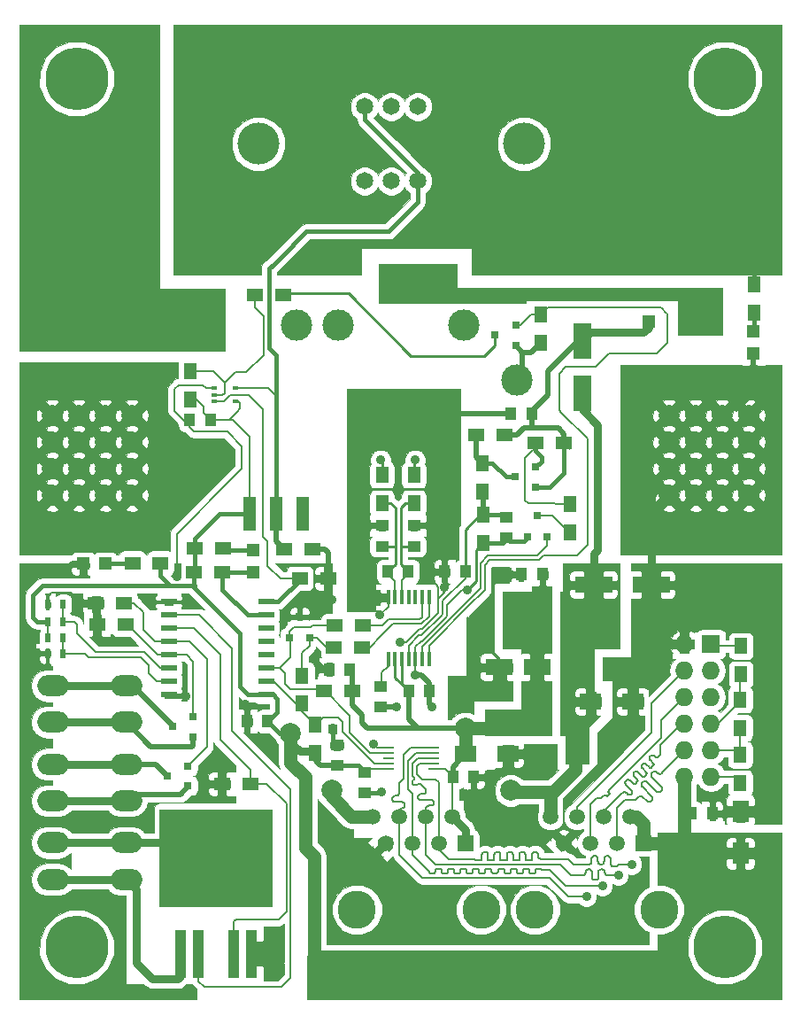
<source format=gbl>
G04 #@! TF.FileFunction,Copper,L4,Bot,Signal*
%FSLAX46Y46*%
G04 Gerber Fmt 4.6, Leading zero omitted, Abs format (unit mm)*
G04 Created by KiCad (PCBNEW 4.0.2-4+6225~38~ubuntu15.04.1-stable) date Sa 02 Apr 2016 14:44:10 CEST*
%MOMM*%
G01*
G04 APERTURE LIST*
%ADD10C,0.150000*%
%ADD11R,1.500000X1.300000*%
%ADD12C,3.000000*%
%ADD13R,0.800100X0.800100*%
%ADD14C,4.000000*%
%ADD15R,0.450000X1.450000*%
%ADD16R,1.300000X1.500000*%
%ADD17R,1.300000X1.300000*%
%ADD18C,1.300000*%
%ADD19R,1.250000X1.000000*%
%ADD20C,6.000000*%
%ADD21R,1.000000X1.250000*%
%ADD22R,2.600960X1.600200*%
%ADD23C,3.649980*%
%ADD24R,1.501140X1.501140*%
%ADD25C,1.501140*%
%ADD26R,1.100000X0.250000*%
%ADD27C,1.651000*%
%ADD28R,1.500000X0.600000*%
%ADD29R,1.727200X1.727200*%
%ADD30O,1.727200X1.727200*%
%ADD31C,2.000000*%
%ADD32O,3.014980X2.000000*%
%ADD33R,0.500000X0.900000*%
%ADD34R,2.000000X1.600000*%
%ADD35R,3.599180X1.600200*%
%ADD36R,1.198880X1.198880*%
%ADD37R,1.270000X3.270000*%
%ADD38R,1.100000X4.600000*%
%ADD39R,10.800000X9.400000*%
%ADD40R,1.600000X2.000000*%
%ADD41R,0.508000X0.304800*%
%ADD42R,1.800860X3.500120*%
%ADD43C,0.889000*%
%ADD44C,0.200000*%
%ADD45C,0.508000*%
%ADD46C,0.254000*%
%ADD47C,1.270000*%
%ADD48C,0.762000*%
%ADD49C,0.400000*%
%ADD50C,0.100000*%
G04 APERTURE END LIST*
D10*
D11*
X27860000Y-54737000D03*
X30560000Y-54737000D03*
D12*
X27500000Y-30500000D03*
X15501220Y-30497040D03*
X48641000Y-35749000D03*
X48643960Y-23750220D03*
D13*
X17667760Y-67959000D03*
X17667760Y-69859000D03*
X15668780Y-68909000D03*
D14*
X23900000Y-13210000D03*
X49300000Y-13210000D03*
D15*
X40201000Y-62447500D03*
X39551000Y-62447500D03*
X38901000Y-62447500D03*
X38251000Y-62447500D03*
X37601000Y-62447500D03*
X36951000Y-62447500D03*
X36301000Y-62447500D03*
X36301000Y-56547500D03*
X36951000Y-56547500D03*
X37601000Y-56547500D03*
X38251000Y-56547500D03*
X38901000Y-56547500D03*
X39551000Y-56547500D03*
X40201000Y-56547500D03*
D16*
X28086840Y-66716520D03*
X28086840Y-64016520D03*
D17*
X61200000Y-30200000D03*
D18*
X66200000Y-30200000D03*
D11*
X30176000Y-65524000D03*
X32876000Y-65524000D03*
D19*
X34060000Y-73253000D03*
X34060000Y-75253000D03*
D20*
X68500000Y-90000000D03*
D21*
X36235000Y-54100000D03*
X38235000Y-54100000D03*
D19*
X31393000Y-72649500D03*
X31393000Y-70649500D03*
D21*
X51068000Y-54348000D03*
X49068000Y-54348000D03*
X32653000Y-63446280D03*
X30653000Y-63446280D03*
X65324000Y-77208000D03*
X67324000Y-77208000D03*
D11*
X11032000Y-57098000D03*
X8332000Y-57098000D03*
D19*
X35590000Y-65032000D03*
X35590000Y-67032000D03*
D22*
X50550860Y-63250000D03*
X46949140Y-63250000D03*
D23*
X50345480Y-86396000D03*
X62214900Y-86396000D03*
D24*
X60729000Y-80046000D03*
D25*
X59459000Y-77506000D03*
X58189000Y-80046000D03*
X56919000Y-77506000D03*
X55649000Y-80046000D03*
X54379000Y-77506000D03*
X53109000Y-80046000D03*
X51839000Y-77506000D03*
D23*
X33327480Y-86396000D03*
X45196900Y-86396000D03*
D24*
X43711000Y-80046000D03*
D25*
X42441000Y-77506000D03*
X41171000Y-80046000D03*
X39901000Y-77506000D03*
X38631000Y-80046000D03*
X37361000Y-77506000D03*
X36091000Y-80046000D03*
X34821000Y-77506000D03*
D20*
X6500000Y-7000000D03*
X68500000Y-7000000D03*
X6500000Y-90000000D03*
D13*
X17159760Y-72658000D03*
X17159760Y-74558000D03*
X15160780Y-73608000D03*
D16*
X70040000Y-61215000D03*
X70040000Y-63915000D03*
X69990000Y-66315000D03*
X69990000Y-69015000D03*
X69990000Y-71615000D03*
X69990000Y-74315000D03*
X29351760Y-68710440D03*
X29351760Y-71410440D03*
D11*
X26336000Y-51943000D03*
X29036000Y-51943000D03*
X23097000Y-74370000D03*
X20397000Y-74370000D03*
D26*
X36354000Y-72918000D03*
X36354000Y-72418000D03*
X36354000Y-71918000D03*
X36354000Y-71418000D03*
X36354000Y-70918000D03*
X40654000Y-70918000D03*
X40654000Y-71418000D03*
X40654000Y-71918000D03*
X40654000Y-72418000D03*
X40654000Y-72918000D03*
D27*
X41680000Y-16766000D03*
X31520000Y-16766000D03*
X36600000Y-16766000D03*
X34060000Y-16766000D03*
X39140000Y-16766000D03*
X31520000Y-9654000D03*
X41680000Y-9654000D03*
X36600000Y-9654000D03*
X39140000Y-9654000D03*
X34060000Y-9654000D03*
D28*
X15319000Y-65861000D03*
X15319000Y-64591000D03*
X15319000Y-63321000D03*
X15319000Y-62051000D03*
X15319000Y-60781000D03*
X15319000Y-59511000D03*
X15319000Y-58241000D03*
X15319000Y-56971000D03*
X24619000Y-56971000D03*
X24619000Y-58241000D03*
X24619000Y-59511000D03*
X24619000Y-60781000D03*
X24619000Y-62051000D03*
X24619000Y-63321000D03*
X24619000Y-64591000D03*
X24619000Y-65861000D03*
D29*
X67190000Y-61015000D03*
D30*
X64650000Y-61015000D03*
X67190000Y-63555000D03*
X64650000Y-63555000D03*
X67190000Y-66095000D03*
X64650000Y-66095000D03*
X67190000Y-68635000D03*
X64650000Y-68635000D03*
X67190000Y-71175000D03*
X64650000Y-71175000D03*
X67190000Y-73715000D03*
X64650000Y-73715000D03*
D21*
X38250000Y-65500000D03*
X40250000Y-65500000D03*
D16*
X35711000Y-44880000D03*
X35711000Y-47580000D03*
X38759000Y-47580000D03*
X38759000Y-44880000D03*
D31*
X9270000Y-23690000D03*
X6730000Y-23690000D03*
X4190000Y-23690000D03*
X4190000Y-26230000D03*
X4190000Y-28770000D03*
X9270000Y-31310000D03*
X6730000Y-31310000D03*
X4190000Y-31310000D03*
X11810000Y-31310000D03*
X11810000Y-23690000D03*
X11810000Y-26230000D03*
X9270000Y-26230000D03*
X6730000Y-26230000D03*
X11810000Y-28770000D03*
X9270000Y-28770000D03*
X6730000Y-28770000D03*
X9270000Y-39190000D03*
X6730000Y-39190000D03*
X4190000Y-39190000D03*
X4190000Y-41730000D03*
X4190000Y-44270000D03*
X9270000Y-46810000D03*
X6730000Y-46810000D03*
X4190000Y-46810000D03*
X11810000Y-46810000D03*
X11810000Y-39190000D03*
X11810000Y-41730000D03*
X9270000Y-41730000D03*
X6730000Y-41730000D03*
X11810000Y-44270000D03*
X9270000Y-44270000D03*
X6730000Y-44270000D03*
X9270000Y-12690000D03*
X6730000Y-12690000D03*
X4190000Y-12690000D03*
X4190000Y-15230000D03*
X4190000Y-17770000D03*
X9270000Y-20310000D03*
X6730000Y-20310000D03*
X4190000Y-20310000D03*
X11810000Y-20310000D03*
X11810000Y-12690000D03*
X11810000Y-15230000D03*
X9270000Y-15230000D03*
X6730000Y-15230000D03*
X11810000Y-17770000D03*
X9270000Y-17770000D03*
X6730000Y-17770000D03*
X65730000Y-20810000D03*
X68270000Y-20810000D03*
X70810000Y-20810000D03*
X70810000Y-18270000D03*
X70810000Y-15730000D03*
X65730000Y-13190000D03*
X68270000Y-13190000D03*
X70810000Y-13190000D03*
X63190000Y-13190000D03*
X63190000Y-20810000D03*
X63190000Y-18270000D03*
X65730000Y-18270000D03*
X68270000Y-18270000D03*
X63190000Y-15730000D03*
X65730000Y-15730000D03*
X68270000Y-15730000D03*
X65730000Y-46810000D03*
X68270000Y-46810000D03*
X70810000Y-46810000D03*
X70810000Y-44270000D03*
X70810000Y-41730000D03*
X65730000Y-39190000D03*
X68270000Y-39190000D03*
X70810000Y-39190000D03*
X63190000Y-39190000D03*
X63190000Y-46810000D03*
X63190000Y-44270000D03*
X65730000Y-44270000D03*
X68270000Y-44270000D03*
X63190000Y-41730000D03*
X65730000Y-41730000D03*
X68270000Y-41730000D03*
D19*
X35711000Y-49675000D03*
X35711000Y-51675000D03*
X38759000Y-51675000D03*
X38759000Y-49675000D03*
D11*
X11159000Y-59130000D03*
X8459000Y-59130000D03*
D32*
X4250000Y-72500000D03*
X4250000Y-76000000D03*
X11250000Y-76000000D03*
X11250000Y-72500000D03*
X4250000Y-65000000D03*
X4250000Y-68500000D03*
X11250000Y-68500000D03*
X11250000Y-65000000D03*
X4250000Y-80000000D03*
X4250000Y-83500000D03*
X11250000Y-83500000D03*
X11250000Y-80000000D03*
D33*
X3725000Y-60400000D03*
X5225000Y-60400000D03*
X5225000Y-58876000D03*
X3725000Y-58876000D03*
X3725000Y-57225000D03*
X5225000Y-57225000D03*
X3725000Y-61924000D03*
X5225000Y-61924000D03*
D21*
X24779000Y-68401000D03*
X22779000Y-68401000D03*
D16*
X45339000Y-43735000D03*
X45339000Y-46435000D03*
X45381700Y-48654600D03*
X45381700Y-51354600D03*
D11*
X31156440Y-59270520D03*
X33856440Y-59270520D03*
D13*
X28777760Y-60408440D03*
X26877760Y-60408440D03*
X27827760Y-58409460D03*
X51513300Y-50751360D03*
X49613300Y-50751360D03*
X50563300Y-48752380D03*
X50421060Y-44088900D03*
X50421060Y-45988900D03*
X48422080Y-45038900D03*
D16*
X53687500Y-50364000D03*
X53687500Y-47664000D03*
D11*
X50394400Y-41762300D03*
X53094400Y-41762300D03*
D19*
X47604200Y-48877600D03*
X47604200Y-50877600D03*
D21*
X43702000Y-54094000D03*
X41702000Y-54094000D03*
D11*
X47451000Y-41021000D03*
X44751000Y-41021000D03*
D34*
X55688000Y-66496000D03*
X59688000Y-66496000D03*
D35*
X55953180Y-55364000D03*
X61454820Y-55364000D03*
D36*
X71246520Y-31129860D03*
X71246520Y-33227900D03*
X9232420Y-53342160D03*
X7134380Y-53342160D03*
X23377680Y-52049300D03*
X23377680Y-54147340D03*
D37*
X23017000Y-48531400D03*
X25557000Y-48531400D03*
X28097000Y-48531400D03*
D16*
X71292240Y-26617560D03*
X71292240Y-29317560D03*
D11*
X14532120Y-53296440D03*
X11832120Y-53296440D03*
X17745240Y-54180360D03*
X20445240Y-54180360D03*
X17790960Y-51863880D03*
X20490960Y-51863880D03*
D38*
X16442000Y-90626000D03*
X18142000Y-90626000D03*
X21542000Y-90626000D03*
D39*
X19842000Y-81476000D03*
D38*
X23242000Y-90626000D03*
D11*
X31105640Y-61338080D03*
X33805640Y-61338080D03*
D34*
X43750000Y-71500000D03*
X47750000Y-71500000D03*
D21*
X42500000Y-73750000D03*
X44500000Y-73750000D03*
D40*
X70000000Y-81000000D03*
X70000000Y-77000000D03*
D16*
X17399000Y-37672000D03*
X17399000Y-34972000D03*
D13*
X48500760Y-30550000D03*
X48500760Y-32450000D03*
X46501780Y-31500000D03*
D16*
X50927000Y-32211000D03*
X50927000Y-29511000D03*
D41*
X19621500Y-37846000D03*
X19621500Y-36576000D03*
X21653500Y-37846000D03*
X19621500Y-37211000D03*
X21653500Y-36576000D03*
D11*
X26242000Y-27686000D03*
X23542000Y-27686000D03*
D21*
X17288000Y-39560500D03*
X19288000Y-39560500D03*
D12*
X31500000Y-30500000D03*
X43498780Y-30502960D03*
D42*
X54894000Y-32036640D03*
X54894000Y-37035360D03*
D21*
X50022000Y-38989000D03*
X48022000Y-38989000D03*
D43*
X47750000Y-60500000D03*
X47750000Y-57000000D03*
D31*
X26948000Y-69554000D03*
X43712000Y-69046000D03*
D43*
X51250000Y-60750000D03*
X51250000Y-59500000D03*
X51250000Y-58250000D03*
X51250000Y-57000000D03*
X59586000Y-82078000D03*
X58316000Y-83094000D03*
X56792000Y-84110000D03*
X55268000Y-85126000D03*
X53467000Y-56896000D03*
X53467000Y-60833000D03*
D31*
X30885000Y-75015000D03*
X48030000Y-75015000D03*
D43*
X58000000Y-61000000D03*
X56250000Y-59750000D03*
X56250000Y-61000000D03*
X58000000Y-59750000D03*
X35584000Y-43436000D03*
X13589000Y-56959500D03*
X17081500Y-57023000D03*
X16065500Y-54546500D03*
X22636000Y-66750000D03*
X24000000Y-70250000D03*
X17250000Y-94250000D03*
X2000000Y-78000000D03*
X9750000Y-60750000D03*
X1750000Y-54000000D03*
X2000000Y-63250000D03*
X2500000Y-94000000D03*
X9750000Y-94000000D03*
X18500000Y-75750000D03*
X20000000Y-71750000D03*
X7750000Y-78000000D03*
X50000000Y-73530000D03*
X43750000Y-75360000D03*
X45640000Y-75310000D03*
X45750000Y-61333000D03*
X44226000Y-64508000D03*
X44250000Y-60250000D03*
X45750000Y-60250000D03*
X51500000Y-73500000D03*
X31000000Y-89000000D03*
X59500000Y-89000000D03*
X31000000Y-80500000D03*
X46000000Y-79500000D03*
X65308000Y-56126000D03*
X67848000Y-56126000D03*
X67848000Y-54602000D03*
X65308000Y-54602000D03*
X30891000Y-56761000D03*
X38886000Y-43436000D03*
X27813000Y-57213500D03*
X29321280Y-62567440D03*
X5145560Y-54287040D03*
X24932160Y-90421080D03*
X2392200Y-61968000D03*
X6512080Y-57995440D03*
X58958000Y-85209000D03*
X60482000Y-83685000D03*
X47909000Y-54348000D03*
X34885500Y-70570000D03*
X59681900Y-64438600D03*
X60621700Y-62152600D03*
X61269400Y-60082500D03*
X58450000Y-70985000D03*
X59161200Y-69975800D03*
X59770800Y-68591500D03*
X16921000Y-65988000D03*
X35647500Y-75142000D03*
X31012000Y-69046000D03*
X37846000Y-25908000D03*
X39116000Y-25908000D03*
X40386000Y-25908000D03*
X41656000Y-25908000D03*
X35500000Y-58250000D03*
X40500000Y-67000000D03*
X41656000Y-55626000D03*
X43878500Y-55816500D03*
X37465000Y-60833000D03*
X37235000Y-41404000D03*
X36195000Y-40251000D03*
X36195000Y-38981000D03*
X36195000Y-37711000D03*
X38227000Y-37711000D03*
X38227000Y-38981000D03*
X38227000Y-40251000D03*
X37235000Y-46230000D03*
X38892000Y-64000000D03*
X37114000Y-67048000D03*
D44*
X22129750Y-38004750D02*
X22129750Y-38512750D01*
X22129750Y-38512750D02*
X21844000Y-38798500D01*
X21653500Y-37846000D02*
X21971000Y-37846000D01*
X21971000Y-37846000D02*
X22129750Y-38004750D01*
X19288000Y-39560500D02*
X21399500Y-39560500D01*
X21399500Y-39560500D02*
X23017000Y-41178000D01*
X19288000Y-39560500D02*
X21082000Y-39560500D01*
X21082000Y-39560500D02*
X21844000Y-38798500D01*
X17399000Y-37672000D02*
X17987000Y-37672000D01*
X17987000Y-37672000D02*
X18605500Y-38290500D01*
X18605500Y-38878000D02*
X19288000Y-39560500D01*
X18605500Y-38290500D02*
X18605500Y-38878000D01*
X17399000Y-37672000D02*
X17399000Y-38290500D01*
X23017000Y-41178000D02*
X23017000Y-48531400D01*
X14859000Y-52969560D02*
X14532120Y-53296440D01*
D45*
X38250000Y-65500000D02*
X38250000Y-68184000D01*
X38250000Y-68184000D02*
X39112000Y-69046000D01*
D46*
X36951000Y-62447500D02*
X36951000Y-64201000D01*
X36951000Y-64201000D02*
X38250000Y-65500000D01*
X37601000Y-62447500D02*
X37601000Y-64851000D01*
X37601000Y-64851000D02*
X38250000Y-65500000D01*
D47*
X43750000Y-71500000D02*
X43750000Y-69084000D01*
X43750000Y-69084000D02*
X43712000Y-69046000D01*
D45*
X42500000Y-73750000D02*
X42500000Y-72750000D01*
X42500000Y-72750000D02*
X43750000Y-71500000D01*
D47*
X31750000Y-90880000D02*
X29240000Y-90880000D01*
X29240000Y-90880000D02*
X29240000Y-91490000D01*
X29240000Y-88250000D02*
X29240000Y-91490000D01*
X29240000Y-91490000D02*
X29750000Y-92000000D01*
D48*
X65324000Y-77208000D02*
X64650000Y-77208000D01*
X64546000Y-79240000D02*
X64650000Y-79240000D01*
X64546000Y-77312000D02*
X64546000Y-79240000D01*
X64650000Y-77208000D02*
X64546000Y-77312000D01*
D45*
X32876000Y-65524000D02*
X32876000Y-63669280D01*
X32876000Y-63669280D02*
X32653000Y-63446280D01*
D49*
X14532120Y-53296440D02*
X14532120Y-54529600D01*
X14532120Y-54529600D02*
X15449520Y-55447000D01*
X17790960Y-51863880D02*
X17790960Y-50927880D01*
X20187440Y-48531400D02*
X23017000Y-48531400D01*
X17790960Y-50927880D02*
X20187440Y-48531400D01*
X17790960Y-51863880D02*
X17790960Y-54134640D01*
X17790960Y-54134640D02*
X17745240Y-54180360D01*
X17745240Y-54180360D02*
X17745240Y-55360200D01*
X17784600Y-55399560D02*
X17784600Y-55675600D01*
X17745240Y-55360200D02*
X17784600Y-55399560D01*
X24619000Y-65861000D02*
X22896800Y-65861000D01*
X17556000Y-55447000D02*
X17784600Y-55675600D01*
X17784600Y-55675600D02*
X20070600Y-57961600D01*
X20070600Y-57961600D02*
X22102600Y-59993600D01*
X3205000Y-55447000D02*
X15449520Y-55447000D01*
X15449520Y-55447000D02*
X17556000Y-55447000D01*
X2316000Y-56336000D02*
X3205000Y-55447000D01*
X2316000Y-58495000D02*
X2316000Y-56336000D01*
X2697000Y-58876000D02*
X2316000Y-58495000D01*
X3725000Y-58876000D02*
X2697000Y-58876000D01*
X22896800Y-65861000D02*
X22102600Y-65066800D01*
X22102600Y-65066800D02*
X22102600Y-59993600D01*
D45*
X43712000Y-69046000D02*
X39112000Y-69046000D01*
X39112000Y-69046000D02*
X38604000Y-69046000D01*
X34286000Y-69046000D02*
X38604000Y-69046000D01*
X33812000Y-68572000D02*
X34286000Y-69046000D01*
X33812000Y-67810000D02*
X33812000Y-68572000D01*
X32876000Y-66874000D02*
X33812000Y-67810000D01*
X32876000Y-65524000D02*
X32876000Y-66874000D01*
D47*
X50550860Y-63250000D02*
X50550860Y-67835140D01*
X50550860Y-67835140D02*
X49340000Y-69046000D01*
X49340000Y-69046000D02*
X43712000Y-69046000D01*
D48*
X51000000Y-58500000D02*
X51250000Y-58250000D01*
D45*
X51250000Y-59500000D02*
X51250000Y-60750000D01*
X51250000Y-57000000D02*
X51250000Y-58250000D01*
D47*
X26948000Y-69554000D02*
X26948000Y-72332000D01*
X31065500Y-90880000D02*
X31750000Y-90880000D01*
X31750000Y-90880000D02*
X63022000Y-90880000D01*
X29240000Y-81355000D02*
X29240000Y-88250000D01*
X29240000Y-88250000D02*
X29240000Y-89054500D01*
X28351000Y-80466000D02*
X29240000Y-81355000D01*
X28351000Y-73735000D02*
X28351000Y-80466000D01*
X26948000Y-72332000D02*
X28351000Y-73735000D01*
D48*
X26948000Y-69554000D02*
X26948000Y-70379500D01*
X26948000Y-70379500D02*
X27853500Y-71285000D01*
X27853500Y-71285000D02*
X29361000Y-71285000D01*
D49*
X24779000Y-68401000D02*
X24795000Y-68401000D01*
X24795000Y-68401000D02*
X25684000Y-67512000D01*
X25684000Y-66242000D02*
X25303000Y-65861000D01*
X25684000Y-67512000D02*
X25684000Y-66242000D01*
X25303000Y-65861000D02*
X24619000Y-65861000D01*
X26948000Y-69554000D02*
X25932000Y-69554000D01*
X25932000Y-69554000D02*
X24779000Y-68401000D01*
D44*
X3725000Y-60400000D02*
X3725000Y-58876000D01*
D45*
X27853500Y-71285000D02*
X29361000Y-71285000D01*
X26948000Y-70379500D02*
X27853500Y-71285000D01*
X31393000Y-72649500D02*
X29789500Y-72649500D01*
X29789500Y-72649500D02*
X29361000Y-72221000D01*
X29361000Y-72221000D02*
X29361000Y-71285000D01*
D47*
X64650000Y-73715000D02*
X64650000Y-79240000D01*
X64650000Y-79240000D02*
X64650000Y-80046000D01*
X64540000Y-80095000D02*
X64540000Y-80046000D01*
X64601000Y-80095000D02*
X64540000Y-80095000D01*
X64650000Y-80046000D02*
X64601000Y-80095000D01*
X60729000Y-80046000D02*
X64540000Y-80046000D01*
X59459000Y-77506000D02*
X60046000Y-77506000D01*
X60046000Y-77506000D02*
X60729000Y-78189000D01*
X60729000Y-78189000D02*
X60729000Y-80046000D01*
D48*
X43711000Y-80046000D02*
X43711000Y-78776000D01*
X43711000Y-78776000D02*
X42441000Y-77506000D01*
D44*
X40654000Y-72918000D02*
X41790000Y-72918000D01*
X42441000Y-73569000D02*
X42441000Y-77506000D01*
X36354000Y-72918000D02*
X34395000Y-72918000D01*
X34395000Y-72918000D02*
X34060000Y-73253000D01*
D49*
X31393000Y-72649500D02*
X33456500Y-72649500D01*
X33456500Y-72649500D02*
X34060000Y-73253000D01*
D44*
X41790000Y-72918000D02*
X42441000Y-73569000D01*
X64650000Y-71175000D02*
X62514000Y-73311000D01*
X62012990Y-73293110D02*
X61956091Y-73247735D01*
X62457100Y-73379875D02*
X62391530Y-73411452D01*
X61476418Y-73630260D02*
X61507995Y-73695830D01*
X62514000Y-73311000D02*
X62514000Y-73334500D01*
X62514000Y-73334500D02*
X62457100Y-73379875D01*
X61956091Y-73247735D02*
X61890521Y-73216158D01*
X62413968Y-75072946D02*
X62357070Y-75118321D01*
X60900331Y-74119202D02*
X60827555Y-74119202D01*
X62391530Y-73411452D02*
X62320578Y-73427646D01*
X61746792Y-73199964D02*
X61675840Y-73216158D01*
X60409327Y-75539450D02*
X60338375Y-75555644D01*
X62320578Y-73427646D02*
X62247801Y-73427646D01*
X62247801Y-73427646D02*
X62176849Y-73411452D01*
X60482103Y-75539451D02*
X60409327Y-75539450D01*
X61819569Y-73199964D02*
X61746792Y-73199964D01*
X62176849Y-73411452D02*
X62111279Y-73379875D01*
X61890521Y-73216158D02*
X61819569Y-73199964D01*
X60634133Y-74212349D02*
X60588757Y-74269248D01*
X62111279Y-73379875D02*
X62054380Y-73334500D01*
X61610270Y-73247735D02*
X61553371Y-73293110D01*
X60557180Y-74334818D02*
X60540986Y-74405770D01*
X62054380Y-73334500D02*
X62012990Y-73293110D01*
X61675840Y-73216158D02*
X61610270Y-73247735D01*
X60971284Y-74135396D02*
X60900331Y-74119202D01*
X62459344Y-74670226D02*
X62490921Y-74735795D01*
X60588757Y-74269248D02*
X60557180Y-74334818D01*
X61093753Y-74212349D02*
X61036853Y-74166973D01*
X61553371Y-73293110D02*
X61507995Y-73350009D01*
X61507995Y-73350009D02*
X61476418Y-73415579D01*
X62291499Y-75149899D02*
X62220547Y-75166093D01*
X60540986Y-74405770D02*
X60540986Y-74478547D01*
X61476418Y-73415579D02*
X61460224Y-73486531D01*
X61460224Y-73486531D02*
X61460224Y-73559308D01*
X61460224Y-73559308D02*
X61476418Y-73630260D01*
X62413968Y-74613326D02*
X62459344Y-74670226D01*
X61507995Y-73695830D02*
X61553371Y-73752729D01*
X61571683Y-75869715D02*
X61540106Y-75935284D01*
X62507116Y-74879523D02*
X62490921Y-74950477D01*
X62490921Y-74950477D02*
X62459344Y-75016046D01*
X61553371Y-73752729D02*
X62413968Y-74613326D01*
X62147771Y-75166092D02*
X62076819Y-75149898D01*
X62490921Y-74735795D02*
X62507116Y-74806747D01*
X62507116Y-74806747D02*
X62507116Y-74879523D01*
X62011248Y-75118322D02*
X61954350Y-75072945D01*
X62459344Y-75016046D02*
X62413968Y-75072946D01*
X62357070Y-75118321D02*
X62291499Y-75149899D01*
X62220547Y-75166093D02*
X62147771Y-75166092D01*
X60540986Y-74478547D02*
X60557180Y-74549499D01*
X62076819Y-75149898D02*
X62011248Y-75118322D01*
X61954350Y-75072945D02*
X61093753Y-74212349D01*
X61036853Y-74166973D02*
X60971284Y-74135396D01*
X60827555Y-74119202D02*
X60756602Y-74135396D01*
X61301309Y-76085331D02*
X61228533Y-76085330D01*
X60691033Y-74166973D02*
X60634133Y-74212349D01*
X60756602Y-74135396D02*
X60691033Y-74166973D01*
X60557180Y-74549499D02*
X60588757Y-74615069D01*
X61571683Y-75655033D02*
X61587878Y-75725985D01*
X60675525Y-75632596D02*
X60618626Y-75587221D01*
X59974000Y-75874500D02*
X58958000Y-75874500D01*
X60588757Y-74615069D02*
X60634133Y-74671968D01*
X61587878Y-75798761D02*
X61571683Y-75869715D01*
X60634133Y-74671968D02*
X61494730Y-75532564D01*
X61494730Y-75532564D02*
X61540106Y-75589464D01*
X60338375Y-75555644D02*
X60272804Y-75587222D01*
X61587878Y-75725985D02*
X61587878Y-75798761D01*
X61540106Y-75589464D02*
X61571683Y-75655033D01*
X61540106Y-75935284D02*
X61494730Y-75992184D01*
X61494730Y-75992184D02*
X61437832Y-76037559D01*
X61437832Y-76037559D02*
X61372261Y-76069137D01*
X61372261Y-76069137D02*
X61301309Y-76085331D01*
X61228533Y-76085330D02*
X61157581Y-76069136D01*
X61157581Y-76069136D02*
X61092010Y-76037560D01*
X61092010Y-76037560D02*
X61035112Y-75992183D01*
X60272804Y-75587222D02*
X60215905Y-75632597D01*
X61035112Y-75992183D02*
X60675525Y-75632596D01*
X60618626Y-75587221D02*
X60553055Y-75555645D01*
X60553055Y-75555645D02*
X60482103Y-75539451D01*
X60215905Y-75632597D02*
X59974000Y-75874500D01*
X58958000Y-75874500D02*
X58189000Y-76643500D01*
X58189000Y-76643500D02*
X58189000Y-80046000D01*
X39013000Y-73427500D02*
X39521000Y-73935500D01*
X39323000Y-72418000D02*
X39013000Y-72728000D01*
X39013000Y-72728000D02*
X39013000Y-73427500D01*
X40654000Y-72418000D02*
X39323000Y-72418000D01*
X41171000Y-74252000D02*
X41171000Y-80046000D01*
X40854500Y-73935500D02*
X41171000Y-74252000D01*
X39521000Y-73935500D02*
X40854500Y-73935500D01*
X64650000Y-71175000D02*
X63830000Y-71175000D01*
X56966000Y-81778000D02*
X56958478Y-81844756D01*
X46450000Y-81620000D02*
X46448746Y-81631126D01*
X59586000Y-82078000D02*
X58316000Y-82078000D01*
X58316000Y-82078000D02*
X58299989Y-82079804D01*
X56395709Y-81908165D02*
X56373521Y-81844756D01*
X44645048Y-81598305D02*
X44639091Y-81588825D01*
X55831450Y-81347051D02*
X55795709Y-81403932D01*
X58271139Y-82093698D02*
X58259746Y-82105091D01*
X50350000Y-80870000D02*
X50283243Y-80877522D01*
X56936290Y-81908165D02*
X56900549Y-81965046D01*
X56366000Y-81778000D02*
X56366000Y-81534098D01*
X57078953Y-81299548D02*
X57031450Y-81347051D01*
X50819834Y-81540291D02*
X50762953Y-81504550D01*
X58228351Y-82194812D02*
X58216958Y-82206205D01*
X49083243Y-80877522D02*
X49019834Y-80899710D01*
X47950000Y-80870000D02*
X47883243Y-80877522D01*
X47645048Y-81641694D02*
X47639091Y-81651174D01*
X58299989Y-82079804D02*
X58284781Y-82085126D01*
X56478953Y-82012549D02*
X56431450Y-81965046D01*
X57536290Y-81403932D02*
X57500549Y-81347051D01*
X58284781Y-82085126D02*
X58271139Y-82093698D01*
X46479709Y-81039835D02*
X46457521Y-81103244D01*
X58188108Y-82220099D02*
X58172098Y-82221902D01*
X47611126Y-81668746D02*
X47600000Y-81670000D01*
X46515450Y-80982954D02*
X46479709Y-81039835D01*
X49468825Y-81659091D02*
X49460908Y-81651174D01*
X50079709Y-81039835D02*
X50057521Y-81103244D01*
X58203316Y-82214777D02*
X58188108Y-82220099D01*
X58236923Y-82181170D02*
X58228351Y-82194812D01*
X50039091Y-81651174D02*
X50031174Y-81659091D01*
X56300549Y-81347051D02*
X56253046Y-81299548D01*
X58216958Y-82206205D02*
X58203316Y-82214777D01*
X45680165Y-80899710D02*
X45616756Y-80877522D01*
X58259746Y-82105091D02*
X58251174Y-82118733D01*
X49451253Y-81631126D02*
X49450000Y-81620000D01*
X50000000Y-81670000D02*
X49500000Y-81670000D01*
X58251174Y-82118733D02*
X58245852Y-82133941D01*
X48278305Y-81665048D02*
X48268825Y-81659091D01*
X57644049Y-82078000D02*
X57566000Y-82078000D01*
X57659746Y-82194812D02*
X57651174Y-82181170D01*
X41171000Y-80681000D02*
X41171000Y-80046000D01*
X58245852Y-82133941D02*
X58242245Y-82165962D01*
X56995709Y-81403932D02*
X56973521Y-81467341D01*
X57644049Y-82149951D02*
X57644049Y-82078000D01*
X45878305Y-81665048D02*
X45868825Y-81659091D01*
X44660908Y-81651174D02*
X44654951Y-81641694D01*
X56958478Y-81844756D02*
X56936290Y-81908165D01*
X45850000Y-81620000D02*
X45850000Y-81170000D01*
X58242245Y-82165962D02*
X58236923Y-82181170D01*
X58172098Y-82221902D02*
X57716000Y-82221902D01*
X48800000Y-81670000D02*
X48300000Y-81670000D01*
X44639091Y-81588825D02*
X44631174Y-81580908D01*
X57684781Y-82214777D02*
X57671139Y-82206205D01*
X57453046Y-81299548D02*
X57396165Y-81263807D01*
X57716000Y-82221902D02*
X57699989Y-82220099D01*
X57396165Y-81263807D02*
X57332756Y-81241619D01*
X57699989Y-82220099D02*
X57684781Y-82214777D01*
X45550000Y-80870000D02*
X45483243Y-80877522D01*
X57671139Y-82206205D02*
X57659746Y-82194812D01*
X49420290Y-81039835D02*
X49384549Y-80982954D01*
X50416756Y-80877522D02*
X50350000Y-80870000D01*
X49454951Y-81641694D02*
X49451253Y-81631126D01*
X57651174Y-82181170D02*
X57645852Y-82165962D01*
X57645852Y-82165962D02*
X57644049Y-82149951D01*
X47042478Y-81103244D02*
X47020290Y-81039835D01*
X55935834Y-81263807D02*
X55878953Y-81299548D01*
X57566000Y-82078000D02*
X57566000Y-81534098D01*
X48879709Y-81039835D02*
X48857521Y-81103244D01*
X57566000Y-81534098D02*
X57558478Y-81467341D01*
X57558478Y-81467341D02*
X57536290Y-81403932D01*
X55999243Y-81241619D02*
X55935834Y-81263807D01*
X44654951Y-81641694D02*
X44651253Y-81631126D01*
X57500549Y-81347051D02*
X57453046Y-81299548D01*
X45362953Y-80935451D02*
X45315450Y-80982954D01*
X57332756Y-81241619D02*
X57266000Y-81234098D01*
X50219834Y-80899710D02*
X50162953Y-80935451D01*
X47648746Y-81631126D02*
X47645048Y-81641694D01*
X56599243Y-82070478D02*
X56535834Y-82048290D01*
X56066000Y-81234098D02*
X55999243Y-81241619D01*
X49488873Y-81668746D02*
X49478305Y-81665048D01*
X57266000Y-81234098D02*
X57199243Y-81241619D01*
X56336290Y-81403932D02*
X56300549Y-81347051D01*
X57199243Y-81241619D02*
X57135834Y-81263807D01*
X56431450Y-81965046D02*
X56395709Y-81908165D01*
X57135834Y-81263807D02*
X57078953Y-81299548D01*
X44631174Y-81580908D02*
X44621694Y-81574951D01*
X57031450Y-81347051D02*
X56995709Y-81403932D01*
X55773521Y-81467341D02*
X55766000Y-81534098D01*
X56666000Y-82078000D02*
X56599243Y-82070478D01*
X48962953Y-80935451D02*
X48915450Y-80982954D01*
X56973521Y-81467341D02*
X56966000Y-81534098D01*
X50715450Y-81457047D02*
X50679709Y-81400166D01*
X56966000Y-81534098D02*
X56966000Y-81778000D01*
X56373521Y-81844756D02*
X56366000Y-81778000D01*
X56132756Y-81241619D02*
X56066000Y-81234098D01*
X56900549Y-81965046D02*
X56853046Y-82012549D01*
X48811126Y-81668746D02*
X48800000Y-81670000D01*
X56853046Y-82012549D02*
X56796165Y-82048290D01*
X56796165Y-82048290D02*
X56732756Y-82070478D01*
X44688873Y-81668746D02*
X44678305Y-81665048D01*
X56732756Y-82070478D02*
X56666000Y-82078000D01*
X49450000Y-81620000D02*
X49450000Y-81170000D01*
X56535834Y-82048290D02*
X56478953Y-82012549D01*
X55758478Y-81844756D02*
X55736290Y-81908165D01*
X47051253Y-81631126D02*
X47050000Y-81620000D01*
X56366000Y-81534098D02*
X56358478Y-81467341D01*
X48848746Y-81631126D02*
X48845048Y-81641694D01*
X56358478Y-81467341D02*
X56336290Y-81403932D01*
X47715450Y-80982954D02*
X47679709Y-81039835D01*
X56253046Y-81299548D02*
X56196165Y-81263807D01*
X47657521Y-81103244D02*
X47650000Y-81170000D01*
X50537046Y-80935451D02*
X50480165Y-80899710D01*
X47650000Y-81170000D02*
X47650000Y-81620000D01*
X46880165Y-80899710D02*
X46816756Y-80877522D01*
X55532756Y-82070478D02*
X55466000Y-82078000D01*
X56196165Y-81263807D02*
X56132756Y-81241619D01*
X55878953Y-81299548D02*
X55831450Y-81347051D01*
X55795709Y-81403932D02*
X55773521Y-81467341D01*
X55766000Y-81534098D02*
X55766000Y-81778000D01*
X50050000Y-81170000D02*
X50050000Y-81620000D01*
X50115450Y-80982954D02*
X50079709Y-81039835D01*
X49019834Y-80899710D02*
X48962953Y-80935451D01*
X46450000Y-81170000D02*
X46450000Y-81620000D01*
X55766000Y-81778000D02*
X55758478Y-81844756D01*
X55736290Y-81908165D02*
X55700549Y-81965046D01*
X55700549Y-81965046D02*
X55653046Y-82012549D01*
X46750000Y-80870000D02*
X46683243Y-80877522D01*
X55653046Y-82012549D02*
X55596165Y-82048290D01*
X55596165Y-82048290D02*
X55532756Y-82070478D01*
X45211126Y-81668746D02*
X45200000Y-81670000D01*
X55466000Y-82078000D02*
X53998000Y-82078000D01*
X49280165Y-80899710D02*
X49216756Y-80877522D01*
X53998000Y-82078000D02*
X53490000Y-81570000D01*
X47050000Y-81170000D02*
X47042478Y-81103244D01*
X53490000Y-81570000D02*
X50950000Y-81570000D01*
X47050000Y-81620000D02*
X47050000Y-81170000D01*
X49337046Y-80935451D02*
X49280165Y-80899710D01*
X49216756Y-80877522D02*
X49150000Y-80870000D01*
X50950000Y-81570000D02*
X50883243Y-81562479D01*
X46816756Y-80877522D02*
X46750000Y-80870000D01*
X50883243Y-81562479D02*
X50819834Y-81540291D01*
X50011126Y-81668746D02*
X50000000Y-81670000D01*
X50762953Y-81504550D02*
X50715450Y-81457047D01*
X50679709Y-81400166D02*
X50657521Y-81336757D01*
X50657521Y-81336757D02*
X50650000Y-81270000D01*
X50650000Y-81270000D02*
X50650000Y-81170000D01*
X47631174Y-81659091D02*
X47621694Y-81665048D01*
X50650000Y-81170000D02*
X50642478Y-81103244D01*
X49150000Y-80870000D02*
X49083243Y-80877522D01*
X50283243Y-80877522D02*
X50219834Y-80899710D01*
X45860908Y-81651174D02*
X45854951Y-81641694D01*
X50021694Y-81665048D02*
X50011126Y-81668746D01*
X50642478Y-81103244D02*
X50620290Y-81039835D01*
X45419834Y-80899710D02*
X45362953Y-80935451D01*
X50045048Y-81641694D02*
X50039091Y-81651174D01*
X50620290Y-81039835D02*
X50584549Y-80982954D01*
X50584549Y-80982954D02*
X50537046Y-80935451D01*
X50480165Y-80899710D02*
X50416756Y-80877522D01*
X50162953Y-80935451D02*
X50115450Y-80982954D01*
X50057521Y-81103244D02*
X50050000Y-81170000D01*
X45250000Y-81620000D02*
X45248746Y-81631126D01*
X50050000Y-81620000D02*
X50048746Y-81631126D01*
X47883243Y-80877522D02*
X47819834Y-80899710D01*
X50048746Y-81631126D02*
X50045048Y-81641694D01*
X50031174Y-81659091D02*
X50021694Y-81665048D01*
X47078305Y-81665048D02*
X47068825Y-81659091D01*
X46562953Y-80935451D02*
X46515450Y-80982954D01*
X45737046Y-80935451D02*
X45680165Y-80899710D01*
X49500000Y-81670000D02*
X49488873Y-81668746D01*
X47650000Y-81620000D02*
X47648746Y-81631126D01*
X47621694Y-81665048D02*
X47611126Y-81668746D01*
X49478305Y-81665048D02*
X49468825Y-81659091D01*
X49460908Y-81651174D02*
X49454951Y-81641694D01*
X48250000Y-81170000D02*
X48242478Y-81103244D01*
X44668825Y-81659091D02*
X44660908Y-81651174D01*
X49450000Y-81170000D02*
X49442478Y-81103244D01*
X47054951Y-81641694D02*
X47051253Y-81631126D01*
X49442478Y-81103244D02*
X49420290Y-81039835D01*
X48251253Y-81631126D02*
X48250000Y-81620000D01*
X45315450Y-80982954D02*
X45279709Y-81039835D01*
X49384549Y-80982954D02*
X49337046Y-80935451D01*
X48915450Y-80982954D02*
X48879709Y-81039835D01*
X48857521Y-81103244D02*
X48850000Y-81170000D01*
X48850000Y-81170000D02*
X48850000Y-81620000D01*
X46457521Y-81103244D02*
X46450000Y-81170000D01*
X48850000Y-81620000D02*
X48848746Y-81631126D01*
X48845048Y-81641694D02*
X48839091Y-81651174D01*
X47679709Y-81039835D02*
X47657521Y-81103244D01*
X45851253Y-81631126D02*
X45850000Y-81620000D01*
X48839091Y-81651174D02*
X48831174Y-81659091D01*
X48831174Y-81659091D02*
X48821694Y-81665048D01*
X48821694Y-81665048D02*
X48811126Y-81668746D01*
X48300000Y-81670000D02*
X48288873Y-81668746D01*
X48288873Y-81668746D02*
X48278305Y-81665048D01*
X48268825Y-81659091D02*
X48260908Y-81651174D01*
X48260908Y-81651174D02*
X48254951Y-81641694D01*
X48254951Y-81641694D02*
X48251253Y-81631126D01*
X48250000Y-81620000D02*
X48250000Y-81170000D01*
X48137046Y-80935451D02*
X48080165Y-80899710D01*
X48242478Y-81103244D02*
X48220290Y-81039835D01*
X46619834Y-80899710D02*
X46562953Y-80935451D01*
X48220290Y-81039835D02*
X48184549Y-80982954D01*
X48184549Y-80982954D02*
X48137046Y-80935451D01*
X48080165Y-80899710D02*
X48016756Y-80877522D01*
X48016756Y-80877522D02*
X47950000Y-80870000D01*
X47819834Y-80899710D02*
X47762953Y-80935451D01*
X47762953Y-80935451D02*
X47715450Y-80982954D01*
X44700000Y-81670000D02*
X44688873Y-81668746D01*
X47639091Y-81651174D02*
X47631174Y-81659091D01*
X46984549Y-80982954D02*
X46937046Y-80935451D01*
X47600000Y-81670000D02*
X47100000Y-81670000D01*
X47100000Y-81670000D02*
X47088873Y-81668746D01*
X47088873Y-81668746D02*
X47078305Y-81665048D01*
X47068825Y-81659091D02*
X47060908Y-81651174D01*
X47060908Y-81651174D02*
X47054951Y-81641694D01*
X47020290Y-81039835D02*
X46984549Y-80982954D01*
X46937046Y-80935451D02*
X46880165Y-80899710D01*
X46683243Y-80877522D02*
X46619834Y-80899710D01*
X46448746Y-81631126D02*
X46445048Y-81641694D01*
X46411126Y-81668746D02*
X46400000Y-81670000D01*
X46445048Y-81641694D02*
X46439091Y-81651174D01*
X46439091Y-81651174D02*
X46431174Y-81659091D01*
X46431174Y-81659091D02*
X46421694Y-81665048D01*
X46421694Y-81665048D02*
X46411126Y-81668746D01*
X44611126Y-81571253D02*
X44600000Y-81570000D01*
X46400000Y-81670000D02*
X45900000Y-81670000D01*
X45900000Y-81670000D02*
X45888873Y-81668746D01*
X45888873Y-81668746D02*
X45878305Y-81665048D01*
X45868825Y-81659091D02*
X45860908Y-81651174D01*
X45854951Y-81641694D02*
X45851253Y-81631126D01*
X45850000Y-81170000D02*
X45842478Y-81103244D01*
X45842478Y-81103244D02*
X45820290Y-81039835D01*
X45820290Y-81039835D02*
X45784549Y-80982954D01*
X44600000Y-81570000D02*
X42060000Y-81570000D01*
X45784549Y-80982954D02*
X45737046Y-80935451D01*
X45616756Y-80877522D02*
X45550000Y-80870000D01*
X45483243Y-80877522D02*
X45419834Y-80899710D01*
X45279709Y-81039835D02*
X45257521Y-81103244D01*
X45257521Y-81103244D02*
X45250000Y-81170000D01*
X45250000Y-81170000D02*
X45250000Y-81620000D01*
X45248746Y-81631126D02*
X45245048Y-81641694D01*
X45245048Y-81641694D02*
X45239091Y-81651174D01*
X45239091Y-81651174D02*
X45231174Y-81659091D01*
X45231174Y-81659091D02*
X45221694Y-81665048D01*
X45221694Y-81665048D02*
X45211126Y-81668746D01*
X45200000Y-81670000D02*
X44700000Y-81670000D01*
X44678305Y-81665048D02*
X44668825Y-81659091D01*
X44651253Y-81631126D02*
X44648746Y-81608873D01*
X44648746Y-81608873D02*
X44645048Y-81598305D01*
X44621694Y-81574951D02*
X44611126Y-81571253D01*
X42060000Y-81570000D02*
X41171000Y-80681000D01*
X40628000Y-72418000D02*
X40654000Y-72418000D01*
X62148354Y-71785394D02*
X62092872Y-71812113D01*
X59018517Y-74392884D02*
X59056912Y-74441029D01*
X64650000Y-68635000D02*
X64356000Y-68635000D01*
X59638297Y-75242578D02*
X59611577Y-75298061D01*
X64356000Y-68635000D02*
X62323500Y-70667500D01*
X61675638Y-71653561D02*
X61615602Y-71639858D01*
X59611578Y-75005443D02*
X59638296Y-75060926D01*
X61433618Y-72832566D02*
X61407415Y-72838546D01*
X59469555Y-75411321D02*
X59409518Y-75425024D01*
X62323500Y-70667500D02*
X62323500Y-71620000D01*
X59877988Y-74388196D02*
X59851785Y-74394176D01*
X62196500Y-71747000D02*
X62148354Y-71785394D01*
X62323500Y-71620000D02*
X62196500Y-71747000D01*
X61407415Y-72838546D02*
X61380537Y-72838547D01*
X61971255Y-71825816D02*
X61911218Y-71812113D01*
X62092872Y-71812113D02*
X62032835Y-71825816D01*
X61855736Y-71785394D02*
X61807591Y-71747000D01*
X61457834Y-72820904D02*
X61433618Y-72832566D01*
X58991798Y-74155748D02*
X58978095Y-74215785D01*
X62032835Y-71825816D02*
X61971255Y-71825816D01*
X61351962Y-71766820D02*
X61325243Y-71822302D01*
X59834727Y-73274306D02*
X59796332Y-73322451D01*
X61554021Y-71639858D02*
X61493985Y-71653561D01*
X61911218Y-71812113D02*
X61855736Y-71785394D01*
X61354334Y-72832565D02*
X61330118Y-72820903D01*
X59834727Y-73663214D02*
X60142381Y-73970867D01*
X61351962Y-72059438D02*
X61390357Y-72107583D01*
X61807591Y-71747000D02*
X61779266Y-71718675D01*
X60176782Y-74069177D02*
X60170802Y-74095381D01*
X61779266Y-71718675D02*
X61731120Y-71680280D01*
X61325243Y-72003956D02*
X61351962Y-72059438D01*
X60744064Y-73690889D02*
X60700390Y-73690890D01*
X60547428Y-72781772D02*
X60574147Y-72837254D01*
X59220576Y-73973304D02*
X59160539Y-73987007D01*
X60142382Y-74140611D02*
X59923218Y-74359776D01*
X59769613Y-73559587D02*
X59796332Y-73615069D01*
X60973230Y-73521895D02*
X60860132Y-73634994D01*
X61731120Y-71680280D02*
X61675638Y-71653561D01*
X60574147Y-72837254D02*
X60612542Y-72885399D01*
X61615602Y-71639858D02*
X61554021Y-71639858D01*
X61493985Y-71653561D02*
X61438503Y-71680280D01*
X60860132Y-73634994D02*
X60825989Y-73662222D01*
X59902204Y-74376534D02*
X59877988Y-74388196D01*
X61438503Y-71680280D02*
X61390357Y-71718675D01*
X59282156Y-73973304D02*
X59220576Y-73973304D01*
X61390357Y-71718675D02*
X61351962Y-71766820D01*
X59397675Y-74013726D02*
X59342193Y-73987007D01*
X59018517Y-74100266D02*
X58991798Y-74155748D01*
X61325243Y-71822302D02*
X61311540Y-71882339D01*
X61311540Y-71943919D02*
X61325243Y-72003956D01*
X60776206Y-72417674D02*
X60716169Y-72431377D01*
X61029126Y-73362153D02*
X61029125Y-73405827D01*
X61311540Y-71882339D02*
X61311540Y-71943919D01*
X61390357Y-72107583D02*
X61698011Y-72415237D01*
X60612542Y-72885399D02*
X60973229Y-73246085D01*
X61698011Y-72415237D02*
X61714769Y-72436251D01*
X61714769Y-72436251D02*
X61726431Y-72460467D01*
X61726431Y-72460467D02*
X61732411Y-72486671D01*
X60973229Y-73246085D02*
X61000459Y-73280228D01*
X61732411Y-72486671D02*
X61732412Y-72513547D01*
X59347938Y-75425024D02*
X59287901Y-75411321D01*
X61732412Y-72513547D02*
X61726432Y-72539751D01*
X59753474Y-74359775D02*
X59445821Y-74052121D01*
X61726432Y-72539751D02*
X61714770Y-72563967D01*
X60533725Y-72721735D02*
X60547428Y-72781772D01*
X61714770Y-72563967D02*
X61698012Y-72584981D01*
X60223636Y-73274306D02*
X60175490Y-73235911D01*
X61000459Y-73280228D02*
X61019407Y-73319577D01*
X59755910Y-73437970D02*
X59755910Y-73499550D01*
X59638296Y-75060926D02*
X59652000Y-75120961D01*
X59998391Y-73195489D02*
X59938354Y-73209192D01*
X61698012Y-72584981D02*
X61478848Y-72804146D01*
X61478848Y-72804146D02*
X61457834Y-72820904D01*
X61380537Y-72838547D02*
X61354334Y-72832565D01*
X58978095Y-74215785D02*
X58978095Y-74277365D01*
X60716169Y-72431377D02*
X60660687Y-72458096D01*
X61330118Y-72820903D02*
X61309104Y-72804145D01*
X58921576Y-75168355D02*
X58859996Y-75168355D01*
X61309104Y-72804145D02*
X61001451Y-72496491D01*
X61001451Y-72496491D02*
X60953305Y-72458096D01*
X59923218Y-74359776D02*
X59902204Y-74376534D01*
X60159139Y-73991881D02*
X60170801Y-74016097D01*
X60953305Y-72458096D02*
X60897823Y-72431377D01*
X60897823Y-72431377D02*
X60837786Y-72417674D01*
X59774488Y-74376533D02*
X59753474Y-74359775D01*
X61019407Y-73319577D02*
X61029126Y-73362153D01*
X60547428Y-72600118D02*
X60533725Y-72660155D01*
X61029125Y-73405827D02*
X61019408Y-73448403D01*
X60837786Y-72417674D02*
X60776206Y-72417674D01*
X60175490Y-73235911D02*
X60120008Y-73209192D01*
X60660687Y-72458096D02*
X60612542Y-72496491D01*
X60612542Y-72496491D02*
X60574147Y-72544636D01*
X59056912Y-74441029D02*
X59573182Y-74957298D01*
X60574147Y-72544636D02*
X60547428Y-72600118D01*
X60533725Y-72660155D02*
X60533725Y-72721735D01*
X60657814Y-73681171D02*
X60618465Y-73662223D01*
X61019408Y-73448403D02*
X61000458Y-73487752D01*
X58978095Y-74277365D02*
X58991798Y-74337402D01*
X60170801Y-74016097D02*
X60176781Y-74042301D01*
X61000458Y-73487752D02*
X60973230Y-73521895D01*
X60825989Y-73662222D02*
X60786640Y-73681172D01*
X60786640Y-73681172D02*
X60744064Y-73690889D01*
X60700390Y-73690890D02*
X60657814Y-73681171D01*
X60618465Y-73662223D02*
X60584322Y-73634993D01*
X59611577Y-75298061D02*
X59573183Y-75346206D01*
X60584322Y-73634993D02*
X60223636Y-73274306D01*
X60120008Y-73209192D02*
X60059971Y-73195489D01*
X56919000Y-77306571D02*
X56919000Y-77506000D01*
X59851785Y-74394176D02*
X59824907Y-74394177D01*
X59651999Y-75182543D02*
X59638297Y-75242578D01*
X60059971Y-73195489D02*
X59998391Y-73195489D01*
X59938354Y-73209192D02*
X59882872Y-73235911D01*
X59882872Y-73235911D02*
X59834727Y-73274306D01*
X59796332Y-73322451D02*
X59769613Y-73377933D01*
X59769613Y-73377933D02*
X59755910Y-73437970D01*
X59755910Y-73499550D02*
X59769613Y-73559587D01*
X59796332Y-73615069D02*
X59834727Y-73663214D01*
X60142381Y-73970867D02*
X60159139Y-73991881D01*
X60176781Y-74042301D02*
X60176782Y-74069177D01*
X60170802Y-74095381D02*
X60159140Y-74119597D01*
X60159140Y-74119597D02*
X60142382Y-74140611D01*
X59824907Y-74394177D02*
X59798704Y-74388195D01*
X59798704Y-74388195D02*
X59774488Y-74376533D01*
X59445821Y-74052121D02*
X59397675Y-74013726D01*
X59342193Y-73987007D02*
X59282156Y-73973304D01*
X59652000Y-75120961D02*
X59651999Y-75182543D01*
X59160539Y-73987007D02*
X59105057Y-74013726D01*
X59105057Y-74013726D02*
X59056912Y-74052121D01*
X59056912Y-74052121D02*
X59018517Y-74100266D01*
X58991798Y-74337402D02*
X59018517Y-74392884D01*
X59573182Y-74957298D02*
X59611578Y-75005443D01*
X59573183Y-75346206D02*
X59525038Y-75384601D01*
X56919000Y-77024500D02*
X56919000Y-77306571D01*
X59525038Y-75384601D02*
X59469555Y-75411321D01*
X59409518Y-75425024D02*
X59347938Y-75425024D01*
X59287901Y-75411321D02*
X59232420Y-75384601D01*
X59232420Y-75384601D02*
X59184275Y-75346206D01*
X59184275Y-75346206D02*
X59085240Y-75247171D01*
X59085240Y-75247171D02*
X59037095Y-75208776D01*
X59037095Y-75208776D02*
X58981613Y-75182058D01*
X58981613Y-75182058D02*
X58921576Y-75168355D01*
X58859996Y-75168355D02*
X58799959Y-75182058D01*
X58799959Y-75182058D02*
X58744477Y-75208776D01*
X58744477Y-75208776D02*
X58696332Y-75247171D01*
X58696332Y-75247171D02*
X56919000Y-77024500D01*
X38640003Y-74316280D02*
X38665160Y-74368519D01*
X40654000Y-71918000D02*
X39125500Y-71918000D01*
X39125500Y-71918000D02*
X38612998Y-72430502D01*
X38612998Y-72430502D02*
X38612998Y-73593186D01*
X38701311Y-74413850D02*
X38724044Y-74436583D01*
X38775521Y-73835597D02*
X38775521Y-73893578D01*
X38769375Y-74472733D02*
X38821614Y-74497890D01*
X39187789Y-74375274D02*
X39244316Y-74362372D01*
X38612998Y-73593186D02*
X38701312Y-73681500D01*
X38627101Y-74201772D02*
X38627101Y-74259753D01*
X40455045Y-75913082D02*
X40513170Y-75933421D01*
X39140043Y-75569994D02*
X39133149Y-75631188D01*
X38701312Y-73681500D02*
X38737462Y-73726831D01*
X38821614Y-74497890D02*
X38878141Y-74510792D01*
X39346955Y-75363082D02*
X39288830Y-75383421D01*
X39236689Y-75846191D02*
X39288830Y-75878954D01*
X38665160Y-74093006D02*
X38640003Y-74145245D01*
X38737462Y-73726831D02*
X38762619Y-73779070D01*
X38762619Y-73779070D02*
X38775521Y-73835597D01*
X38775521Y-73893578D02*
X38762619Y-73950105D01*
X38762619Y-73950105D02*
X38737462Y-74002344D01*
X39901000Y-75081188D02*
X39894105Y-75142381D01*
X38737462Y-74002344D02*
X38665160Y-74093006D01*
X39346955Y-75899293D02*
X39408149Y-75906188D01*
X38640003Y-74145245D02*
X38627101Y-74201772D01*
X39408149Y-75906188D02*
X40393851Y-75906188D01*
X38627101Y-74259753D02*
X38640003Y-74316280D01*
X39044888Y-74472733D02*
X39135550Y-74400431D01*
X39411063Y-74400431D02*
X39456394Y-74436582D01*
X38878141Y-74510792D02*
X38936122Y-74510792D01*
X38665160Y-74368519D02*
X38701311Y-74413850D01*
X39626000Y-75356188D02*
X39408149Y-75356188D01*
X38724044Y-74436583D02*
X38769375Y-74472733D01*
X39133149Y-75631188D02*
X39140043Y-75692381D01*
X39160382Y-75511869D02*
X39140043Y-75569994D01*
X38936122Y-74510792D02*
X38992649Y-74497890D01*
X39288830Y-75878954D02*
X39346955Y-75899293D01*
X39140043Y-75692381D02*
X39160382Y-75750506D01*
X38992649Y-74497890D02*
X39044888Y-74472733D01*
X40565311Y-75966184D02*
X40608855Y-76009728D01*
X39135550Y-74400431D02*
X39187789Y-74375274D01*
X39244316Y-74362372D02*
X39302297Y-74362372D01*
X39456394Y-74436582D02*
X39901000Y-74881188D01*
X39302297Y-74362372D02*
X39358824Y-74375274D01*
X39358824Y-74375274D02*
X39411063Y-74400431D01*
X39907895Y-76669994D02*
X39901000Y-76731188D01*
X40668851Y-76181188D02*
X40661957Y-76242381D01*
X39901000Y-74881188D02*
X39901000Y-75081188D01*
X39288830Y-75383421D02*
X39236689Y-75416184D01*
X39894105Y-75142381D02*
X39873766Y-75200506D01*
X39873766Y-75200506D02*
X39841003Y-75252647D01*
X39841003Y-75252647D02*
X39797459Y-75296191D01*
X39797459Y-75296191D02*
X39745318Y-75328954D01*
X39928234Y-76611869D02*
X39907895Y-76669994D01*
X39745318Y-75328954D02*
X39687193Y-75349293D01*
X40608855Y-76009728D02*
X40641618Y-76061869D01*
X39687193Y-75349293D02*
X39626000Y-75356188D01*
X40393851Y-76456188D02*
X40176000Y-76456188D01*
X39408149Y-75356188D02*
X39346955Y-75363082D01*
X39236689Y-75416184D02*
X39193145Y-75459728D01*
X39193145Y-75459728D02*
X39160382Y-75511869D01*
X39160382Y-75750506D02*
X39193145Y-75802647D01*
X39193145Y-75802647D02*
X39236689Y-75846191D01*
X40393851Y-75906188D02*
X40455045Y-75913082D01*
X40513170Y-75933421D02*
X40565311Y-75966184D01*
X39901000Y-76731188D02*
X39901000Y-77506000D01*
X40641618Y-76061869D02*
X40661957Y-76119994D01*
X40056682Y-76483421D02*
X40004541Y-76516184D01*
X40661957Y-76119994D02*
X40668851Y-76181188D01*
X40661957Y-76242381D02*
X40641618Y-76300506D01*
X40641618Y-76300506D02*
X40608855Y-76352647D01*
X40608855Y-76352647D02*
X40565311Y-76396191D01*
X40565311Y-76396191D02*
X40513170Y-76428954D01*
X40513170Y-76428954D02*
X40455045Y-76449293D01*
X40455045Y-76449293D02*
X40393851Y-76456188D01*
X40176000Y-76456188D02*
X40114807Y-76463082D01*
X40114807Y-76463082D02*
X40056682Y-76483421D01*
X40004541Y-76516184D02*
X39960997Y-76559728D01*
X39960997Y-76559728D02*
X39928234Y-76611869D01*
X56915718Y-82596564D02*
X56862785Y-82563304D01*
X58316000Y-83094000D02*
X57300000Y-83094000D01*
X57125939Y-83033093D02*
X57081735Y-82988889D01*
X53744000Y-83094000D02*
X52728000Y-82078000D01*
X56313714Y-83502345D02*
X56270262Y-83529647D01*
X57300000Y-83094000D02*
X57237878Y-83087000D01*
X57237878Y-83087000D02*
X57178872Y-83066353D01*
X55694889Y-82596564D02*
X55641956Y-82563304D01*
X56394254Y-83374167D02*
X56377304Y-83422605D01*
X57178872Y-83066353D02*
X57125939Y-83033093D01*
X52728000Y-82078000D02*
X40790000Y-82078000D01*
X55139093Y-82988889D02*
X55094889Y-83033093D01*
X56350002Y-83466057D02*
X56313714Y-83502345D01*
X55260906Y-82640768D02*
X55227646Y-82693701D01*
X57081735Y-82988889D02*
X57048475Y-82935956D01*
X55041956Y-83066353D02*
X54982950Y-83087000D01*
X57048475Y-82935956D02*
X57027828Y-82876950D01*
X55805745Y-83374167D02*
X55800000Y-83323171D01*
X56420829Y-83094000D02*
X56400000Y-83094000D01*
X56741658Y-82535658D02*
X56700000Y-82535658D01*
X56862785Y-82563304D02*
X56803779Y-82542657D01*
X57027828Y-82876950D02*
X57013829Y-82752707D01*
X56993182Y-82693701D02*
X56959922Y-82640768D01*
X57013829Y-82752707D02*
X56993182Y-82693701D01*
X56700000Y-82535658D02*
X56637878Y-82542657D01*
X56959922Y-82640768D02*
X56915718Y-82596564D01*
X56803779Y-82542657D02*
X56741658Y-82535658D01*
X56578872Y-82563304D02*
X56525939Y-82596564D01*
X56637878Y-82542657D02*
X56578872Y-82563304D01*
X56525939Y-82596564D02*
X56481735Y-82640768D01*
X55886285Y-83502345D02*
X55849997Y-83466057D01*
X56481735Y-82640768D02*
X56448475Y-82693701D01*
X56400000Y-83094000D02*
X56400000Y-83323171D01*
X56448475Y-82693701D02*
X56427828Y-82752707D01*
X56427828Y-82752707D02*
X56420829Y-82814829D01*
X55479171Y-82535658D02*
X55417049Y-82542657D01*
X56420829Y-82814829D02*
X56420829Y-83094000D01*
X56400000Y-83323171D02*
X56394254Y-83374167D01*
X56377304Y-83422605D02*
X56350002Y-83466057D01*
X56170829Y-83552342D02*
X56029171Y-83552342D01*
X56270262Y-83529647D02*
X56221824Y-83546597D01*
X56221824Y-83546597D02*
X56170829Y-83552342D01*
X56029171Y-83552342D02*
X55978175Y-83546597D01*
X55978175Y-83546597D02*
X55929737Y-83529647D01*
X55929737Y-83529647D02*
X55886285Y-83502345D01*
X55849997Y-83466057D02*
X55822695Y-83422605D01*
X55822695Y-83422605D02*
X55805745Y-83374167D01*
X55800000Y-82814829D02*
X55793000Y-82752707D01*
X55800000Y-83323171D02*
X55800000Y-82814829D01*
X55793000Y-82752707D02*
X55772353Y-82693701D01*
X55772353Y-82693701D02*
X55739093Y-82640768D01*
X54920829Y-83094000D02*
X53744000Y-83094000D01*
X55739093Y-82640768D02*
X55694889Y-82596564D01*
X55641956Y-82563304D02*
X55582950Y-82542657D01*
X55582950Y-82542657D02*
X55520829Y-82535658D01*
X55520829Y-82535658D02*
X55479171Y-82535658D01*
X55358043Y-82563304D02*
X55305110Y-82596564D01*
X55417049Y-82542657D02*
X55358043Y-82563304D01*
X55305110Y-82596564D02*
X55260906Y-82640768D01*
X55227646Y-82693701D02*
X55206999Y-82752707D01*
X55206999Y-82752707D02*
X55193000Y-82876950D01*
X55193000Y-82876950D02*
X55172353Y-82935956D01*
X55172353Y-82935956D02*
X55139093Y-82988889D01*
X55094889Y-83033093D02*
X55041956Y-83066353D01*
X54982950Y-83087000D02*
X54920829Y-83094000D01*
X39901000Y-81189000D02*
X39901000Y-77506000D01*
X40790000Y-82078000D02*
X39901000Y-81189000D01*
X39908522Y-77391931D02*
X39901000Y-77458688D01*
X39930710Y-77328522D02*
X39908522Y-77391931D01*
X40201000Y-77158688D02*
X40134244Y-77166209D01*
X40134244Y-77166209D02*
X40070835Y-77188397D01*
X40070835Y-77188397D02*
X40013954Y-77224138D01*
X40013954Y-77224138D02*
X39966451Y-77271641D01*
X39966451Y-77271641D02*
X39930710Y-77328522D01*
X39901000Y-77458688D02*
X39901000Y-77506000D01*
X55649000Y-80046000D02*
X55649000Y-76326000D01*
X57381163Y-75085484D02*
X57388778Y-75052120D01*
X55649000Y-76326000D02*
X56227500Y-75747500D01*
X57115367Y-75472163D02*
X57168877Y-75514837D01*
X56227500Y-75747500D02*
X56672000Y-75747500D01*
X57381163Y-75119705D02*
X57381163Y-75085484D01*
X56672000Y-75747500D02*
X56926000Y-75493500D01*
X57388778Y-75052120D02*
X57403626Y-75021288D01*
X56926000Y-75493500D02*
X56952755Y-75472163D01*
X56952755Y-75472163D02*
X56983587Y-75457315D01*
X57446301Y-75400024D02*
X57461149Y-75369192D01*
X56983587Y-75457315D02*
X57016950Y-75449700D01*
X57084535Y-75457315D02*
X57115367Y-75472163D01*
X57199710Y-75529685D02*
X57233073Y-75537300D01*
X57016950Y-75449700D02*
X57051172Y-75449700D01*
X57233073Y-75537300D02*
X57267294Y-75537300D01*
X57051172Y-75449700D02*
X57084535Y-75457315D01*
X57168877Y-75514837D02*
X57199710Y-75529685D01*
X57267294Y-75537300D02*
X57300658Y-75529685D01*
X57300658Y-75529685D02*
X57331490Y-75514837D01*
X57403626Y-75021288D02*
X57424963Y-74994533D01*
X57331490Y-75514837D02*
X57358245Y-75493500D01*
X57461149Y-75369192D02*
X57468764Y-75335829D01*
X57358245Y-75493500D02*
X57424964Y-75426780D01*
X57424963Y-74994533D02*
X57491685Y-74927814D01*
X57424964Y-75426780D02*
X57446301Y-75400024D01*
X57468764Y-75335829D02*
X57468764Y-75301608D01*
X57403626Y-75183901D02*
X57388778Y-75153068D01*
X57461149Y-75268244D02*
X57446301Y-75237412D01*
X57468764Y-75301608D02*
X57461149Y-75268244D01*
X57446301Y-75237412D02*
X57403626Y-75183901D01*
X57388778Y-75153068D02*
X57381163Y-75119705D01*
X57491685Y-74927814D02*
X62450500Y-69969000D01*
X62450500Y-69969000D02*
X62450500Y-68294500D01*
X62450500Y-68294500D02*
X64650000Y-66095000D01*
X47392091Y-82504826D02*
X47398048Y-82514306D01*
X41364126Y-82487254D02*
X41374694Y-82490952D01*
X49198644Y-82798356D02*
X49203000Y-82759704D01*
X40136302Y-82623896D02*
X40163807Y-82651401D01*
X49807355Y-82798356D02*
X49820202Y-82835071D01*
X53236000Y-84110000D02*
X56792000Y-84110000D01*
X46201746Y-82524874D02*
X46203000Y-82536000D01*
X48564126Y-82487254D02*
X48574694Y-82490952D01*
X46376704Y-82933408D02*
X46629296Y-82933408D01*
X38631000Y-80046000D02*
X38631000Y-81189000D01*
X40763807Y-82868006D02*
X40784501Y-82835071D01*
X47403000Y-82536000D02*
X47403000Y-82759704D01*
X40239600Y-82868006D02*
X40267105Y-82895511D01*
X40336755Y-82929052D02*
X40375408Y-82933408D01*
X41576704Y-82933408D02*
X41829296Y-82933408D01*
X38631000Y-81189000D02*
X40028000Y-82586000D01*
X49067948Y-82929052D02*
X49104663Y-82916205D01*
X47829296Y-82933408D02*
X47867948Y-82929052D01*
X44267948Y-82929052D02*
X44304663Y-82916205D01*
X40300040Y-82916205D02*
X40336755Y-82929052D01*
X41420202Y-82835071D02*
X41440896Y-82868006D01*
X48041873Y-82487254D02*
X48053000Y-82486000D01*
X42007951Y-82514306D02*
X42013908Y-82504826D01*
X50984174Y-82496909D02*
X50992091Y-82504826D01*
X40028000Y-82586000D02*
X40066652Y-82590355D01*
X40163807Y-82651401D02*
X40184501Y-82684336D01*
X40801704Y-82586000D02*
X40803000Y-82586000D01*
X42701336Y-82916205D02*
X42738051Y-82929052D01*
X49137598Y-82895511D02*
X49165103Y-82868006D01*
X43784174Y-82496909D02*
X43792091Y-82504826D01*
X40804253Y-82524874D02*
X40807951Y-82514306D01*
X41407355Y-82798356D02*
X41420202Y-82835071D01*
X40821825Y-82496909D02*
X40831305Y-82490952D01*
X40197348Y-82721051D02*
X40206059Y-82798356D01*
X44421825Y-82496909D02*
X44431305Y-82490952D01*
X47985797Y-82835071D02*
X47998644Y-82798356D01*
X41384174Y-82496909D02*
X41392091Y-82504826D01*
X40066652Y-82590355D02*
X40103367Y-82603202D01*
X41867948Y-82929052D02*
X41904663Y-82916205D01*
X44404253Y-82524874D02*
X44407951Y-82514306D01*
X40103367Y-82603202D02*
X40136302Y-82623896D01*
X40736302Y-82895511D02*
X40763807Y-82868006D01*
X47904663Y-82916205D02*
X47937598Y-82895511D01*
X43104663Y-82916205D02*
X43137598Y-82895511D01*
X40206059Y-82798356D02*
X40218906Y-82835071D01*
X49774694Y-82490952D02*
X49784174Y-82496909D01*
X40184501Y-82684336D02*
X40197348Y-82721051D01*
X43792091Y-82504826D02*
X43798048Y-82514306D01*
X45007355Y-82798356D02*
X45020202Y-82835071D01*
X46174694Y-82490952D02*
X46184174Y-82496909D01*
X44398644Y-82798356D02*
X44403000Y-82759704D01*
X40831305Y-82490952D02*
X40841873Y-82487254D01*
X42574694Y-82490952D02*
X42584174Y-82496909D01*
X40375408Y-82933408D02*
X40628000Y-82933408D01*
X40797348Y-82798356D02*
X40801704Y-82759704D01*
X44431305Y-82490952D02*
X44441873Y-82487254D01*
X46813908Y-82504826D02*
X46821825Y-82496909D01*
X40218906Y-82835071D02*
X40239600Y-82868006D01*
X43764126Y-82487254D02*
X43774694Y-82490952D01*
X43803000Y-82536000D02*
X43803000Y-82759704D01*
X49204253Y-82524874D02*
X49207951Y-82514306D01*
X40267105Y-82895511D02*
X40300040Y-82916205D01*
X40628000Y-82933408D02*
X40666652Y-82929052D01*
X42598048Y-82514306D02*
X42601746Y-82524874D01*
X51041873Y-82584747D02*
X51053000Y-82586000D01*
X46765103Y-82868006D02*
X46785797Y-82835071D01*
X46667948Y-82929052D02*
X46704663Y-82916205D01*
X41985797Y-82835071D02*
X41998644Y-82798356D01*
X40666652Y-82929052D02*
X40703367Y-82916205D01*
X42592091Y-82504826D02*
X42598048Y-82514306D01*
X42013908Y-82504826D02*
X42021825Y-82496909D01*
X45585797Y-82835071D02*
X45598644Y-82798356D01*
X51712000Y-82586000D02*
X53236000Y-84110000D01*
X41501336Y-82916205D02*
X41538051Y-82929052D01*
X40703367Y-82916205D02*
X40736302Y-82895511D01*
X50453000Y-82486000D02*
X50953000Y-82486000D01*
X48592091Y-82504826D02*
X48598048Y-82514306D01*
X47374694Y-82490952D02*
X47384174Y-82496909D01*
X41904663Y-82916205D02*
X41937598Y-82895511D01*
X45604253Y-82524874D02*
X45607951Y-82514306D01*
X48031305Y-82490952D02*
X48041873Y-82487254D01*
X45603000Y-82536000D02*
X45604253Y-82524874D01*
X40784501Y-82835071D02*
X40797348Y-82798356D01*
X42003000Y-82759704D02*
X42003000Y-82536000D01*
X40801704Y-82759704D02*
X40801704Y-82586000D01*
X43774694Y-82490952D02*
X43784174Y-82496909D01*
X44403000Y-82536000D02*
X44404253Y-82524874D01*
X40803000Y-82536000D02*
X40804253Y-82524874D01*
X40803000Y-82586000D02*
X40803000Y-82536000D01*
X48004253Y-82524874D02*
X48007951Y-82514306D01*
X48021825Y-82496909D02*
X48031305Y-82490952D01*
X40807951Y-82514306D02*
X40813908Y-82504826D01*
X44407951Y-82514306D02*
X44413908Y-82504826D01*
X50267948Y-82929052D02*
X50304663Y-82916205D01*
X40813908Y-82504826D02*
X40821825Y-82496909D01*
X40841873Y-82487254D02*
X40853000Y-82486000D01*
X47398048Y-82514306D02*
X47401746Y-82524874D01*
X45537598Y-82895511D02*
X45565103Y-82868006D01*
X40853000Y-82486000D02*
X41353000Y-82486000D01*
X41353000Y-82486000D02*
X41364126Y-82487254D01*
X44992091Y-82504826D02*
X44998048Y-82514306D01*
X42021825Y-82496909D02*
X42031305Y-82490952D01*
X41374694Y-82490952D02*
X41384174Y-82496909D01*
X46803000Y-82759704D02*
X46803000Y-82536000D01*
X44953000Y-82486000D02*
X44964126Y-82487254D01*
X43901336Y-82916205D02*
X43938051Y-82929052D01*
X41392091Y-82504826D02*
X41398048Y-82514306D01*
X41398048Y-82514306D02*
X41401746Y-82524874D01*
X43137598Y-82895511D02*
X43165103Y-82868006D01*
X41401746Y-82524874D02*
X41403000Y-82536000D01*
X41403000Y-82536000D02*
X41403000Y-82759704D01*
X41403000Y-82759704D02*
X41407355Y-82798356D01*
X46841873Y-82487254D02*
X46853000Y-82486000D01*
X41440896Y-82868006D02*
X41468401Y-82895511D01*
X41468401Y-82895511D02*
X41501336Y-82916205D01*
X44229296Y-82933408D02*
X44267948Y-82929052D01*
X50404253Y-82524874D02*
X50407951Y-82514306D01*
X41538051Y-82929052D02*
X41576704Y-82933408D01*
X41829296Y-82933408D02*
X41867948Y-82929052D01*
X41937598Y-82895511D02*
X41965103Y-82868006D01*
X42553000Y-82486000D02*
X42564126Y-82487254D01*
X45040896Y-82868006D02*
X45068401Y-82895511D01*
X42601746Y-82524874D02*
X42603000Y-82536000D01*
X42003000Y-82536000D02*
X42004253Y-82524874D01*
X41965103Y-82868006D02*
X41985797Y-82835071D01*
X42620202Y-82835071D02*
X42640896Y-82868006D01*
X41998644Y-82798356D02*
X42003000Y-82759704D01*
X42004253Y-82524874D02*
X42007951Y-82514306D01*
X48553000Y-82486000D02*
X48564126Y-82487254D01*
X43868401Y-82895511D02*
X43901336Y-82916205D01*
X42031305Y-82490952D02*
X42041873Y-82487254D01*
X46803000Y-82536000D02*
X46804253Y-82524874D01*
X51013908Y-82567175D02*
X51021825Y-82575092D01*
X42041873Y-82487254D02*
X42053000Y-82486000D01*
X43029296Y-82933408D02*
X43067948Y-82929052D01*
X42053000Y-82486000D02*
X42553000Y-82486000D01*
X45020202Y-82835071D02*
X45040896Y-82868006D01*
X42564126Y-82487254D02*
X42574694Y-82490952D01*
X49868401Y-82895511D02*
X49901336Y-82916205D01*
X42584174Y-82496909D02*
X42592091Y-82504826D01*
X42603000Y-82536000D02*
X42603000Y-82759704D01*
X43820202Y-82835071D02*
X43840896Y-82868006D01*
X42603000Y-82759704D02*
X42607355Y-82798356D01*
X47403000Y-82759704D02*
X47407355Y-82798356D01*
X42607355Y-82798356D02*
X42620202Y-82835071D01*
X43221825Y-82496909D02*
X43231305Y-82490952D01*
X42640896Y-82868006D02*
X42668401Y-82895511D01*
X49803000Y-82759704D02*
X49807355Y-82798356D01*
X43185797Y-82835071D02*
X43198644Y-82798356D01*
X42668401Y-82895511D02*
X42701336Y-82916205D01*
X49231305Y-82490952D02*
X49241873Y-82487254D01*
X42738051Y-82929052D02*
X42776704Y-82933408D01*
X50403000Y-82536000D02*
X50404253Y-82524874D01*
X42776704Y-82933408D02*
X43029296Y-82933408D01*
X48584174Y-82496909D02*
X48592091Y-82504826D01*
X43067948Y-82929052D02*
X43104663Y-82916205D01*
X49203000Y-82536000D02*
X49204253Y-82524874D01*
X43203000Y-82759704D02*
X43203000Y-82536000D01*
X43165103Y-82868006D02*
X43185797Y-82835071D01*
X43938051Y-82929052D02*
X43976704Y-82933408D01*
X43198644Y-82798356D02*
X43203000Y-82759704D01*
X48013908Y-82504826D02*
X48021825Y-82496909D01*
X43203000Y-82536000D02*
X43204253Y-82524874D01*
X49753000Y-82486000D02*
X49764126Y-82487254D01*
X48003000Y-82759704D02*
X48003000Y-82536000D01*
X44403000Y-82759704D02*
X44403000Y-82536000D01*
X43204253Y-82524874D02*
X43207951Y-82514306D01*
X48668401Y-82895511D02*
X48701336Y-82916205D01*
X43207951Y-82514306D02*
X43213908Y-82504826D01*
X43213908Y-82504826D02*
X43221825Y-82496909D01*
X43231305Y-82490952D02*
X43241873Y-82487254D01*
X43241873Y-82487254D02*
X43253000Y-82486000D01*
X46153000Y-82486000D02*
X46164126Y-82487254D01*
X43253000Y-82486000D02*
X43753000Y-82486000D01*
X43753000Y-82486000D02*
X43764126Y-82487254D01*
X43798048Y-82514306D02*
X43801746Y-82524874D01*
X46737598Y-82895511D02*
X46765103Y-82868006D01*
X43801746Y-82524874D02*
X43803000Y-82536000D01*
X43803000Y-82759704D02*
X43807355Y-82798356D01*
X44385797Y-82835071D02*
X44398644Y-82798356D01*
X43807355Y-82798356D02*
X43820202Y-82835071D01*
X43840896Y-82868006D02*
X43868401Y-82895511D01*
X49820202Y-82835071D02*
X49840896Y-82868006D01*
X46785797Y-82835071D02*
X46798644Y-82798356D01*
X44304663Y-82916205D02*
X44337598Y-82895511D01*
X43976704Y-82933408D02*
X44229296Y-82933408D01*
X44337598Y-82895511D02*
X44365103Y-82868006D01*
X50964126Y-82487254D02*
X50974694Y-82490952D01*
X48776704Y-82933408D02*
X49029296Y-82933408D01*
X44365103Y-82868006D02*
X44385797Y-82835071D01*
X44413908Y-82504826D02*
X44421825Y-82496909D01*
X51004253Y-82547127D02*
X51007951Y-82557695D01*
X44441873Y-82487254D02*
X44453000Y-82486000D01*
X46164126Y-82487254D02*
X46174694Y-82490952D01*
X44453000Y-82486000D02*
X44953000Y-82486000D01*
X44964126Y-82487254D02*
X44974694Y-82490952D01*
X44974694Y-82490952D02*
X44984174Y-82496909D01*
X50407951Y-82514306D02*
X50413908Y-82504826D01*
X44984174Y-82496909D02*
X44992091Y-82504826D01*
X44998048Y-82514306D02*
X45001746Y-82524874D01*
X46207355Y-82798356D02*
X46220202Y-82835071D01*
X45631305Y-82490952D02*
X45641873Y-82487254D01*
X45001746Y-82524874D02*
X45003000Y-82536000D01*
X45003000Y-82536000D02*
X45003000Y-82759704D01*
X47998644Y-82798356D02*
X48003000Y-82759704D01*
X46184174Y-82496909D02*
X46192091Y-82504826D01*
X45003000Y-82759704D02*
X45007355Y-82798356D01*
X45068401Y-82895511D02*
X45101336Y-82916205D01*
X45101336Y-82916205D02*
X45138051Y-82929052D01*
X49029296Y-82933408D02*
X49067948Y-82929052D01*
X45138051Y-82929052D02*
X45176704Y-82933408D01*
X45176704Y-82933408D02*
X45429296Y-82933408D01*
X45429296Y-82933408D02*
X45467948Y-82929052D01*
X45467948Y-82929052D02*
X45504663Y-82916205D01*
X49801746Y-82524874D02*
X49803000Y-82536000D01*
X45504663Y-82916205D02*
X45537598Y-82895511D01*
X45565103Y-82868006D02*
X45585797Y-82835071D01*
X45598644Y-82798356D02*
X45603000Y-82759704D01*
X45603000Y-82759704D02*
X45603000Y-82536000D01*
X49104663Y-82916205D02*
X49137598Y-82895511D01*
X45607951Y-82514306D02*
X45613908Y-82504826D01*
X49792091Y-82504826D02*
X49798048Y-82514306D01*
X45613908Y-82504826D02*
X45621825Y-82496909D01*
X45621825Y-82496909D02*
X45631305Y-82490952D01*
X47501336Y-82916205D02*
X47538051Y-82929052D01*
X45641873Y-82487254D02*
X45653000Y-82486000D01*
X45653000Y-82486000D02*
X46153000Y-82486000D01*
X46192091Y-82504826D02*
X46198048Y-82514306D01*
X48738051Y-82929052D02*
X48776704Y-82933408D01*
X46198048Y-82514306D02*
X46201746Y-82524874D01*
X46203000Y-82536000D02*
X46203000Y-82759704D01*
X46203000Y-82759704D02*
X46207355Y-82798356D01*
X48701336Y-82916205D02*
X48738051Y-82929052D01*
X46220202Y-82835071D02*
X46240896Y-82868006D01*
X46240896Y-82868006D02*
X46268401Y-82895511D01*
X46268401Y-82895511D02*
X46301336Y-82916205D01*
X46301336Y-82916205D02*
X46338051Y-82929052D01*
X46338051Y-82929052D02*
X46376704Y-82933408D01*
X46629296Y-82933408D02*
X46667948Y-82929052D01*
X46704663Y-82916205D02*
X46737598Y-82895511D01*
X46798644Y-82798356D02*
X46803000Y-82759704D01*
X47468401Y-82895511D02*
X47501336Y-82916205D01*
X46831305Y-82490952D02*
X46841873Y-82487254D01*
X46804253Y-82524874D02*
X46807951Y-82514306D01*
X46807951Y-82514306D02*
X46813908Y-82504826D01*
X46821825Y-82496909D02*
X46831305Y-82490952D01*
X46853000Y-82486000D02*
X47353000Y-82486000D01*
X47576704Y-82933408D02*
X47829296Y-82933408D01*
X47353000Y-82486000D02*
X47364126Y-82487254D01*
X47364126Y-82487254D02*
X47374694Y-82490952D01*
X47538051Y-82929052D02*
X47576704Y-82933408D01*
X47384174Y-82496909D02*
X47392091Y-82504826D01*
X47401746Y-82524874D02*
X47403000Y-82536000D01*
X47407355Y-82798356D02*
X47420202Y-82835071D01*
X47420202Y-82835071D02*
X47440896Y-82868006D01*
X49207951Y-82514306D02*
X49213908Y-82504826D01*
X47440896Y-82868006D02*
X47468401Y-82895511D01*
X47867948Y-82929052D02*
X47904663Y-82916205D01*
X47937598Y-82895511D02*
X47965103Y-82868006D01*
X47965103Y-82868006D02*
X47985797Y-82835071D01*
X48003000Y-82536000D02*
X48004253Y-82524874D01*
X48007951Y-82514306D02*
X48013908Y-82504826D01*
X48053000Y-82486000D02*
X48553000Y-82486000D01*
X48574694Y-82490952D02*
X48584174Y-82496909D01*
X48598048Y-82514306D02*
X48601746Y-82524874D01*
X49213908Y-82504826D02*
X49221825Y-82496909D01*
X48601746Y-82524874D02*
X48603000Y-82536000D01*
X48603000Y-82536000D02*
X48603000Y-82759704D01*
X48603000Y-82759704D02*
X48607355Y-82798356D01*
X48607355Y-82798356D02*
X48620202Y-82835071D01*
X48620202Y-82835071D02*
X48640896Y-82868006D01*
X48640896Y-82868006D02*
X48668401Y-82895511D01*
X49165103Y-82868006D02*
X49185797Y-82835071D01*
X49185797Y-82835071D02*
X49198644Y-82798356D01*
X49203000Y-82759704D02*
X49203000Y-82536000D01*
X49221825Y-82496909D02*
X49231305Y-82490952D01*
X49241873Y-82487254D02*
X49253000Y-82486000D01*
X49253000Y-82486000D02*
X49753000Y-82486000D01*
X49764126Y-82487254D02*
X49774694Y-82490952D01*
X49784174Y-82496909D02*
X49792091Y-82504826D01*
X49798048Y-82514306D02*
X49801746Y-82524874D01*
X49976704Y-82933408D02*
X50229296Y-82933408D01*
X49803000Y-82536000D02*
X49803000Y-82759704D01*
X49840896Y-82868006D02*
X49868401Y-82895511D01*
X49901336Y-82916205D02*
X49938051Y-82929052D01*
X50992091Y-82504826D02*
X50998048Y-82514306D01*
X49938051Y-82929052D02*
X49976704Y-82933408D01*
X50229296Y-82933408D02*
X50267948Y-82929052D01*
X50304663Y-82916205D02*
X50337598Y-82895511D01*
X50337598Y-82895511D02*
X50365103Y-82868006D01*
X50365103Y-82868006D02*
X50385797Y-82835071D01*
X50385797Y-82835071D02*
X50398644Y-82798356D01*
X50398644Y-82798356D02*
X50403000Y-82759704D01*
X50403000Y-82759704D02*
X50403000Y-82536000D01*
X50413908Y-82504826D02*
X50421825Y-82496909D01*
X50421825Y-82496909D02*
X50431305Y-82490952D01*
X50431305Y-82490952D02*
X50441873Y-82487254D01*
X50441873Y-82487254D02*
X50453000Y-82486000D01*
X50953000Y-82486000D02*
X50964126Y-82487254D01*
X50974694Y-82490952D02*
X50984174Y-82496909D01*
X50998048Y-82514306D02*
X51001746Y-82524874D01*
X51001746Y-82524874D02*
X51004253Y-82547127D01*
X51007951Y-82557695D02*
X51013908Y-82567175D01*
X51021825Y-82575092D02*
X51031305Y-82581049D01*
X51031305Y-82581049D02*
X51041873Y-82584747D01*
X51053000Y-82586000D02*
X51712000Y-82586000D01*
X40654000Y-71418000D02*
X39004000Y-71418000D01*
X39004000Y-71418000D02*
X38211996Y-72210004D01*
X38211996Y-72210004D02*
X38211996Y-74927996D01*
X38211996Y-74927996D02*
X38631000Y-75347000D01*
X38631000Y-75347000D02*
X38631000Y-80046000D01*
X54379000Y-77506000D02*
X54379000Y-76621000D01*
X61500000Y-66705000D02*
X64650000Y-63555000D01*
X61500000Y-69500000D02*
X61500000Y-66705000D01*
X54379000Y-76621000D02*
X61500000Y-69500000D01*
X54379000Y-77506000D02*
X54379000Y-76826000D01*
X55268000Y-85126000D02*
X53490000Y-85126000D01*
X37361000Y-81189000D02*
X37361000Y-77506000D01*
X53490000Y-85126000D02*
X51712000Y-83348000D01*
X51712000Y-83348000D02*
X39520000Y-83348000D01*
X39520000Y-83348000D02*
X37361000Y-81189000D01*
X40654000Y-70918000D02*
X38488000Y-70918000D01*
X37361000Y-75220000D02*
X37353478Y-75286756D01*
X37061000Y-75520000D02*
X36979073Y-75520000D01*
X38488000Y-70918000D02*
X37811994Y-71594006D01*
X37886259Y-76513219D02*
X37866589Y-76569434D01*
X37626964Y-76120000D02*
X37686147Y-76126668D01*
X36744523Y-75632953D02*
X36708782Y-75689834D01*
X37191165Y-75490290D02*
X37127756Y-75512478D01*
X37461138Y-76778024D02*
X37419025Y-76820137D01*
X36686594Y-75753243D02*
X36679073Y-75820000D01*
X37511566Y-76746338D02*
X37461138Y-76778024D01*
X37811994Y-71594006D02*
X37811994Y-73880006D01*
X37811994Y-73880006D02*
X37361000Y-74331000D01*
X37361000Y-74331000D02*
X37361000Y-75220000D01*
X37353478Y-75286756D02*
X37331290Y-75350165D01*
X37367669Y-76926780D02*
X37361000Y-76985963D01*
X36744523Y-76007046D02*
X36792026Y-76054549D01*
X37295549Y-75407046D02*
X37248046Y-75454549D01*
X37792790Y-76661975D02*
X37742362Y-76693661D01*
X36848907Y-76090290D02*
X36912316Y-76112478D01*
X37331290Y-75350165D02*
X37295549Y-75407046D01*
X36686594Y-75886756D02*
X36708782Y-75950165D01*
X37248046Y-75454549D02*
X37191165Y-75490290D01*
X37792790Y-76178024D02*
X37834903Y-76220137D01*
X37127756Y-75512478D02*
X37061000Y-75520000D01*
X37892927Y-76385963D02*
X37892927Y-76454037D01*
X36979073Y-76120000D02*
X37626964Y-76120000D01*
X36912316Y-75527521D02*
X36848907Y-75549709D01*
X37387339Y-76870565D02*
X37367669Y-76926780D01*
X36979073Y-75520000D02*
X36912316Y-75527521D01*
X36848907Y-75549709D02*
X36792026Y-75585450D01*
X36792026Y-75585450D02*
X36744523Y-75632953D01*
X36708782Y-75689834D02*
X36686594Y-75753243D01*
X36679073Y-75820000D02*
X36686594Y-75886756D01*
X36708782Y-75950165D02*
X36744523Y-76007046D01*
X36792026Y-76054549D02*
X36848907Y-76090290D01*
X36912316Y-76112478D02*
X36979073Y-76120000D01*
X37686147Y-76126668D02*
X37742362Y-76146338D01*
X37742362Y-76146338D02*
X37792790Y-76178024D01*
X37834903Y-76220137D02*
X37866589Y-76270565D01*
X37866589Y-76270565D02*
X37886259Y-76326780D01*
X37886259Y-76326780D02*
X37892927Y-76385963D01*
X37892927Y-76454037D02*
X37886259Y-76513219D01*
X37866589Y-76569434D02*
X37834903Y-76619862D01*
X37834903Y-76619862D02*
X37792790Y-76661975D01*
X37742362Y-76693661D02*
X37686147Y-76713331D01*
X37686147Y-76713331D02*
X37567781Y-76726668D01*
X37567781Y-76726668D02*
X37511566Y-76746338D01*
X37419025Y-76820137D02*
X37387339Y-76870565D01*
X37361000Y-76985963D02*
X37361000Y-77506000D01*
D48*
X11250000Y-76000000D02*
X4250000Y-76000000D01*
D45*
X17159760Y-74558000D02*
X17159760Y-74639240D01*
X17159760Y-74639240D02*
X16413000Y-75386000D01*
X16413000Y-75386000D02*
X11864000Y-75386000D01*
X11864000Y-75386000D02*
X11250000Y-76000000D01*
D48*
X11250000Y-72500000D02*
X4250000Y-72500000D01*
D45*
X11250000Y-72500000D02*
X14052780Y-72500000D01*
X14052780Y-72500000D02*
X15160780Y-73608000D01*
D44*
X70040000Y-61215000D02*
X67390000Y-61215000D01*
X67390000Y-61215000D02*
X67190000Y-61015000D01*
X69990000Y-66315000D02*
X69990000Y-63965000D01*
X69990000Y-63965000D02*
X70040000Y-63915000D01*
X69990000Y-66315000D02*
X69990000Y-66515000D01*
X69990000Y-66515000D02*
X67870000Y-68635000D01*
X67870000Y-68635000D02*
X67190000Y-68635000D01*
X67190000Y-68635000D02*
X67920000Y-68635000D01*
X69990000Y-69015000D02*
X69990000Y-71615000D01*
X67190000Y-71175000D02*
X69550000Y-71175000D01*
X69550000Y-71175000D02*
X69990000Y-71615000D01*
X67190000Y-73715000D02*
X69390000Y-73715000D01*
X69390000Y-73715000D02*
X69990000Y-74315000D01*
D48*
X11250000Y-83500000D02*
X4250000Y-83500000D01*
X16442000Y-90626000D02*
X16442000Y-92756000D01*
X16442000Y-92756000D02*
X16159000Y-93039000D01*
X16159000Y-93039000D02*
X13746000Y-93039000D01*
X13746000Y-93039000D02*
X12222000Y-91515000D01*
X12222000Y-91515000D02*
X12222000Y-84472000D01*
X12222000Y-84472000D02*
X11250000Y-83500000D01*
X4250000Y-80000000D02*
X11250000Y-80000000D01*
X11250000Y-80000000D02*
X18366000Y-80000000D01*
X18366000Y-80000000D02*
X19842000Y-81476000D01*
D44*
X31526000Y-68020000D02*
X30042200Y-68020000D01*
X30042200Y-68020000D02*
X29351760Y-68710440D01*
X28086840Y-66716520D02*
X28086840Y-67445520D01*
X28086840Y-67445520D02*
X29351760Y-68710440D01*
X29494000Y-68452000D02*
X29361000Y-68585000D01*
X31526000Y-68020000D02*
X31526000Y-68036000D01*
X24619000Y-64591000D02*
X25303000Y-64591000D01*
X25303000Y-64591000D02*
X25811000Y-65099000D01*
X27425000Y-66713000D02*
X25811000Y-65099000D01*
X31964500Y-69421188D02*
X31964500Y-68474500D01*
X34961312Y-72418000D02*
X31964500Y-69421188D01*
X36354000Y-72418000D02*
X34961312Y-72418000D01*
X31964500Y-68474500D02*
X31526000Y-68036000D01*
X28091000Y-66713000D02*
X28091000Y-66998000D01*
X28091000Y-66713000D02*
X27425000Y-66713000D01*
X28011000Y-66633000D02*
X28091000Y-66713000D01*
X31156440Y-59270520D02*
X29041880Y-59270520D01*
X26877760Y-59819200D02*
X26877760Y-60408440D01*
X27304520Y-59392440D02*
X26877760Y-59819200D01*
X28919960Y-59392440D02*
X27304520Y-59392440D01*
X29041880Y-59270520D02*
X28919960Y-59392440D01*
X26984440Y-61185680D02*
X26984440Y-62274560D01*
X26984440Y-62274560D02*
X25938000Y-63321000D01*
X26984440Y-60540560D02*
X26984440Y-61185680D01*
X24619000Y-63321000D02*
X25938000Y-63321000D01*
X26192000Y-63575000D02*
X26440000Y-63823000D01*
X26964000Y-65363000D02*
X30123000Y-65363000D01*
X26440000Y-64839000D02*
X26964000Y-65363000D01*
X26440000Y-63823000D02*
X26440000Y-64839000D01*
X25938000Y-63321000D02*
X26192000Y-63575000D01*
X30123000Y-65363000D02*
X32599500Y-67839500D01*
X34527000Y-71418000D02*
X36354000Y-71418000D01*
X32599500Y-67839500D02*
X32599500Y-69490500D01*
X32599500Y-69490500D02*
X34527000Y-71418000D01*
X21542000Y-90626000D02*
X21542000Y-87529000D01*
X24668000Y-74370000D02*
X23097000Y-74370000D01*
X26573000Y-76275000D02*
X24668000Y-74370000D01*
X26573000Y-86562000D02*
X26573000Y-76275000D01*
X25811000Y-87324000D02*
X26573000Y-86562000D01*
X21747000Y-87324000D02*
X25811000Y-87324000D01*
X21542000Y-87529000D02*
X21747000Y-87324000D01*
X23097000Y-74370000D02*
X23097000Y-73053000D01*
X17683000Y-59511000D02*
X15319000Y-59511000D01*
X20223000Y-62051000D02*
X17683000Y-59511000D01*
X20223000Y-70179000D02*
X20223000Y-62051000D01*
X23097000Y-73053000D02*
X20223000Y-70179000D01*
X26973002Y-91007000D02*
X26973002Y-92892998D01*
X18142000Y-93244000D02*
X18142000Y-90626000D01*
X18699000Y-93801000D02*
X18142000Y-93244000D01*
X26065000Y-93801000D02*
X18699000Y-93801000D01*
X26973002Y-92892998D02*
X26065000Y-93801000D01*
X15319000Y-58241000D02*
X18191000Y-58241000D01*
X26973002Y-91495998D02*
X26954000Y-91515000D01*
X26973002Y-74897002D02*
X26973002Y-91007000D01*
X26973002Y-91007000D02*
X26973002Y-91495998D01*
X21366000Y-69290000D02*
X26973002Y-74897002D01*
X21366000Y-61416000D02*
X21366000Y-69290000D01*
X18191000Y-58241000D02*
X21366000Y-61416000D01*
D49*
X71292240Y-26617560D02*
X71292240Y-22502240D01*
X71292240Y-22502240D02*
X69620000Y-20830000D01*
D47*
X51679250Y-75173750D02*
X52076250Y-75173750D01*
X54250000Y-73000000D02*
X54250000Y-69500000D01*
X52076250Y-75173750D02*
X54250000Y-73000000D01*
D44*
X53467000Y-60833000D02*
X53467000Y-56896000D01*
D48*
X54894000Y-37035360D02*
X54894000Y-38600000D01*
X54894000Y-38600000D02*
X56354500Y-40060500D01*
X56354500Y-40060500D02*
X56354500Y-43271060D01*
X56354500Y-43271060D02*
X56354500Y-52008660D01*
X55953180Y-52409980D02*
X55953180Y-55364000D01*
X56354500Y-52008660D02*
X55953180Y-52409980D01*
D47*
X48030000Y-75015000D02*
X48188750Y-75173750D01*
X51679250Y-75173750D02*
X48188750Y-75173750D01*
X30885000Y-75586500D02*
X32804500Y-77506000D01*
X32804500Y-77506000D02*
X34821000Y-77506000D01*
X30885000Y-75015000D02*
X30885000Y-75586500D01*
D45*
X57500000Y-61000000D02*
X58000000Y-61000000D01*
X56250000Y-59750000D02*
X57500000Y-61000000D01*
X56500000Y-61000000D02*
X56250000Y-61000000D01*
X58000000Y-59750000D02*
X56500000Y-61000000D01*
D47*
X51839000Y-77506000D02*
X51839000Y-75333500D01*
X51839000Y-75333500D02*
X51679250Y-75173750D01*
X51679250Y-75173750D02*
X51839000Y-75333500D01*
D46*
X36981000Y-51675000D02*
X36981000Y-53354000D01*
X36981000Y-53354000D02*
X36235000Y-54100000D01*
D44*
X36235000Y-54100000D02*
X36235000Y-54306500D01*
X36235000Y-54306500D02*
X36951000Y-55022500D01*
X36951000Y-55022500D02*
X36951000Y-56547500D01*
D46*
X35711000Y-51675000D02*
X36981000Y-51675000D01*
X36981000Y-51675000D02*
X36981000Y-51691000D01*
X35711000Y-47580000D02*
X36553000Y-47580000D01*
X36981000Y-53354000D02*
X36235000Y-54100000D01*
X36981000Y-48008000D02*
X36981000Y-51691000D01*
X36981000Y-51941000D02*
X36981000Y-53354000D01*
X36553000Y-47580000D02*
X36981000Y-48008000D01*
X37489000Y-51300000D02*
X37489000Y-53354000D01*
X37489000Y-53354000D02*
X38235000Y-54100000D01*
D44*
X38235000Y-54100000D02*
X38235000Y-54306500D01*
X38235000Y-54306500D02*
X37601000Y-54940500D01*
X37601000Y-54940500D02*
X37601000Y-56547500D01*
D46*
X38759000Y-51675000D02*
X37489000Y-51675000D01*
X37489000Y-51675000D02*
X37489000Y-51691000D01*
X37489000Y-51941000D02*
X37489000Y-53354000D01*
X38759000Y-47580000D02*
X37917000Y-47580000D01*
X37489000Y-48008000D02*
X37489000Y-51300000D01*
X37489000Y-51300000D02*
X37489000Y-51691000D01*
X37917000Y-47580000D02*
X37489000Y-48008000D01*
X37489000Y-53354000D02*
X38235000Y-54100000D01*
D44*
X36301000Y-62447500D02*
X36301000Y-63098500D01*
X36301000Y-63098500D02*
X35647500Y-63752000D01*
X35647500Y-63752000D02*
X35647500Y-64593500D01*
D46*
X35711000Y-44880000D02*
X35711000Y-43563000D01*
X35711000Y-43563000D02*
X35584000Y-43436000D01*
D45*
X49149000Y-33147000D02*
X49149000Y-35241000D01*
X49149000Y-35241000D02*
X48641000Y-35749000D01*
X48500760Y-32450000D02*
X48500760Y-32498760D01*
X48500760Y-32498760D02*
X49149000Y-33147000D01*
X49149000Y-33147000D02*
X49991000Y-33147000D01*
X49991000Y-33147000D02*
X50927000Y-32211000D01*
D46*
X50600000Y-32450000D02*
X51000000Y-32850000D01*
D44*
X17288000Y-39560500D02*
X17288000Y-40275000D01*
X22288500Y-44259500D02*
X21336000Y-45212000D01*
X22288500Y-42100500D02*
X22288500Y-44259500D01*
X20891500Y-40703500D02*
X22288500Y-42100500D01*
X17716500Y-40703500D02*
X20891500Y-40703500D01*
X17288000Y-40275000D02*
X17716500Y-40703500D01*
X17351500Y-40005000D02*
X17145000Y-40005000D01*
X17145000Y-40005000D02*
X15875000Y-38735000D01*
X19621500Y-36576000D02*
X18859500Y-36576000D01*
X13600500Y-56971000D02*
X13589000Y-56959500D01*
X17029500Y-56971000D02*
X13600500Y-56971000D01*
X17081500Y-57023000D02*
X17029500Y-56971000D01*
X16065500Y-50482500D02*
X16065500Y-54546500D01*
X21336000Y-45212000D02*
X16065500Y-50482500D01*
X15875000Y-38735000D02*
X16383000Y-39243000D01*
X15875000Y-36639500D02*
X15875000Y-38735000D01*
X16256000Y-36258500D02*
X15875000Y-36639500D01*
X18542000Y-36258500D02*
X16256000Y-36258500D01*
X18859500Y-36576000D02*
X18542000Y-36258500D01*
D45*
X29036000Y-51943000D02*
X30226000Y-51943000D01*
X30560000Y-52277000D02*
X30560000Y-54737000D01*
X30226000Y-51943000D02*
X30560000Y-52277000D01*
X29036000Y-51943000D02*
X29591000Y-51943000D01*
D49*
X22779000Y-69179000D02*
X22779000Y-69529000D01*
X22636000Y-66750000D02*
X22779000Y-66893000D01*
X22779000Y-66893000D02*
X22779000Y-68401000D01*
X22779000Y-68401000D02*
X22779000Y-69179000D01*
X23500000Y-70250000D02*
X24000000Y-70250000D01*
X22779000Y-69529000D02*
X23500000Y-70250000D01*
D45*
X9750000Y-94000000D02*
X12500000Y-94000000D01*
X12750000Y-94250000D02*
X17250000Y-94250000D01*
X12500000Y-94000000D02*
X12750000Y-94250000D01*
X8459000Y-59130000D02*
X8459000Y-60459000D01*
X8750000Y-60750000D02*
X9750000Y-60750000D01*
X8459000Y-60459000D02*
X8750000Y-60750000D01*
X2037040Y-54287040D02*
X5145560Y-54287040D01*
X1750000Y-54000000D02*
X2037040Y-54287040D01*
X1750000Y-63000000D02*
X1750000Y-60250000D01*
X2000000Y-63250000D02*
X1750000Y-63000000D01*
X9750000Y-94000000D02*
X2500000Y-94000000D01*
D49*
X20397000Y-74370000D02*
X20397000Y-73556760D01*
X20397000Y-73556760D02*
X20000000Y-71750000D01*
D45*
X7750000Y-78000000D02*
X7750000Y-78250000D01*
D46*
X43750000Y-75360000D02*
X45390000Y-75060000D01*
X45390000Y-75060000D02*
X45640000Y-75310000D01*
X45750000Y-61333000D02*
X45833000Y-61333000D01*
D44*
X45750000Y-61333000D02*
X45750000Y-60250000D01*
X44250000Y-60250000D02*
X44226000Y-64508000D01*
D46*
X46949140Y-62449140D02*
X46949140Y-63250000D01*
X45833000Y-61333000D02*
X46949140Y-62449140D01*
D45*
X31250000Y-89250000D02*
X31000000Y-89000000D01*
X59250000Y-89250000D02*
X31250000Y-89250000D01*
X59500000Y-89000000D02*
X59250000Y-89250000D01*
X36091000Y-80046000D02*
X36091000Y-80159000D01*
X36091000Y-80159000D02*
X34250000Y-82000000D01*
X32500000Y-82000000D02*
X31000000Y-80500000D01*
X34250000Y-82000000D02*
X32500000Y-82000000D01*
D46*
X53109000Y-80046000D02*
X53046000Y-80046000D01*
X53046000Y-80046000D02*
X52250000Y-79250000D01*
X46250000Y-79250000D02*
X46000000Y-79500000D01*
X52250000Y-79250000D02*
X46250000Y-79250000D01*
D48*
X61454820Y-55364000D02*
X64546000Y-55364000D01*
X67848000Y-54602000D02*
X67848000Y-56126000D01*
X64546000Y-55364000D02*
X65308000Y-54602000D01*
D45*
X71246520Y-36983480D02*
X69620000Y-38610000D01*
D48*
X61454820Y-46775180D02*
X62000000Y-46230000D01*
D46*
X38759000Y-44880000D02*
X38759000Y-43563000D01*
X38759000Y-43563000D02*
X38886000Y-43436000D01*
D49*
X30717000Y-56587000D02*
X30891000Y-56761000D01*
D44*
X27827760Y-57578880D02*
X27813000Y-57213500D01*
D45*
X71246520Y-33227900D02*
X71246520Y-36983480D01*
D48*
X61454820Y-55364000D02*
X61454820Y-46775180D01*
D44*
X27827760Y-58409460D02*
X27827760Y-57578880D01*
D45*
X30653000Y-63446280D02*
X30200120Y-63446280D01*
X30200120Y-63446280D02*
X29321280Y-62567440D01*
X6090440Y-53342160D02*
X7134380Y-53342160D01*
X5145560Y-54287040D02*
X6090440Y-53342160D01*
D49*
X23242000Y-90626000D02*
X24727240Y-90626000D01*
X24727240Y-90626000D02*
X24932160Y-90421080D01*
X2392200Y-61968000D02*
X2436200Y-61924000D01*
X2436200Y-61924000D02*
X3725000Y-61924000D01*
X6910860Y-57098000D02*
X6910860Y-57596660D01*
X6910860Y-57596660D02*
X6512080Y-57995440D01*
X8459000Y-59130000D02*
X8459000Y-57225000D01*
D44*
X8459000Y-57225000D02*
X8332000Y-57098000D01*
D49*
X8332000Y-57098000D02*
X6910860Y-57098000D01*
D44*
X6910860Y-57098000D02*
X6981160Y-57098000D01*
X3725000Y-56398480D02*
X4058440Y-56065040D01*
X4058440Y-56065040D02*
X5948200Y-56065040D01*
X5948200Y-56065040D02*
X6588280Y-56705120D01*
X3725000Y-56398480D02*
X3725000Y-57225000D01*
X6981160Y-57098000D02*
X6588280Y-56705120D01*
D49*
X36091000Y-80046000D02*
X36054000Y-80046000D01*
X36054000Y-80046000D02*
X35082000Y-81018000D01*
X35082000Y-81018000D02*
X35082000Y-81907000D01*
X35082000Y-81907000D02*
X42702000Y-89527000D01*
X42702000Y-89527000D02*
X55402000Y-89527000D01*
X55402000Y-89527000D02*
X58958000Y-85971000D01*
X58958000Y-85971000D02*
X58958000Y-85209000D01*
X60482000Y-83685000D02*
X60482000Y-83558000D01*
X30717000Y-56587000D02*
X30717000Y-54729000D01*
D44*
X48814000Y-54348000D02*
X47909000Y-54348000D01*
X35233500Y-70918000D02*
X34885500Y-70570000D01*
X36354000Y-70918000D02*
X35233500Y-70918000D01*
X60621700Y-60730200D02*
X60621700Y-62152600D01*
X61269400Y-60082500D02*
X60621700Y-60730200D01*
X59688000Y-66496000D02*
X59688000Y-68508700D01*
X58424600Y-70712400D02*
X58450000Y-70985000D01*
X59161200Y-69975800D02*
X58424600Y-70712400D01*
X59688000Y-68508700D02*
X59770800Y-68591500D01*
X53109000Y-80046000D02*
X53038900Y-80046000D01*
X53038900Y-80046000D02*
X52493700Y-79500800D01*
X59688000Y-69258500D02*
X59688000Y-66496000D01*
X53116000Y-75830500D02*
X59688000Y-69258500D01*
X53116000Y-78243500D02*
X53116000Y-75830500D01*
X52493700Y-78865800D02*
X53116000Y-78243500D01*
X52493700Y-79500800D02*
X52493700Y-78865800D01*
X15319000Y-65861000D02*
X15905000Y-65861000D01*
X15319000Y-65861000D02*
X15446000Y-65988000D01*
D49*
X15446000Y-65988000D02*
X16921000Y-65988000D01*
X34060000Y-75253000D02*
X35536500Y-75253000D01*
X35536500Y-75253000D02*
X35647500Y-75142000D01*
X31012000Y-69046000D02*
X31012000Y-70268500D01*
X31012000Y-70268500D02*
X31393000Y-70649500D01*
D45*
X52967500Y-79904500D02*
X53109000Y-80046000D01*
X53109000Y-80046000D02*
X52807000Y-80046000D01*
D44*
X66200000Y-30200000D02*
X66200000Y-29116000D01*
X37846000Y-25908000D02*
X36322000Y-25908000D01*
X40386000Y-25908000D02*
X39116000Y-25908000D01*
X41656000Y-26924000D02*
X41656000Y-25908000D01*
X42418000Y-27686000D02*
X41656000Y-26924000D01*
X64770000Y-27686000D02*
X42418000Y-27686000D01*
X66200000Y-29116000D02*
X64770000Y-27686000D01*
D45*
X50022000Y-38989000D02*
X50022000Y-40386000D01*
X50022000Y-40386000D02*
X49276000Y-40386000D01*
X50927000Y-40386000D02*
X49911000Y-40386000D01*
X49911000Y-40386000D02*
X49276000Y-40386000D01*
X53094400Y-40902400D02*
X53094400Y-41762300D01*
X52578000Y-40386000D02*
X53094400Y-40902400D01*
X50927000Y-40386000D02*
X52578000Y-40386000D01*
X49276000Y-40386000D02*
X48641000Y-41021000D01*
X48641000Y-41021000D02*
X47451000Y-41021000D01*
X50022000Y-38989000D02*
X50022000Y-39100000D01*
X53094400Y-41156400D02*
X53094400Y-41762300D01*
X51562000Y-34925000D02*
X54450360Y-32036640D01*
X51562000Y-37211000D02*
X51562000Y-34925000D01*
X50038000Y-38735000D02*
X51562000Y-37211000D01*
X54450360Y-32036640D02*
X54894000Y-32036640D01*
X54894000Y-32036640D02*
X54577360Y-32036640D01*
X53094400Y-41762300D02*
X53094400Y-41594400D01*
X54463360Y-32036640D02*
X54894000Y-32036640D01*
D48*
X61200000Y-30200000D02*
X61200000Y-30748000D01*
X61200000Y-30748000D02*
X60706000Y-31242000D01*
X60706000Y-31242000D02*
X55688640Y-31242000D01*
X55688640Y-31242000D02*
X54894000Y-32036640D01*
D49*
X53094400Y-41762300D02*
X53094400Y-44628700D01*
X51734200Y-45988900D02*
X50421060Y-45988900D01*
X53094400Y-44628700D02*
X51734200Y-45988900D01*
D44*
X53712900Y-42380800D02*
X53094400Y-41762300D01*
D48*
X11250000Y-68500000D02*
X4250000Y-68500000D01*
D45*
X17667760Y-69859000D02*
X17667760Y-70702240D01*
X13564000Y-70814000D02*
X11250000Y-68500000D01*
X17556000Y-70814000D02*
X13564000Y-70814000D01*
X17667760Y-70702240D02*
X17556000Y-70814000D01*
D48*
X4250000Y-65000000D02*
X11250000Y-65000000D01*
D45*
X11250000Y-65000000D02*
X11869000Y-65000000D01*
X11869000Y-65000000D02*
X15668780Y-68799780D01*
X15668780Y-68799780D02*
X15668780Y-68909000D01*
D44*
X15319000Y-60781000D02*
X14000000Y-60781000D01*
X11968000Y-57098000D02*
X11032000Y-57098000D01*
X12857000Y-57987000D02*
X11968000Y-57098000D01*
X12857000Y-59638000D02*
X12857000Y-57987000D01*
X14000000Y-60781000D02*
X12857000Y-59638000D01*
X15319000Y-60781000D02*
X17302000Y-60781000D01*
X18953000Y-70864760D02*
X17159760Y-72658000D01*
X18953000Y-62432000D02*
X18953000Y-70864760D01*
X17302000Y-60781000D02*
X18953000Y-62432000D01*
X15319000Y-62051000D02*
X14254000Y-62051000D01*
X14254000Y-62051000D02*
X11333000Y-59130000D01*
X11333000Y-59130000D02*
X11159000Y-59130000D01*
X15319000Y-62051000D02*
X17048000Y-62051000D01*
X17667760Y-62670760D02*
X17667760Y-67959000D01*
X17048000Y-62051000D02*
X17667760Y-62670760D01*
X5225000Y-61924000D02*
X7269000Y-61924000D01*
X14127000Y-64591000D02*
X13365000Y-63829000D01*
X13365000Y-63829000D02*
X13365000Y-63067000D01*
X13365000Y-63067000D02*
X12603000Y-62305000D01*
X12603000Y-62305000D02*
X10825000Y-62305000D01*
X14127000Y-64591000D02*
X15319000Y-64591000D01*
X7650000Y-62305000D02*
X10825000Y-62305000D01*
X7269000Y-61924000D02*
X7650000Y-62305000D01*
X5225000Y-60400000D02*
X5225000Y-61924000D01*
X11460000Y-61797000D02*
X8285000Y-61797000D01*
X14508000Y-63321000D02*
X12984000Y-61797000D01*
X12984000Y-61797000D02*
X11460000Y-61797000D01*
X15319000Y-63321000D02*
X14508000Y-63321000D01*
X6253000Y-58876000D02*
X5225000Y-58876000D01*
X6507000Y-59130000D02*
X6253000Y-58876000D01*
X6507000Y-60019000D02*
X6507000Y-59130000D01*
X8285000Y-61797000D02*
X6507000Y-60019000D01*
X5225000Y-57225000D02*
X5225000Y-58876000D01*
D45*
X45381700Y-48654600D02*
X45381700Y-46477700D01*
X45381700Y-46477700D02*
X45339000Y-46435000D01*
D44*
X38251000Y-62447500D02*
X38251000Y-61190000D01*
X39251000Y-60190000D02*
X39349690Y-60190000D01*
X38251000Y-61190000D02*
X39251000Y-60190000D01*
X41534188Y-58171188D02*
X41534188Y-56890812D01*
X43702000Y-54723000D02*
X43702000Y-54094000D01*
X41534188Y-56890812D02*
X43702000Y-54723000D01*
X39349690Y-60190000D02*
X39515376Y-60190000D01*
X39515376Y-60190000D02*
X41407188Y-58298188D01*
X41407188Y-58298188D02*
X41534188Y-58171188D01*
D46*
X43702000Y-54094000D02*
X43702000Y-50046000D01*
X43702000Y-50046000D02*
X45093400Y-48654600D01*
X45093400Y-48654600D02*
X45381700Y-48654600D01*
D49*
X47604200Y-48877600D02*
X47604200Y-48645700D01*
X47604200Y-48645700D02*
X47595300Y-48654600D01*
X47595300Y-48654600D02*
X45381700Y-48654600D01*
D44*
X39551000Y-56547500D02*
X39551000Y-58449000D01*
X35729480Y-59270520D02*
X33856440Y-59270520D01*
X36334000Y-58666000D02*
X35729480Y-59270520D01*
X39334000Y-58666000D02*
X36334000Y-58666000D01*
X39551000Y-58449000D02*
X39334000Y-58666000D01*
X34460960Y-58666000D02*
X33856440Y-59270520D01*
X45131002Y-55499000D02*
X45131002Y-55705750D01*
X45131002Y-55705750D02*
X43975408Y-56861344D01*
X45131002Y-53293998D02*
X45855000Y-52570000D01*
X45855000Y-52570000D02*
X46058002Y-52570000D01*
X45131002Y-53467000D02*
X45131002Y-55499000D01*
X47498000Y-52570000D02*
X46058002Y-52570000D01*
X39551000Y-61285752D02*
X41018376Y-59818376D01*
X39551000Y-61500000D02*
X39551000Y-61285752D01*
X41018376Y-59818376D02*
X42480876Y-58355876D01*
X39551000Y-62447500D02*
X39551000Y-61500000D01*
X51513300Y-51632700D02*
X51513300Y-50751360D01*
X47498000Y-52570000D02*
X50576000Y-52570000D01*
X50576000Y-52570000D02*
X51513300Y-51632700D01*
X45131002Y-53467000D02*
X45131002Y-53293998D01*
X43815000Y-57021752D02*
X42480876Y-58355876D01*
X43975408Y-56861344D02*
X43815000Y-57021752D01*
X51513300Y-50751360D02*
X51513300Y-51124700D01*
X51513300Y-51061200D02*
X51513300Y-50751360D01*
X53687500Y-50364000D02*
X53640500Y-50364000D01*
X53640500Y-50364000D02*
X52028880Y-48752380D01*
X52028880Y-48752380D02*
X50563300Y-48752380D01*
X53687500Y-47664000D02*
X52312100Y-47664000D01*
X50156900Y-42473500D02*
X50394400Y-42473500D01*
X49420300Y-43210100D02*
X50156900Y-42473500D01*
X49420300Y-47286800D02*
X49420300Y-43210100D01*
X49687000Y-47553500D02*
X49420300Y-47286800D01*
X52201600Y-47553500D02*
X49687000Y-47553500D01*
X52312100Y-47664000D02*
X52201600Y-47553500D01*
X50278860Y-43946700D02*
X50421060Y-44088900D01*
D49*
X50394400Y-41762300D02*
X50394400Y-42473500D01*
X50394400Y-42473500D02*
X50394400Y-42533200D01*
X50969700Y-43540260D02*
X50421060Y-44088900D01*
X50969700Y-43108500D02*
X50969700Y-43540260D01*
X50394400Y-42533200D02*
X50969700Y-43108500D01*
D44*
X50394400Y-41762300D02*
X50394400Y-42393500D01*
D49*
X48422080Y-45038900D02*
X47578900Y-45038900D01*
X46275000Y-43735000D02*
X45339000Y-43735000D01*
X47578900Y-45038900D02*
X46275000Y-43735000D01*
D45*
X44751000Y-41021000D02*
X44751000Y-43147000D01*
X44751000Y-43147000D02*
X45339000Y-43735000D01*
D44*
X45381700Y-43142800D02*
X45758900Y-43142800D01*
D45*
X48022000Y-38989000D02*
X42164000Y-38989000D01*
X42164000Y-38989000D02*
X40537000Y-40616000D01*
D44*
X39600344Y-59539344D02*
X39335968Y-59539344D01*
X38042312Y-60833000D02*
X37465000Y-60833000D01*
X39335968Y-59539344D02*
X38042312Y-60833000D01*
X35500000Y-58250000D02*
X35000000Y-57750000D01*
X34575000Y-49675000D02*
X35711000Y-49675000D01*
X33750000Y-50500000D02*
X34575000Y-49675000D01*
X33750000Y-57000000D02*
X33750000Y-50500000D01*
X34500000Y-57750000D02*
X33750000Y-57000000D01*
X35000000Y-57750000D02*
X34500000Y-57750000D01*
X36301000Y-57449000D02*
X35500000Y-58250000D01*
X36301000Y-57449000D02*
X36301000Y-56547500D01*
D45*
X40250000Y-65500000D02*
X40250000Y-66750000D01*
X40250000Y-66750000D02*
X40500000Y-67000000D01*
X38892000Y-64000000D02*
X39500000Y-64000000D01*
X40250000Y-64750000D02*
X40250000Y-65500000D01*
X39500000Y-64000000D02*
X40250000Y-64750000D01*
D44*
X41656000Y-55626000D02*
X41656000Y-56134000D01*
X41656000Y-56134000D02*
X41060844Y-56729156D01*
X41702000Y-54094000D02*
X41702000Y-55580000D01*
X41702000Y-55580000D02*
X41656000Y-55626000D01*
X43878500Y-55816500D02*
X43370500Y-55816500D01*
X41934190Y-58336874D02*
X41817032Y-58454032D01*
X41934190Y-57252810D02*
X41934190Y-58336874D01*
X43370500Y-55816500D02*
X41934190Y-57252810D01*
D46*
X44640500Y-55054500D02*
X43878500Y-55816500D01*
D44*
X39553908Y-60717156D02*
X41817032Y-58454032D01*
X39467156Y-60717156D02*
X39553908Y-60717156D01*
X38901000Y-61283312D02*
X39467156Y-60717156D01*
X38901000Y-61283312D02*
X38901000Y-62447500D01*
D46*
X44640500Y-55054500D02*
X44704000Y-54991000D01*
X44704000Y-52032300D02*
X45381700Y-51354600D01*
X44704000Y-54991000D02*
X44704000Y-52032300D01*
D44*
X41060844Y-58078844D02*
X41060844Y-56729156D01*
X39600344Y-59539344D02*
X41060844Y-58078844D01*
X41060844Y-56729156D02*
X41060844Y-55500844D01*
X39908000Y-54094000D02*
X39908000Y-54602000D01*
X39908000Y-54602000D02*
X40416000Y-55110000D01*
X40416000Y-55110000D02*
X40670000Y-55110000D01*
X40670000Y-55110000D02*
X41021000Y-55461000D01*
X41702000Y-54094000D02*
X39908000Y-54094000D01*
X41060844Y-55500844D02*
X41059000Y-55499000D01*
X41059000Y-55499000D02*
X41021000Y-55499000D01*
X41021000Y-55499000D02*
X41021000Y-55461000D01*
D49*
X38227000Y-40251000D02*
X38227000Y-40412000D01*
X38227000Y-40412000D02*
X37235000Y-41404000D01*
D44*
X38901000Y-62447500D02*
X38901000Y-63991000D01*
X38901000Y-63991000D02*
X38892000Y-64000000D01*
D46*
X44988000Y-51748300D02*
X45381700Y-51354600D01*
X45381700Y-51354600D02*
X45187400Y-51354600D01*
D49*
X49280600Y-51223800D02*
X47950400Y-51223800D01*
X47950400Y-51223800D02*
X47604200Y-50877600D01*
X47604200Y-50877600D02*
X47604200Y-51007900D01*
X47604200Y-51007900D02*
X47257500Y-51354600D01*
X47257500Y-51354600D02*
X45381700Y-51354600D01*
D44*
X45381700Y-51354600D02*
X45381700Y-51096800D01*
X45381700Y-51096800D02*
X45483300Y-50995200D01*
D46*
X40537000Y-46865000D02*
X40537000Y-40616000D01*
X40537000Y-40616000D02*
X40537000Y-40388000D01*
X40537000Y-40388000D02*
X38227000Y-40251000D01*
X37235000Y-46230000D02*
X34060000Y-46230000D01*
X34060000Y-46230000D02*
X33806000Y-45976000D01*
X33806000Y-45976000D02*
X33806000Y-41785000D01*
X33806000Y-41785000D02*
X35076000Y-40515000D01*
X35076000Y-40515000D02*
X36195000Y-40251000D01*
X36195000Y-38981000D02*
X36195000Y-37711000D01*
X38227000Y-37711000D02*
X38227000Y-38981000D01*
X37235000Y-41404000D02*
X37235000Y-46230000D01*
X38759000Y-49675000D02*
X40267000Y-49675000D01*
X40283000Y-46230000D02*
X37235000Y-46230000D01*
X40537000Y-46484000D02*
X40283000Y-46230000D01*
X40537000Y-49405000D02*
X40537000Y-46865000D01*
X40537000Y-46865000D02*
X40537000Y-46484000D01*
X40267000Y-49675000D02*
X40537000Y-49405000D01*
D49*
X49613300Y-50751360D02*
X49613300Y-50891100D01*
X49613300Y-50891100D02*
X49280600Y-51223800D01*
D45*
X35590000Y-67032000D02*
X37098000Y-67032000D01*
X37098000Y-67032000D02*
X37114000Y-67048000D01*
D49*
X71292240Y-29317560D02*
X71292240Y-31084140D01*
X71292240Y-31084140D02*
X71246520Y-31129860D01*
X11832120Y-53296440D02*
X9278140Y-53296440D01*
X9278140Y-53296440D02*
X9232420Y-53342160D01*
X23377680Y-52049300D02*
X20676380Y-52049300D01*
X20676380Y-52049300D02*
X20490960Y-51863880D01*
X23377680Y-54147340D02*
X20478260Y-54147340D01*
X20478260Y-54147340D02*
X20445240Y-54180360D01*
X24619000Y-58241000D02*
X22881560Y-58241000D01*
X20445240Y-55804680D02*
X20445240Y-54180360D01*
X22881560Y-58241000D02*
X20445240Y-55804680D01*
D44*
X28777760Y-60408440D02*
X28777760Y-61205960D01*
X28086840Y-61896880D02*
X28086840Y-64016520D01*
X28777760Y-61205960D02*
X28086840Y-61896880D01*
X31105640Y-61338080D02*
X30398240Y-61338080D01*
X30398240Y-61338080D02*
X29468600Y-60408440D01*
X29468600Y-60408440D02*
X28777760Y-60408440D01*
X40201000Y-56547500D02*
X40201000Y-58373000D01*
X36800358Y-59066002D02*
X35686520Y-60179840D01*
X39507998Y-59066002D02*
X36800358Y-59066002D01*
X40201000Y-58373000D02*
X39507998Y-59066002D01*
X35686520Y-60179840D02*
X34528280Y-61338080D01*
X34528280Y-61338080D02*
X33805640Y-61338080D01*
X21653500Y-36576000D02*
X24828500Y-36576000D01*
X24828500Y-36576000D02*
X25557000Y-37304500D01*
D49*
X25557000Y-35856800D02*
X25557000Y-33431000D01*
X25146000Y-24892000D02*
X25146000Y-24914000D01*
X24892000Y-25146000D02*
X25146000Y-24892000D01*
X24892000Y-32766000D02*
X24892000Y-25146000D01*
X25557000Y-33431000D02*
X24892000Y-32766000D01*
D45*
X25557000Y-48531400D02*
X25557000Y-51164000D01*
X25557000Y-51164000D02*
X26336000Y-51943000D01*
D49*
X25146000Y-24914000D02*
X25919000Y-24141000D01*
X25919000Y-24141000D02*
X28478000Y-21582000D01*
X28478000Y-21582000D02*
X36352000Y-21582000D01*
X36352000Y-21582000D02*
X39140000Y-18794000D01*
X39140000Y-16766000D02*
X39140000Y-18794000D01*
X25557000Y-46067600D02*
X25557000Y-48531400D01*
X25557000Y-46067600D02*
X25557000Y-38578000D01*
X25557000Y-38578000D02*
X25557000Y-37304500D01*
X25557000Y-37304500D02*
X25557000Y-35856800D01*
X34060000Y-9654000D02*
X34060000Y-10924000D01*
X34060000Y-10924000D02*
X39140000Y-16004000D01*
X39140000Y-16004000D02*
X39140000Y-16766000D01*
D44*
X24320500Y-41465500D02*
X24320500Y-38608000D01*
X25971500Y-54737000D02*
X24765000Y-53530500D01*
X24765000Y-53530500D02*
X24765000Y-51181000D01*
X24765000Y-51181000D02*
X24320500Y-50736500D01*
X24320500Y-50736500D02*
X24320500Y-41465500D01*
X27860000Y-54737000D02*
X25971500Y-54737000D01*
X20574000Y-37846000D02*
X19621500Y-37846000D01*
X21209000Y-37211000D02*
X20574000Y-37846000D01*
X22923500Y-37211000D02*
X21209000Y-37211000D01*
X24320500Y-38608000D02*
X22923500Y-37211000D01*
D49*
X25775000Y-56971000D02*
X28017000Y-54729000D01*
X24619000Y-56971000D02*
X25775000Y-56971000D01*
D44*
X48500760Y-30550000D02*
X48952000Y-30550000D01*
X49991000Y-29511000D02*
X50927000Y-29511000D01*
X48952000Y-30550000D02*
X49991000Y-29511000D01*
X52959000Y-28829000D02*
X51609000Y-28829000D01*
X62484000Y-28956000D02*
X62357000Y-28829000D01*
X62865000Y-29337000D02*
X62484000Y-28956000D01*
X62992000Y-29464000D02*
X62865000Y-29337000D01*
X61976000Y-33274000D02*
X62865000Y-32385000D01*
X57404000Y-33274000D02*
X61976000Y-33274000D01*
X56134000Y-34544000D02*
X57404000Y-33274000D01*
X53657500Y-34544000D02*
X56134000Y-34544000D01*
X62357000Y-28829000D02*
X52959000Y-28829000D01*
X62992000Y-32258000D02*
X62865000Y-32385000D01*
X62992000Y-29464000D02*
X62992000Y-32258000D01*
X45531004Y-53459684D02*
X45531004Y-55499000D01*
X46020686Y-52970002D02*
X45531004Y-53459684D01*
X47879000Y-52970002D02*
X46863000Y-52970002D01*
X40201000Y-62447500D02*
X40201000Y-61201440D01*
X40201000Y-61201440D02*
X40668220Y-60734220D01*
X47879000Y-52970002D02*
X50741686Y-52970002D01*
X50741686Y-52970002D02*
X51133688Y-52578000D01*
X51133688Y-52578000D02*
X54356000Y-52578000D01*
X54356000Y-52578000D02*
X55372000Y-51562000D01*
X55372000Y-51562000D02*
X55372000Y-41402000D01*
X55372000Y-41402000D02*
X52878002Y-38908002D01*
X46863000Y-52970002D02*
X46020686Y-52970002D01*
X53276500Y-34544000D02*
X52641500Y-35179000D01*
X52641500Y-35179000D02*
X52641500Y-38671500D01*
X52641500Y-38671500D02*
X52878002Y-38908002D01*
X53657500Y-34544000D02*
X53276500Y-34544000D01*
X43906720Y-57495720D02*
X40668220Y-60734220D01*
X45531004Y-55871436D02*
X43906720Y-57495720D01*
X45531004Y-55499000D02*
X45531004Y-55871436D01*
X51609000Y-28829000D02*
X50927000Y-29511000D01*
D46*
X46501780Y-31500000D02*
X46501780Y-32498220D01*
X32500000Y-27500000D02*
X26428000Y-27500000D01*
X38500000Y-33500000D02*
X32500000Y-27500000D01*
X45500000Y-33500000D02*
X38500000Y-33500000D01*
X46501780Y-32498220D02*
X45500000Y-33500000D01*
X26428000Y-27500000D02*
X26242000Y-27686000D01*
D44*
X17399000Y-34972000D02*
X19605000Y-34972000D01*
X19605000Y-34972000D02*
X20669250Y-36036250D01*
X19621500Y-37211000D02*
X20447000Y-37211000D01*
X23542000Y-28876000D02*
X23542000Y-27686000D01*
X24384000Y-29718000D02*
X23542000Y-28876000D01*
X24384000Y-33401000D02*
X24384000Y-29718000D01*
X22733000Y-35052000D02*
X24384000Y-33401000D01*
X21653500Y-35052000D02*
X22733000Y-35052000D01*
X20637500Y-36068000D02*
X20669250Y-36036250D01*
X20669250Y-36036250D02*
X21653500Y-35052000D01*
X20637500Y-37020500D02*
X20637500Y-36068000D01*
X20447000Y-37211000D02*
X20637500Y-37020500D01*
X23812500Y-27956500D02*
X23542000Y-27686000D01*
D50*
G36*
X43160000Y-49647885D02*
X43069143Y-49783862D01*
X43017000Y-50046000D01*
X43017000Y-52934879D01*
X42995218Y-52938978D01*
X42805301Y-53061186D01*
X42760000Y-53127486D01*
X42760000Y-52893998D01*
X42202000Y-52893998D01*
X42202000Y-52911000D01*
X42091500Y-52911000D01*
X41952000Y-53050500D01*
X41952000Y-53781500D01*
X42202000Y-53781500D01*
X42202000Y-54406500D01*
X41952000Y-54406500D01*
X41952000Y-55137500D01*
X42091500Y-55277000D01*
X42202000Y-55277000D01*
X42202000Y-55292448D01*
X41482000Y-56012448D01*
X41482000Y-55110000D01*
X41478581Y-55091827D01*
X41467840Y-55075136D01*
X41452000Y-55064313D01*
X41452000Y-54406500D01*
X40783500Y-54406500D01*
X40644000Y-54546000D01*
X40644000Y-54829993D01*
X40728951Y-55035082D01*
X40753869Y-55060000D01*
X40670000Y-55060000D01*
X40651827Y-55063419D01*
X40635136Y-55074160D01*
X40623939Y-55090547D01*
X40620000Y-55110000D01*
X40620000Y-55292855D01*
X40426000Y-55253569D01*
X39976000Y-55253569D01*
X39872329Y-55273076D01*
X39776000Y-55253569D01*
X39326000Y-55253569D01*
X39222329Y-55273076D01*
X39126000Y-55253569D01*
X38944040Y-55253569D01*
X39131699Y-55132814D01*
X39259107Y-54946346D01*
X39303931Y-54725000D01*
X39303931Y-53475000D01*
X39281918Y-53358007D01*
X40644000Y-53358007D01*
X40644000Y-53642000D01*
X40783500Y-53781500D01*
X41452000Y-53781500D01*
X41452000Y-53050500D01*
X41312500Y-52911000D01*
X41091007Y-52911000D01*
X40885918Y-52995950D01*
X40728951Y-53152918D01*
X40644000Y-53358007D01*
X39281918Y-53358007D01*
X39265022Y-53268218D01*
X39142814Y-53078301D01*
X38956346Y-52950893D01*
X38735000Y-52906069D01*
X38174000Y-52906069D01*
X38174000Y-52743931D01*
X39384000Y-52743931D01*
X39590782Y-52705022D01*
X39780699Y-52582814D01*
X39908107Y-52396346D01*
X39952931Y-52175000D01*
X39952931Y-51175000D01*
X39914022Y-50968218D01*
X39791814Y-50778301D01*
X39725514Y-50733000D01*
X39959002Y-50733000D01*
X39959002Y-50175000D01*
X39942000Y-50175000D01*
X39942000Y-50064500D01*
X39802500Y-49925000D01*
X39071500Y-49925000D01*
X39071500Y-50175000D01*
X38446500Y-50175000D01*
X38446500Y-49925000D01*
X38174000Y-49925000D01*
X38174000Y-49425000D01*
X38446500Y-49425000D01*
X38446500Y-49175000D01*
X39071500Y-49175000D01*
X39071500Y-49425000D01*
X39802500Y-49425000D01*
X39942000Y-49285500D01*
X39942000Y-49175000D01*
X39959002Y-49175000D01*
X39959002Y-48617000D01*
X39888248Y-48617000D01*
X39933107Y-48551346D01*
X39977931Y-48330000D01*
X39977931Y-46830000D01*
X39939022Y-46623218D01*
X39816814Y-46433301D01*
X39630346Y-46305893D01*
X39409000Y-46261069D01*
X38109000Y-46261069D01*
X37902218Y-46299978D01*
X37712301Y-46422186D01*
X37584893Y-46608654D01*
X37540069Y-46830000D01*
X37540069Y-47023845D01*
X37432632Y-47095632D01*
X37235000Y-47293264D01*
X37037368Y-47095632D01*
X36929931Y-47023845D01*
X36929931Y-46830000D01*
X36891022Y-46623218D01*
X36768814Y-46433301D01*
X36582346Y-46305893D01*
X36361000Y-46261069D01*
X35061000Y-46261069D01*
X34854218Y-46299978D01*
X34664301Y-46422186D01*
X34536893Y-46608654D01*
X34492069Y-46830000D01*
X34492069Y-48330000D01*
X34530978Y-48536782D01*
X34582597Y-48617000D01*
X34510998Y-48617000D01*
X34510998Y-49175000D01*
X34528000Y-49175000D01*
X34528000Y-49285500D01*
X34667500Y-49425000D01*
X35398500Y-49425000D01*
X35398500Y-49175000D01*
X36023500Y-49175000D01*
X36023500Y-49425000D01*
X36296000Y-49425000D01*
X36296000Y-49925000D01*
X36023500Y-49925000D01*
X36023500Y-50175000D01*
X35398500Y-50175000D01*
X35398500Y-49925000D01*
X34667500Y-49925000D01*
X34528000Y-50064500D01*
X34528000Y-50175000D01*
X34510998Y-50175000D01*
X34510998Y-50733000D01*
X34742428Y-50733000D01*
X34689301Y-50767186D01*
X34561893Y-50953654D01*
X34517069Y-51175000D01*
X34517069Y-52175000D01*
X34555978Y-52381782D01*
X34678186Y-52571699D01*
X34864654Y-52699107D01*
X35086000Y-52743931D01*
X36296000Y-52743931D01*
X36296000Y-52906069D01*
X35735000Y-52906069D01*
X35528218Y-52944978D01*
X35338301Y-53067186D01*
X35210893Y-53253654D01*
X35166069Y-53475000D01*
X35166069Y-54725000D01*
X35204978Y-54931782D01*
X35327186Y-55121699D01*
X35513654Y-55249107D01*
X35589666Y-55264500D01*
X35100998Y-55264500D01*
X35100998Y-55822500D01*
X35518000Y-55822500D01*
X35518000Y-56045500D01*
X35657500Y-56185000D01*
X36157069Y-56185000D01*
X36157069Y-56910000D01*
X35657500Y-56910000D01*
X35518000Y-57049500D01*
X35518000Y-57272500D01*
X35100998Y-57272500D01*
X35100998Y-57830500D01*
X35540000Y-57830500D01*
X35540000Y-57854000D01*
X32338000Y-57854000D01*
X32338000Y-44130000D01*
X34492069Y-44130000D01*
X34492069Y-45630000D01*
X34530978Y-45836782D01*
X34653186Y-46026699D01*
X34839654Y-46154107D01*
X35061000Y-46198931D01*
X36361000Y-46198931D01*
X36567782Y-46160022D01*
X36757699Y-46037814D01*
X36885107Y-45851346D01*
X36929931Y-45630000D01*
X36929931Y-44130000D01*
X37540069Y-44130000D01*
X37540069Y-45630000D01*
X37578978Y-45836782D01*
X37701186Y-46026699D01*
X37887654Y-46154107D01*
X38109000Y-46198931D01*
X39409000Y-46198931D01*
X39615782Y-46160022D01*
X39805699Y-46037814D01*
X39933107Y-45851346D01*
X39977931Y-45630000D01*
X39977931Y-44130000D01*
X39939022Y-43923218D01*
X39835793Y-43762795D01*
X39888325Y-43636284D01*
X39888674Y-43237465D01*
X39736374Y-42868871D01*
X39454612Y-42586618D01*
X39086284Y-42433675D01*
X38687465Y-42433326D01*
X38318871Y-42585626D01*
X38036618Y-42867388D01*
X37883675Y-43235716D01*
X37883346Y-43612122D01*
X37712301Y-43722186D01*
X37584893Y-43908654D01*
X37540069Y-44130000D01*
X36929931Y-44130000D01*
X36891022Y-43923218D01*
X36768814Y-43733301D01*
X36586349Y-43608628D01*
X36586674Y-43237465D01*
X36434374Y-42868871D01*
X36152612Y-42586618D01*
X35784284Y-42433675D01*
X35385465Y-42433326D01*
X35016871Y-42585626D01*
X34734618Y-42867388D01*
X34581675Y-43235716D01*
X34581326Y-43634535D01*
X34635163Y-43764831D01*
X34536893Y-43908654D01*
X34492069Y-44130000D01*
X32338000Y-44130000D01*
X32338000Y-36618000D01*
X43160000Y-36618000D01*
X43160000Y-49647885D01*
X43160000Y-49647885D01*
G37*
X43160000Y-49647885D02*
X43069143Y-49783862D01*
X43017000Y-50046000D01*
X43017000Y-52934879D01*
X42995218Y-52938978D01*
X42805301Y-53061186D01*
X42760000Y-53127486D01*
X42760000Y-52893998D01*
X42202000Y-52893998D01*
X42202000Y-52911000D01*
X42091500Y-52911000D01*
X41952000Y-53050500D01*
X41952000Y-53781500D01*
X42202000Y-53781500D01*
X42202000Y-54406500D01*
X41952000Y-54406500D01*
X41952000Y-55137500D01*
X42091500Y-55277000D01*
X42202000Y-55277000D01*
X42202000Y-55292448D01*
X41482000Y-56012448D01*
X41482000Y-55110000D01*
X41478581Y-55091827D01*
X41467840Y-55075136D01*
X41452000Y-55064313D01*
X41452000Y-54406500D01*
X40783500Y-54406500D01*
X40644000Y-54546000D01*
X40644000Y-54829993D01*
X40728951Y-55035082D01*
X40753869Y-55060000D01*
X40670000Y-55060000D01*
X40651827Y-55063419D01*
X40635136Y-55074160D01*
X40623939Y-55090547D01*
X40620000Y-55110000D01*
X40620000Y-55292855D01*
X40426000Y-55253569D01*
X39976000Y-55253569D01*
X39872329Y-55273076D01*
X39776000Y-55253569D01*
X39326000Y-55253569D01*
X39222329Y-55273076D01*
X39126000Y-55253569D01*
X38944040Y-55253569D01*
X39131699Y-55132814D01*
X39259107Y-54946346D01*
X39303931Y-54725000D01*
X39303931Y-53475000D01*
X39281918Y-53358007D01*
X40644000Y-53358007D01*
X40644000Y-53642000D01*
X40783500Y-53781500D01*
X41452000Y-53781500D01*
X41452000Y-53050500D01*
X41312500Y-52911000D01*
X41091007Y-52911000D01*
X40885918Y-52995950D01*
X40728951Y-53152918D01*
X40644000Y-53358007D01*
X39281918Y-53358007D01*
X39265022Y-53268218D01*
X39142814Y-53078301D01*
X38956346Y-52950893D01*
X38735000Y-52906069D01*
X38174000Y-52906069D01*
X38174000Y-52743931D01*
X39384000Y-52743931D01*
X39590782Y-52705022D01*
X39780699Y-52582814D01*
X39908107Y-52396346D01*
X39952931Y-52175000D01*
X39952931Y-51175000D01*
X39914022Y-50968218D01*
X39791814Y-50778301D01*
X39725514Y-50733000D01*
X39959002Y-50733000D01*
X39959002Y-50175000D01*
X39942000Y-50175000D01*
X39942000Y-50064500D01*
X39802500Y-49925000D01*
X39071500Y-49925000D01*
X39071500Y-50175000D01*
X38446500Y-50175000D01*
X38446500Y-49925000D01*
X38174000Y-49925000D01*
X38174000Y-49425000D01*
X38446500Y-49425000D01*
X38446500Y-49175000D01*
X39071500Y-49175000D01*
X39071500Y-49425000D01*
X39802500Y-49425000D01*
X39942000Y-49285500D01*
X39942000Y-49175000D01*
X39959002Y-49175000D01*
X39959002Y-48617000D01*
X39888248Y-48617000D01*
X39933107Y-48551346D01*
X39977931Y-48330000D01*
X39977931Y-46830000D01*
X39939022Y-46623218D01*
X39816814Y-46433301D01*
X39630346Y-46305893D01*
X39409000Y-46261069D01*
X38109000Y-46261069D01*
X37902218Y-46299978D01*
X37712301Y-46422186D01*
X37584893Y-46608654D01*
X37540069Y-46830000D01*
X37540069Y-47023845D01*
X37432632Y-47095632D01*
X37235000Y-47293264D01*
X37037368Y-47095632D01*
X36929931Y-47023845D01*
X36929931Y-46830000D01*
X36891022Y-46623218D01*
X36768814Y-46433301D01*
X36582346Y-46305893D01*
X36361000Y-46261069D01*
X35061000Y-46261069D01*
X34854218Y-46299978D01*
X34664301Y-46422186D01*
X34536893Y-46608654D01*
X34492069Y-46830000D01*
X34492069Y-48330000D01*
X34530978Y-48536782D01*
X34582597Y-48617000D01*
X34510998Y-48617000D01*
X34510998Y-49175000D01*
X34528000Y-49175000D01*
X34528000Y-49285500D01*
X34667500Y-49425000D01*
X35398500Y-49425000D01*
X35398500Y-49175000D01*
X36023500Y-49175000D01*
X36023500Y-49425000D01*
X36296000Y-49425000D01*
X36296000Y-49925000D01*
X36023500Y-49925000D01*
X36023500Y-50175000D01*
X35398500Y-50175000D01*
X35398500Y-49925000D01*
X34667500Y-49925000D01*
X34528000Y-50064500D01*
X34528000Y-50175000D01*
X34510998Y-50175000D01*
X34510998Y-50733000D01*
X34742428Y-50733000D01*
X34689301Y-50767186D01*
X34561893Y-50953654D01*
X34517069Y-51175000D01*
X34517069Y-52175000D01*
X34555978Y-52381782D01*
X34678186Y-52571699D01*
X34864654Y-52699107D01*
X35086000Y-52743931D01*
X36296000Y-52743931D01*
X36296000Y-52906069D01*
X35735000Y-52906069D01*
X35528218Y-52944978D01*
X35338301Y-53067186D01*
X35210893Y-53253654D01*
X35166069Y-53475000D01*
X35166069Y-54725000D01*
X35204978Y-54931782D01*
X35327186Y-55121699D01*
X35513654Y-55249107D01*
X35589666Y-55264500D01*
X35100998Y-55264500D01*
X35100998Y-55822500D01*
X35518000Y-55822500D01*
X35518000Y-56045500D01*
X35657500Y-56185000D01*
X36157069Y-56185000D01*
X36157069Y-56910000D01*
X35657500Y-56910000D01*
X35518000Y-57049500D01*
X35518000Y-57272500D01*
X35100998Y-57272500D01*
X35100998Y-57830500D01*
X35540000Y-57830500D01*
X35540000Y-57854000D01*
X32338000Y-57854000D01*
X32338000Y-44130000D01*
X34492069Y-44130000D01*
X34492069Y-45630000D01*
X34530978Y-45836782D01*
X34653186Y-46026699D01*
X34839654Y-46154107D01*
X35061000Y-46198931D01*
X36361000Y-46198931D01*
X36567782Y-46160022D01*
X36757699Y-46037814D01*
X36885107Y-45851346D01*
X36929931Y-45630000D01*
X36929931Y-44130000D01*
X37540069Y-44130000D01*
X37540069Y-45630000D01*
X37578978Y-45836782D01*
X37701186Y-46026699D01*
X37887654Y-46154107D01*
X38109000Y-46198931D01*
X39409000Y-46198931D01*
X39615782Y-46160022D01*
X39805699Y-46037814D01*
X39933107Y-45851346D01*
X39977931Y-45630000D01*
X39977931Y-44130000D01*
X39939022Y-43923218D01*
X39835793Y-43762795D01*
X39888325Y-43636284D01*
X39888674Y-43237465D01*
X39736374Y-42868871D01*
X39454612Y-42586618D01*
X39086284Y-42433675D01*
X38687465Y-42433326D01*
X38318871Y-42585626D01*
X38036618Y-42867388D01*
X37883675Y-43235716D01*
X37883346Y-43612122D01*
X37712301Y-43722186D01*
X37584893Y-43908654D01*
X37540069Y-44130000D01*
X36929931Y-44130000D01*
X36891022Y-43923218D01*
X36768814Y-43733301D01*
X36586349Y-43608628D01*
X36586674Y-43237465D01*
X36434374Y-42868871D01*
X36152612Y-42586618D01*
X35784284Y-42433675D01*
X35385465Y-42433326D01*
X35016871Y-42585626D01*
X34734618Y-42867388D01*
X34581675Y-43235716D01*
X34581326Y-43634535D01*
X34635163Y-43764831D01*
X34536893Y-43908654D01*
X34492069Y-44130000D01*
X32338000Y-44130000D01*
X32338000Y-36618000D01*
X43160000Y-36618000D01*
X43160000Y-49647885D01*
G36*
X73950000Y-25700000D02*
X44300000Y-25700000D01*
X44300000Y-23250000D01*
X44296061Y-23230547D01*
X44284864Y-23214160D01*
X44268173Y-23203419D01*
X44250000Y-23200000D01*
X33750000Y-23200000D01*
X33730547Y-23203939D01*
X33714160Y-23215136D01*
X33703419Y-23231827D01*
X33700000Y-23250000D01*
X33700000Y-25700000D01*
X25650000Y-25700000D01*
X25650000Y-25471360D01*
X25681987Y-25449987D01*
X28791974Y-22340000D01*
X36352000Y-22340000D01*
X36642074Y-22282301D01*
X36887987Y-22117987D01*
X39675987Y-19329987D01*
X39840301Y-19084075D01*
X39898000Y-18794000D01*
X39898000Y-17949750D01*
X39922666Y-17939558D01*
X40312190Y-17550713D01*
X40523259Y-17042402D01*
X40523739Y-16492012D01*
X40313558Y-15983334D01*
X39924713Y-15593810D01*
X39696810Y-15499176D01*
X39675987Y-15468013D01*
X37924559Y-13716585D01*
X46741557Y-13716585D01*
X47130169Y-14657098D01*
X47849118Y-15377302D01*
X48788950Y-15767555D01*
X49806585Y-15768443D01*
X50747098Y-15379831D01*
X51467302Y-14660882D01*
X51857555Y-13721050D01*
X51858443Y-12703415D01*
X51469831Y-11762902D01*
X50750882Y-11042698D01*
X49811050Y-10652445D01*
X48793415Y-10651557D01*
X47852902Y-11040169D01*
X47132698Y-11759118D01*
X46742445Y-12698950D01*
X46741557Y-13716585D01*
X37924559Y-13716585D01*
X34939183Y-10731209D01*
X35232190Y-10438713D01*
X35329980Y-10203209D01*
X35426442Y-10436666D01*
X35815287Y-10826190D01*
X36323598Y-11037259D01*
X36873988Y-11037739D01*
X37382666Y-10827558D01*
X37772190Y-10438713D01*
X37869980Y-10203209D01*
X37966442Y-10436666D01*
X38355287Y-10826190D01*
X38863598Y-11037259D01*
X39413988Y-11037739D01*
X39922666Y-10827558D01*
X40312190Y-10438713D01*
X40523259Y-9930402D01*
X40523739Y-9380012D01*
X40313558Y-8871334D01*
X39924713Y-8481810D01*
X39416402Y-8270741D01*
X38866012Y-8270261D01*
X38357334Y-8480442D01*
X37967810Y-8869287D01*
X37870020Y-9104791D01*
X37773558Y-8871334D01*
X37384713Y-8481810D01*
X36876402Y-8270741D01*
X36326012Y-8270261D01*
X35817334Y-8480442D01*
X35427810Y-8869287D01*
X35330020Y-9104791D01*
X35233558Y-8871334D01*
X34844713Y-8481810D01*
X34336402Y-8270741D01*
X33786012Y-8270261D01*
X33277334Y-8480442D01*
X32887810Y-8869287D01*
X32676741Y-9377598D01*
X32676261Y-9927988D01*
X32886442Y-10436666D01*
X33275287Y-10826190D01*
X33302000Y-10837282D01*
X33302000Y-10924000D01*
X33359699Y-11214074D01*
X33524013Y-11459987D01*
X38006595Y-15942569D01*
X37967810Y-15981287D01*
X37870020Y-16216791D01*
X37773558Y-15983334D01*
X37384713Y-15593810D01*
X36876402Y-15382741D01*
X36326012Y-15382261D01*
X35817334Y-15592442D01*
X35427810Y-15981287D01*
X35330020Y-16216791D01*
X35233558Y-15983334D01*
X34844713Y-15593810D01*
X34336402Y-15382741D01*
X33786012Y-15382261D01*
X33277334Y-15592442D01*
X32887810Y-15981287D01*
X32676741Y-16489598D01*
X32676261Y-17039988D01*
X32886442Y-17548666D01*
X33275287Y-17938190D01*
X33783598Y-18149259D01*
X34333988Y-18149739D01*
X34842666Y-17939558D01*
X35232190Y-17550713D01*
X35329980Y-17315209D01*
X35426442Y-17548666D01*
X35815287Y-17938190D01*
X36323598Y-18149259D01*
X36873988Y-18149739D01*
X37382666Y-17939558D01*
X37772190Y-17550713D01*
X37869980Y-17315209D01*
X37966442Y-17548666D01*
X38355287Y-17938190D01*
X38382000Y-17949282D01*
X38382000Y-18480026D01*
X36038026Y-20824000D01*
X28478000Y-20824000D01*
X28187926Y-20881699D01*
X27942013Y-21046013D01*
X24676314Y-24311712D01*
X24610013Y-24356013D01*
X24356013Y-24610013D01*
X24191699Y-24855926D01*
X24134000Y-25146000D01*
X24134000Y-25700000D01*
X15800000Y-25700000D01*
X15800000Y-13716585D01*
X21341557Y-13716585D01*
X21730169Y-14657098D01*
X22449118Y-15377302D01*
X23388950Y-15767555D01*
X24406585Y-15768443D01*
X25347098Y-15379831D01*
X26067302Y-14660882D01*
X26457555Y-13721050D01*
X26458443Y-12703415D01*
X26069831Y-11762902D01*
X25350882Y-11042698D01*
X24411050Y-10652445D01*
X23393415Y-10651557D01*
X22452902Y-11040169D01*
X21732698Y-11759118D01*
X21342445Y-12698950D01*
X21341557Y-13716585D01*
X15800000Y-13716585D01*
X15800000Y-7704625D01*
X64941384Y-7704625D01*
X65481916Y-9012812D01*
X66481924Y-10014567D01*
X67789165Y-10557381D01*
X69204625Y-10558616D01*
X70512812Y-10018084D01*
X71514567Y-9018076D01*
X72057381Y-7710835D01*
X72058616Y-6295375D01*
X71518084Y-4987188D01*
X70518076Y-3985433D01*
X69210835Y-3442619D01*
X67795375Y-3441384D01*
X66487188Y-3981916D01*
X65485433Y-4981924D01*
X64942619Y-6289165D01*
X64941384Y-7704625D01*
X15800000Y-7704625D01*
X15800000Y-1800000D01*
X73950000Y-1800000D01*
X73950000Y-25700000D01*
X73950000Y-25700000D01*
G37*
X73950000Y-25700000D02*
X44300000Y-25700000D01*
X44300000Y-23250000D01*
X44296061Y-23230547D01*
X44284864Y-23214160D01*
X44268173Y-23203419D01*
X44250000Y-23200000D01*
X33750000Y-23200000D01*
X33730547Y-23203939D01*
X33714160Y-23215136D01*
X33703419Y-23231827D01*
X33700000Y-23250000D01*
X33700000Y-25700000D01*
X25650000Y-25700000D01*
X25650000Y-25471360D01*
X25681987Y-25449987D01*
X28791974Y-22340000D01*
X36352000Y-22340000D01*
X36642074Y-22282301D01*
X36887987Y-22117987D01*
X39675987Y-19329987D01*
X39840301Y-19084075D01*
X39898000Y-18794000D01*
X39898000Y-17949750D01*
X39922666Y-17939558D01*
X40312190Y-17550713D01*
X40523259Y-17042402D01*
X40523739Y-16492012D01*
X40313558Y-15983334D01*
X39924713Y-15593810D01*
X39696810Y-15499176D01*
X39675987Y-15468013D01*
X37924559Y-13716585D01*
X46741557Y-13716585D01*
X47130169Y-14657098D01*
X47849118Y-15377302D01*
X48788950Y-15767555D01*
X49806585Y-15768443D01*
X50747098Y-15379831D01*
X51467302Y-14660882D01*
X51857555Y-13721050D01*
X51858443Y-12703415D01*
X51469831Y-11762902D01*
X50750882Y-11042698D01*
X49811050Y-10652445D01*
X48793415Y-10651557D01*
X47852902Y-11040169D01*
X47132698Y-11759118D01*
X46742445Y-12698950D01*
X46741557Y-13716585D01*
X37924559Y-13716585D01*
X34939183Y-10731209D01*
X35232190Y-10438713D01*
X35329980Y-10203209D01*
X35426442Y-10436666D01*
X35815287Y-10826190D01*
X36323598Y-11037259D01*
X36873988Y-11037739D01*
X37382666Y-10827558D01*
X37772190Y-10438713D01*
X37869980Y-10203209D01*
X37966442Y-10436666D01*
X38355287Y-10826190D01*
X38863598Y-11037259D01*
X39413988Y-11037739D01*
X39922666Y-10827558D01*
X40312190Y-10438713D01*
X40523259Y-9930402D01*
X40523739Y-9380012D01*
X40313558Y-8871334D01*
X39924713Y-8481810D01*
X39416402Y-8270741D01*
X38866012Y-8270261D01*
X38357334Y-8480442D01*
X37967810Y-8869287D01*
X37870020Y-9104791D01*
X37773558Y-8871334D01*
X37384713Y-8481810D01*
X36876402Y-8270741D01*
X36326012Y-8270261D01*
X35817334Y-8480442D01*
X35427810Y-8869287D01*
X35330020Y-9104791D01*
X35233558Y-8871334D01*
X34844713Y-8481810D01*
X34336402Y-8270741D01*
X33786012Y-8270261D01*
X33277334Y-8480442D01*
X32887810Y-8869287D01*
X32676741Y-9377598D01*
X32676261Y-9927988D01*
X32886442Y-10436666D01*
X33275287Y-10826190D01*
X33302000Y-10837282D01*
X33302000Y-10924000D01*
X33359699Y-11214074D01*
X33524013Y-11459987D01*
X38006595Y-15942569D01*
X37967810Y-15981287D01*
X37870020Y-16216791D01*
X37773558Y-15983334D01*
X37384713Y-15593810D01*
X36876402Y-15382741D01*
X36326012Y-15382261D01*
X35817334Y-15592442D01*
X35427810Y-15981287D01*
X35330020Y-16216791D01*
X35233558Y-15983334D01*
X34844713Y-15593810D01*
X34336402Y-15382741D01*
X33786012Y-15382261D01*
X33277334Y-15592442D01*
X32887810Y-15981287D01*
X32676741Y-16489598D01*
X32676261Y-17039988D01*
X32886442Y-17548666D01*
X33275287Y-17938190D01*
X33783598Y-18149259D01*
X34333988Y-18149739D01*
X34842666Y-17939558D01*
X35232190Y-17550713D01*
X35329980Y-17315209D01*
X35426442Y-17548666D01*
X35815287Y-17938190D01*
X36323598Y-18149259D01*
X36873988Y-18149739D01*
X37382666Y-17939558D01*
X37772190Y-17550713D01*
X37869980Y-17315209D01*
X37966442Y-17548666D01*
X38355287Y-17938190D01*
X38382000Y-17949282D01*
X38382000Y-18480026D01*
X36038026Y-20824000D01*
X28478000Y-20824000D01*
X28187926Y-20881699D01*
X27942013Y-21046013D01*
X24676314Y-24311712D01*
X24610013Y-24356013D01*
X24356013Y-24610013D01*
X24191699Y-24855926D01*
X24134000Y-25146000D01*
X24134000Y-25700000D01*
X15800000Y-25700000D01*
X15800000Y-13716585D01*
X21341557Y-13716585D01*
X21730169Y-14657098D01*
X22449118Y-15377302D01*
X23388950Y-15767555D01*
X24406585Y-15768443D01*
X25347098Y-15379831D01*
X26067302Y-14660882D01*
X26457555Y-13721050D01*
X26458443Y-12703415D01*
X26069831Y-11762902D01*
X25350882Y-11042698D01*
X24411050Y-10652445D01*
X23393415Y-10651557D01*
X22452902Y-11040169D01*
X21732698Y-11759118D01*
X21342445Y-12698950D01*
X21341557Y-13716585D01*
X15800000Y-13716585D01*
X15800000Y-7704625D01*
X64941384Y-7704625D01*
X65481916Y-9012812D01*
X66481924Y-10014567D01*
X67789165Y-10557381D01*
X69204625Y-10558616D01*
X70512812Y-10018084D01*
X71514567Y-9018076D01*
X72057381Y-7710835D01*
X72058616Y-6295375D01*
X71518084Y-4987188D01*
X70518076Y-3985433D01*
X69210835Y-3442619D01*
X67795375Y-3441384D01*
X66487188Y-3981916D01*
X65485433Y-4981924D01*
X64942619Y-6289165D01*
X64941384Y-7704625D01*
X15800000Y-7704625D01*
X15800000Y-1800000D01*
X73950000Y-1800000D01*
X73950000Y-25700000D01*
G36*
X14450000Y-27000000D02*
X14453939Y-27019453D01*
X14465136Y-27035840D01*
X14481827Y-27046581D01*
X14500000Y-27050000D01*
X20700000Y-27050000D01*
X20700000Y-32950000D01*
X1050000Y-32950000D01*
X1050000Y-7704625D01*
X2941384Y-7704625D01*
X3481916Y-9012812D01*
X4481924Y-10014567D01*
X5789165Y-10557381D01*
X7204625Y-10558616D01*
X8512812Y-10018084D01*
X9514567Y-9018076D01*
X10057381Y-7710835D01*
X10058616Y-6295375D01*
X9518084Y-4987188D01*
X8518076Y-3985433D01*
X7210835Y-3442619D01*
X5795375Y-3441384D01*
X4487188Y-3981916D01*
X3485433Y-4981924D01*
X2942619Y-6289165D01*
X2941384Y-7704625D01*
X1050000Y-7704625D01*
X1050000Y-1800000D01*
X14450000Y-1800000D01*
X14450000Y-27000000D01*
X14450000Y-27000000D01*
G37*
X14450000Y-27000000D02*
X14453939Y-27019453D01*
X14465136Y-27035840D01*
X14481827Y-27046581D01*
X14500000Y-27050000D01*
X20700000Y-27050000D01*
X20700000Y-32950000D01*
X1050000Y-32950000D01*
X1050000Y-7704625D01*
X2941384Y-7704625D01*
X3481916Y-9012812D01*
X4481924Y-10014567D01*
X5789165Y-10557381D01*
X7204625Y-10558616D01*
X8512812Y-10018084D01*
X9514567Y-9018076D01*
X10057381Y-7710835D01*
X10058616Y-6295375D01*
X9518084Y-4987188D01*
X8518076Y-3985433D01*
X7210835Y-3442619D01*
X5795375Y-3441384D01*
X4487188Y-3981916D01*
X3485433Y-4981924D01*
X2942619Y-6289165D01*
X2941384Y-7704625D01*
X1050000Y-7704625D01*
X1050000Y-1800000D01*
X14450000Y-1800000D01*
X14450000Y-27000000D01*
G36*
X42900000Y-26924000D02*
X42903939Y-26943453D01*
X42915136Y-26959840D01*
X42931827Y-26970581D01*
X42950000Y-26974000D01*
X68276000Y-26974000D01*
X68276000Y-31446000D01*
X64058000Y-31446000D01*
X64058000Y-28194000D01*
X64054061Y-28174547D01*
X64042864Y-28158160D01*
X64026173Y-28147419D01*
X64008000Y-28144000D01*
X49530000Y-28144000D01*
X49510547Y-28147939D01*
X49494160Y-28159136D01*
X49483419Y-28175827D01*
X49480000Y-28194000D01*
X49480000Y-28398007D01*
X35380000Y-28399993D01*
X35380000Y-24690000D01*
X42900000Y-24690000D01*
X42900000Y-26924000D01*
X42900000Y-26924000D01*
G37*
X42900000Y-26924000D02*
X42903939Y-26943453D01*
X42915136Y-26959840D01*
X42931827Y-26970581D01*
X42950000Y-26974000D01*
X68276000Y-26974000D01*
X68276000Y-31446000D01*
X64058000Y-31446000D01*
X64058000Y-28194000D01*
X64054061Y-28174547D01*
X64042864Y-28158160D01*
X64026173Y-28147419D01*
X64008000Y-28144000D01*
X49530000Y-28144000D01*
X49510547Y-28147939D01*
X49494160Y-28159136D01*
X49483419Y-28175827D01*
X49480000Y-28194000D01*
X49480000Y-28398007D01*
X35380000Y-28399993D01*
X35380000Y-24690000D01*
X42900000Y-24690000D01*
X42900000Y-26924000D01*
G36*
X73950000Y-94950000D02*
X28550000Y-94950000D01*
X28550000Y-90800000D01*
X62000000Y-90800000D01*
X62019453Y-90796061D01*
X62035840Y-90784864D01*
X62046581Y-90768173D01*
X62050000Y-90750000D01*
X62050000Y-90704625D01*
X64941384Y-90704625D01*
X65481916Y-92012812D01*
X66481924Y-93014567D01*
X67789165Y-93557381D01*
X69204625Y-93558616D01*
X70512812Y-93018084D01*
X71514567Y-92018076D01*
X72057381Y-90710835D01*
X72058616Y-89295375D01*
X71518084Y-87987188D01*
X70518076Y-86985433D01*
X69210835Y-86442619D01*
X67795375Y-86441384D01*
X66487188Y-86981916D01*
X65485433Y-87981924D01*
X64942619Y-89289165D01*
X64941384Y-90704625D01*
X62050000Y-90704625D01*
X62050000Y-88778847D01*
X62686827Y-88779403D01*
X63562992Y-88417379D01*
X64233923Y-87747618D01*
X64597476Y-86872086D01*
X64598303Y-85924073D01*
X64236279Y-85047908D01*
X63566518Y-84376977D01*
X62690986Y-84013424D01*
X62050000Y-84012865D01*
X62050000Y-81639500D01*
X68642000Y-81639500D01*
X68642000Y-82110993D01*
X68726950Y-82316082D01*
X68883918Y-82473049D01*
X69089007Y-82558000D01*
X69460500Y-82558000D01*
X69600000Y-82418500D01*
X69600000Y-81500000D01*
X70400000Y-81500000D01*
X70400000Y-82418500D01*
X70539500Y-82558000D01*
X70910993Y-82558000D01*
X71116082Y-82473049D01*
X71273050Y-82316082D01*
X71358000Y-82110993D01*
X71358000Y-81639500D01*
X71218500Y-81500000D01*
X70400000Y-81500000D01*
X69600000Y-81500000D01*
X68781500Y-81500000D01*
X68642000Y-81639500D01*
X62050000Y-81639500D01*
X62050000Y-79889007D01*
X68642000Y-79889007D01*
X68642000Y-80360500D01*
X68781500Y-80500000D01*
X69600000Y-80500000D01*
X69600000Y-79581500D01*
X70400000Y-79581500D01*
X70400000Y-80500000D01*
X71218500Y-80500000D01*
X71358000Y-80360500D01*
X71358000Y-79889007D01*
X71273050Y-79683918D01*
X71116082Y-79526951D01*
X70910993Y-79442000D01*
X70539500Y-79442000D01*
X70400000Y-79581500D01*
X69600000Y-79581500D01*
X69460500Y-79442000D01*
X69089007Y-79442000D01*
X68883918Y-79526951D01*
X68726950Y-79683918D01*
X68642000Y-79889007D01*
X62050000Y-79889007D01*
X62050000Y-79050000D01*
X73950000Y-79050000D01*
X73950000Y-94950000D01*
X73950000Y-94950000D01*
G37*
X73950000Y-94950000D02*
X28550000Y-94950000D01*
X28550000Y-90800000D01*
X62000000Y-90800000D01*
X62019453Y-90796061D01*
X62035840Y-90784864D01*
X62046581Y-90768173D01*
X62050000Y-90750000D01*
X62050000Y-90704625D01*
X64941384Y-90704625D01*
X65481916Y-92012812D01*
X66481924Y-93014567D01*
X67789165Y-93557381D01*
X69204625Y-93558616D01*
X70512812Y-93018084D01*
X71514567Y-92018076D01*
X72057381Y-90710835D01*
X72058616Y-89295375D01*
X71518084Y-87987188D01*
X70518076Y-86985433D01*
X69210835Y-86442619D01*
X67795375Y-86441384D01*
X66487188Y-86981916D01*
X65485433Y-87981924D01*
X64942619Y-89289165D01*
X64941384Y-90704625D01*
X62050000Y-90704625D01*
X62050000Y-88778847D01*
X62686827Y-88779403D01*
X63562992Y-88417379D01*
X64233923Y-87747618D01*
X64597476Y-86872086D01*
X64598303Y-85924073D01*
X64236279Y-85047908D01*
X63566518Y-84376977D01*
X62690986Y-84013424D01*
X62050000Y-84012865D01*
X62050000Y-81639500D01*
X68642000Y-81639500D01*
X68642000Y-82110993D01*
X68726950Y-82316082D01*
X68883918Y-82473049D01*
X69089007Y-82558000D01*
X69460500Y-82558000D01*
X69600000Y-82418500D01*
X69600000Y-81500000D01*
X70400000Y-81500000D01*
X70400000Y-82418500D01*
X70539500Y-82558000D01*
X70910993Y-82558000D01*
X71116082Y-82473049D01*
X71273050Y-82316082D01*
X71358000Y-82110993D01*
X71358000Y-81639500D01*
X71218500Y-81500000D01*
X70400000Y-81500000D01*
X69600000Y-81500000D01*
X68781500Y-81500000D01*
X68642000Y-81639500D01*
X62050000Y-81639500D01*
X62050000Y-79889007D01*
X68642000Y-79889007D01*
X68642000Y-80360500D01*
X68781500Y-80500000D01*
X69600000Y-80500000D01*
X69600000Y-79581500D01*
X70400000Y-79581500D01*
X70400000Y-80500000D01*
X71218500Y-80500000D01*
X71358000Y-80360500D01*
X71358000Y-79889007D01*
X71273050Y-79683918D01*
X71116082Y-79526951D01*
X70910993Y-79442000D01*
X70539500Y-79442000D01*
X70400000Y-79581500D01*
X69600000Y-79581500D01*
X69460500Y-79442000D01*
X69089007Y-79442000D01*
X68883918Y-79526951D01*
X68726950Y-79683918D01*
X68642000Y-79889007D01*
X62050000Y-79889007D01*
X62050000Y-79050000D01*
X73950000Y-79050000D01*
X73950000Y-94950000D01*
G36*
X51318000Y-54035500D02*
X51568000Y-54035500D01*
X51568000Y-54660500D01*
X51318000Y-54660500D01*
X51318000Y-55391500D01*
X51457500Y-55531000D01*
X51568000Y-55531000D01*
X51568000Y-55548002D01*
X51950000Y-55548002D01*
X51950000Y-61891900D01*
X51340600Y-61891900D01*
X51201100Y-62031400D01*
X51201100Y-62849950D01*
X51770860Y-62849950D01*
X51770860Y-63650050D01*
X51201100Y-63650050D01*
X51201100Y-64468600D01*
X51340600Y-64608100D01*
X51950000Y-64608100D01*
X51950000Y-69700000D01*
X45550000Y-69700000D01*
X45550000Y-67300000D01*
X49000000Y-67300000D01*
X49019453Y-67296061D01*
X49035840Y-67284864D01*
X49046581Y-67268173D01*
X49050000Y-67250000D01*
X49050000Y-64571075D01*
X49139387Y-64608100D01*
X49761120Y-64608100D01*
X49900620Y-64468600D01*
X49900620Y-63650050D01*
X49330860Y-63650050D01*
X49330860Y-62849950D01*
X49900620Y-62849950D01*
X49900620Y-62031400D01*
X49761120Y-61891900D01*
X49139387Y-61891900D01*
X49050000Y-61928925D01*
X49050000Y-61500000D01*
X49046061Y-61480547D01*
X49034864Y-61464160D01*
X49018173Y-61453419D01*
X49000000Y-61450000D01*
X47300000Y-61450000D01*
X47300000Y-56050000D01*
X50000000Y-56050000D01*
X50019453Y-56046061D01*
X50035840Y-56034864D01*
X50046581Y-56018173D01*
X50050000Y-56000000D01*
X50050000Y-55548002D01*
X50568000Y-55548002D01*
X50568000Y-55531000D01*
X50678500Y-55531000D01*
X50818000Y-55391500D01*
X50818000Y-54660500D01*
X50568000Y-54660500D01*
X50568000Y-54035500D01*
X50818000Y-54035500D01*
X50818000Y-53723000D01*
X51318000Y-53723000D01*
X51318000Y-54035500D01*
X51318000Y-54035500D01*
G37*
X51318000Y-54035500D02*
X51568000Y-54035500D01*
X51568000Y-54660500D01*
X51318000Y-54660500D01*
X51318000Y-55391500D01*
X51457500Y-55531000D01*
X51568000Y-55531000D01*
X51568000Y-55548002D01*
X51950000Y-55548002D01*
X51950000Y-61891900D01*
X51340600Y-61891900D01*
X51201100Y-62031400D01*
X51201100Y-62849950D01*
X51770860Y-62849950D01*
X51770860Y-63650050D01*
X51201100Y-63650050D01*
X51201100Y-64468600D01*
X51340600Y-64608100D01*
X51950000Y-64608100D01*
X51950000Y-69700000D01*
X45550000Y-69700000D01*
X45550000Y-67300000D01*
X49000000Y-67300000D01*
X49019453Y-67296061D01*
X49035840Y-67284864D01*
X49046581Y-67268173D01*
X49050000Y-67250000D01*
X49050000Y-64571075D01*
X49139387Y-64608100D01*
X49761120Y-64608100D01*
X49900620Y-64468600D01*
X49900620Y-63650050D01*
X49330860Y-63650050D01*
X49330860Y-62849950D01*
X49900620Y-62849950D01*
X49900620Y-62031400D01*
X49761120Y-61891900D01*
X49139387Y-61891900D01*
X49050000Y-61928925D01*
X49050000Y-61500000D01*
X49046061Y-61480547D01*
X49034864Y-61464160D01*
X49018173Y-61453419D01*
X49000000Y-61450000D01*
X47300000Y-61450000D01*
X47300000Y-56050000D01*
X50000000Y-56050000D01*
X50019453Y-56046061D01*
X50035840Y-56034864D01*
X50046581Y-56018173D01*
X50050000Y-56000000D01*
X50050000Y-55548002D01*
X50568000Y-55548002D01*
X50568000Y-55531000D01*
X50678500Y-55531000D01*
X50818000Y-55391500D01*
X50818000Y-54660500D01*
X50568000Y-54660500D01*
X50568000Y-54035500D01*
X50818000Y-54035500D01*
X50818000Y-53723000D01*
X51318000Y-53723000D01*
X51318000Y-54035500D01*
G36*
X58450000Y-61450000D02*
X56000000Y-61450000D01*
X55980547Y-61453939D01*
X55964160Y-61465136D01*
X55953419Y-61481827D01*
X55950000Y-61500000D01*
X55950000Y-65500000D01*
X55953939Y-65519453D01*
X55965136Y-65535840D01*
X55981827Y-65546581D01*
X56000000Y-65550000D01*
X56188000Y-65550000D01*
X56188000Y-66096000D01*
X56688000Y-66096000D01*
X56688000Y-66896000D01*
X56188000Y-66896000D01*
X56188000Y-67714500D01*
X56327500Y-67854000D01*
X56575290Y-67854000D01*
X55464645Y-68964645D01*
X55453675Y-68981185D01*
X55450000Y-69000000D01*
X55450000Y-72450000D01*
X53300000Y-72450000D01*
X53300000Y-69750000D01*
X53296061Y-69730547D01*
X53284864Y-69714160D01*
X53268173Y-69703419D01*
X53250000Y-69700000D01*
X52800000Y-69700000D01*
X52800000Y-67035500D01*
X54130000Y-67035500D01*
X54130000Y-67406993D01*
X54214951Y-67612082D01*
X54371918Y-67769050D01*
X54577007Y-67854000D01*
X55048500Y-67854000D01*
X55188000Y-67714500D01*
X55188000Y-66896000D01*
X54269500Y-66896000D01*
X54130000Y-67035500D01*
X52800000Y-67035500D01*
X52800000Y-65585007D01*
X54130000Y-65585007D01*
X54130000Y-65956500D01*
X54269500Y-66096000D01*
X55188000Y-66096000D01*
X55188000Y-65277500D01*
X55048500Y-65138000D01*
X54577007Y-65138000D01*
X54371918Y-65222950D01*
X54214951Y-65379918D01*
X54130000Y-65585007D01*
X52800000Y-65585007D01*
X52800000Y-56050000D01*
X53000000Y-56050000D01*
X53019453Y-56046061D01*
X53035840Y-56034864D01*
X53046581Y-56018173D01*
X53050000Y-56000000D01*
X53050000Y-55903550D01*
X53595590Y-55903550D01*
X53595590Y-56275093D01*
X53680541Y-56480182D01*
X53837508Y-56637150D01*
X54042597Y-56722100D01*
X54913885Y-56722100D01*
X55053385Y-56582600D01*
X55053385Y-55764050D01*
X56852975Y-55764050D01*
X56852975Y-56582600D01*
X56992475Y-56722100D01*
X57863763Y-56722100D01*
X58068852Y-56637150D01*
X58225819Y-56480182D01*
X58310770Y-56275093D01*
X58310770Y-55903550D01*
X58171270Y-55764050D01*
X56852975Y-55764050D01*
X55053385Y-55764050D01*
X53735090Y-55764050D01*
X53595590Y-55903550D01*
X53050000Y-55903550D01*
X53050000Y-54452907D01*
X53595590Y-54452907D01*
X53595590Y-54824450D01*
X53735090Y-54963950D01*
X55053385Y-54963950D01*
X55053385Y-54145400D01*
X56852975Y-54145400D01*
X56852975Y-54963950D01*
X58171270Y-54963950D01*
X58310770Y-54824450D01*
X58310770Y-54452907D01*
X58225819Y-54247818D01*
X58068852Y-54090850D01*
X57863763Y-54005900D01*
X56992475Y-54005900D01*
X56852975Y-54145400D01*
X55053385Y-54145400D01*
X54913885Y-54005900D01*
X54042597Y-54005900D01*
X53837508Y-54090850D01*
X53680541Y-54247818D01*
X53595590Y-54452907D01*
X53050000Y-54452907D01*
X53050000Y-53300000D01*
X58450000Y-53300000D01*
X58450000Y-61450000D01*
X58450000Y-61450000D01*
G37*
X58450000Y-61450000D02*
X56000000Y-61450000D01*
X55980547Y-61453939D01*
X55964160Y-61465136D01*
X55953419Y-61481827D01*
X55950000Y-61500000D01*
X55950000Y-65500000D01*
X55953939Y-65519453D01*
X55965136Y-65535840D01*
X55981827Y-65546581D01*
X56000000Y-65550000D01*
X56188000Y-65550000D01*
X56188000Y-66096000D01*
X56688000Y-66096000D01*
X56688000Y-66896000D01*
X56188000Y-66896000D01*
X56188000Y-67714500D01*
X56327500Y-67854000D01*
X56575290Y-67854000D01*
X55464645Y-68964645D01*
X55453675Y-68981185D01*
X55450000Y-69000000D01*
X55450000Y-72450000D01*
X53300000Y-72450000D01*
X53300000Y-69750000D01*
X53296061Y-69730547D01*
X53284864Y-69714160D01*
X53268173Y-69703419D01*
X53250000Y-69700000D01*
X52800000Y-69700000D01*
X52800000Y-67035500D01*
X54130000Y-67035500D01*
X54130000Y-67406993D01*
X54214951Y-67612082D01*
X54371918Y-67769050D01*
X54577007Y-67854000D01*
X55048500Y-67854000D01*
X55188000Y-67714500D01*
X55188000Y-66896000D01*
X54269500Y-66896000D01*
X54130000Y-67035500D01*
X52800000Y-67035500D01*
X52800000Y-65585007D01*
X54130000Y-65585007D01*
X54130000Y-65956500D01*
X54269500Y-66096000D01*
X55188000Y-66096000D01*
X55188000Y-65277500D01*
X55048500Y-65138000D01*
X54577007Y-65138000D01*
X54371918Y-65222950D01*
X54214951Y-65379918D01*
X54130000Y-65585007D01*
X52800000Y-65585007D01*
X52800000Y-56050000D01*
X53000000Y-56050000D01*
X53019453Y-56046061D01*
X53035840Y-56034864D01*
X53046581Y-56018173D01*
X53050000Y-56000000D01*
X53050000Y-55903550D01*
X53595590Y-55903550D01*
X53595590Y-56275093D01*
X53680541Y-56480182D01*
X53837508Y-56637150D01*
X54042597Y-56722100D01*
X54913885Y-56722100D01*
X55053385Y-56582600D01*
X55053385Y-55764050D01*
X56852975Y-55764050D01*
X56852975Y-56582600D01*
X56992475Y-56722100D01*
X57863763Y-56722100D01*
X58068852Y-56637150D01*
X58225819Y-56480182D01*
X58310770Y-56275093D01*
X58310770Y-55903550D01*
X58171270Y-55764050D01*
X56852975Y-55764050D01*
X55053385Y-55764050D01*
X53735090Y-55764050D01*
X53595590Y-55903550D01*
X53050000Y-55903550D01*
X53050000Y-54452907D01*
X53595590Y-54452907D01*
X53595590Y-54824450D01*
X53735090Y-54963950D01*
X55053385Y-54963950D01*
X55053385Y-54145400D01*
X56852975Y-54145400D01*
X56852975Y-54963950D01*
X58171270Y-54963950D01*
X58310770Y-54824450D01*
X58310770Y-54452907D01*
X58225819Y-54247818D01*
X58068852Y-54090850D01*
X57863763Y-54005900D01*
X56992475Y-54005900D01*
X56852975Y-54145400D01*
X55053385Y-54145400D01*
X54913885Y-54005900D01*
X54042597Y-54005900D01*
X53837508Y-54090850D01*
X53680541Y-54247818D01*
X53595590Y-54452907D01*
X53050000Y-54452907D01*
X53050000Y-53300000D01*
X58450000Y-53300000D01*
X58450000Y-61450000D01*
G36*
X7700000Y-53641880D02*
X7434100Y-53641880D01*
X7434100Y-54360100D01*
X7573600Y-54499600D01*
X7700000Y-54499600D01*
X7700000Y-54689000D01*
X3205000Y-54689000D01*
X2914926Y-54746699D01*
X2669013Y-54911013D01*
X1780013Y-55800013D01*
X1615699Y-56045926D01*
X1558000Y-56336000D01*
X1558000Y-58495000D01*
X1615699Y-58785074D01*
X1780013Y-59030987D01*
X2161013Y-59411987D01*
X2406925Y-59576301D01*
X2697000Y-59634000D01*
X3010110Y-59634000D01*
X3012757Y-59638113D01*
X2950893Y-59728654D01*
X2906069Y-59950000D01*
X2906069Y-60850000D01*
X2918488Y-60916000D01*
X2524998Y-60916000D01*
X2524998Y-61474000D01*
X2917000Y-61474000D01*
X2917000Y-61559500D01*
X3056500Y-61699000D01*
X3600000Y-61699000D01*
X3600000Y-61474000D01*
X3850000Y-61474000D01*
X3850000Y-61699000D01*
X3975000Y-61699000D01*
X3975000Y-62149000D01*
X3850000Y-62149000D01*
X3850000Y-62792500D01*
X3975000Y-62917500D01*
X3975000Y-63124002D01*
X4200000Y-63124002D01*
X4200000Y-63442000D01*
X3702045Y-63442000D01*
X3105824Y-63560596D01*
X2600373Y-63898328D01*
X2262641Y-64403779D01*
X2144045Y-65000000D01*
X2262641Y-65596221D01*
X2600373Y-66101672D01*
X3105824Y-66439404D01*
X3702045Y-66558000D01*
X4200000Y-66558000D01*
X4200000Y-66942000D01*
X3702045Y-66942000D01*
X3105824Y-67060596D01*
X2600373Y-67398328D01*
X2262641Y-67903779D01*
X2144045Y-68500000D01*
X2262641Y-69096221D01*
X2600373Y-69601672D01*
X3105824Y-69939404D01*
X3702045Y-70058000D01*
X4200000Y-70058000D01*
X4200000Y-70942000D01*
X3702045Y-70942000D01*
X3105824Y-71060596D01*
X2600373Y-71398328D01*
X2262641Y-71903779D01*
X2144045Y-72500000D01*
X2262641Y-73096221D01*
X2600373Y-73601672D01*
X3105824Y-73939404D01*
X3702045Y-74058000D01*
X4200000Y-74058000D01*
X4200000Y-74442000D01*
X3702045Y-74442000D01*
X3105824Y-74560596D01*
X2600373Y-74898328D01*
X2262641Y-75403779D01*
X2144045Y-76000000D01*
X2262641Y-76596221D01*
X2600373Y-77101672D01*
X3105824Y-77439404D01*
X3702045Y-77558000D01*
X4797955Y-77558000D01*
X5394176Y-77439404D01*
X5899627Y-77101672D01*
X6008321Y-76939000D01*
X9491679Y-76939000D01*
X9600373Y-77101672D01*
X10105824Y-77439404D01*
X10702045Y-77558000D01*
X11797955Y-77558000D01*
X12394176Y-77439404D01*
X12899627Y-77101672D01*
X13237359Y-76596221D01*
X13316570Y-76198000D01*
X16413000Y-76198000D01*
X16723739Y-76136190D01*
X16987171Y-75960171D01*
X17420361Y-75526981D01*
X17559810Y-75526981D01*
X17766592Y-75488072D01*
X17956509Y-75365864D01*
X18083917Y-75179396D01*
X18128741Y-74958050D01*
X18128741Y-74834500D01*
X19089000Y-74834500D01*
X19089000Y-75130993D01*
X19173951Y-75336082D01*
X19330918Y-75493050D01*
X19536007Y-75578000D01*
X19882500Y-75578000D01*
X20022000Y-75438500D01*
X20022000Y-74695000D01*
X19228500Y-74695000D01*
X19089000Y-74834500D01*
X18128741Y-74834500D01*
X18128741Y-74157950D01*
X18089832Y-73951168D01*
X17967624Y-73761251D01*
X17781156Y-73633843D01*
X17658512Y-73609007D01*
X19089000Y-73609007D01*
X19089000Y-73905500D01*
X19228500Y-74045000D01*
X20022000Y-74045000D01*
X20022000Y-73301500D01*
X19882500Y-73162000D01*
X19536007Y-73162000D01*
X19330918Y-73246950D01*
X19173951Y-73403918D01*
X19089000Y-73609007D01*
X17658512Y-73609007D01*
X17656981Y-73608697D01*
X17766592Y-73588072D01*
X17956509Y-73465864D01*
X18083917Y-73279396D01*
X18128741Y-73058050D01*
X18128741Y-72619571D01*
X19418276Y-71330036D01*
X19560913Y-71116566D01*
X19566915Y-71086393D01*
X19611000Y-70864760D01*
X19611000Y-70410259D01*
X19615087Y-70430806D01*
X19757724Y-70644276D01*
X21700000Y-72586552D01*
X21700000Y-73169998D01*
X21277302Y-73169998D01*
X21257993Y-73162000D01*
X20911500Y-73162000D01*
X20772000Y-73301500D01*
X20772000Y-74045000D01*
X21147000Y-74045000D01*
X21147000Y-74695000D01*
X20772000Y-74695000D01*
X20772000Y-75438500D01*
X20911500Y-75578000D01*
X21257993Y-75578000D01*
X21277302Y-75570002D01*
X21700000Y-75570002D01*
X21700000Y-76207069D01*
X14442000Y-76207069D01*
X14235218Y-76245978D01*
X14045301Y-76368186D01*
X13917893Y-76554654D01*
X13873069Y-76776000D01*
X13873069Y-79061000D01*
X13008321Y-79061000D01*
X12899627Y-78898328D01*
X12394176Y-78560596D01*
X11797955Y-78442000D01*
X10702045Y-78442000D01*
X10105824Y-78560596D01*
X9600373Y-78898328D01*
X9491679Y-79061000D01*
X6008321Y-79061000D01*
X5899627Y-78898328D01*
X5394176Y-78560596D01*
X4797955Y-78442000D01*
X3702045Y-78442000D01*
X3105824Y-78560596D01*
X2600373Y-78898328D01*
X2262641Y-79403779D01*
X2144045Y-80000000D01*
X2262641Y-80596221D01*
X2600373Y-81101672D01*
X3105824Y-81439404D01*
X3702045Y-81558000D01*
X4797955Y-81558000D01*
X5394176Y-81439404D01*
X5899627Y-81101672D01*
X5950000Y-81026284D01*
X5950000Y-82473716D01*
X5899627Y-82398328D01*
X5394176Y-82060596D01*
X4797955Y-81942000D01*
X3702045Y-81942000D01*
X3105824Y-82060596D01*
X2600373Y-82398328D01*
X2262641Y-82903779D01*
X2144045Y-83500000D01*
X2262641Y-84096221D01*
X2600373Y-84601672D01*
X3105824Y-84939404D01*
X3702045Y-85058000D01*
X4797955Y-85058000D01*
X5394176Y-84939404D01*
X5899627Y-84601672D01*
X6008321Y-84439000D01*
X9491679Y-84439000D01*
X9600373Y-84601672D01*
X10105824Y-84939404D01*
X10702045Y-85058000D01*
X11200000Y-85058000D01*
X11200000Y-93500000D01*
X11203419Y-93518173D01*
X11214160Y-93534864D01*
X11230547Y-93546061D01*
X11250000Y-93550000D01*
X12929053Y-93550000D01*
X13082026Y-93702973D01*
X13379891Y-93902000D01*
X13386660Y-93906523D01*
X13746000Y-93978000D01*
X16159000Y-93978000D01*
X16518340Y-93906523D01*
X16822973Y-93702973D01*
X16975947Y-93550000D01*
X17570299Y-93550000D01*
X17676724Y-93709276D01*
X17950000Y-93982552D01*
X17950000Y-94950000D01*
X1050000Y-94950000D01*
X1050000Y-90704625D01*
X2941384Y-90704625D01*
X3481916Y-92012812D01*
X4481924Y-93014567D01*
X5789165Y-93557381D01*
X7204625Y-93558616D01*
X8512812Y-93018084D01*
X9514567Y-92018076D01*
X10057381Y-90710835D01*
X10058616Y-89295375D01*
X9518084Y-87987188D01*
X8518076Y-86985433D01*
X7210835Y-86442619D01*
X5795375Y-86441384D01*
X4487188Y-86981916D01*
X3485433Y-87981924D01*
X2942619Y-89289165D01*
X2941384Y-90704625D01*
X1050000Y-90704625D01*
X1050000Y-62288500D01*
X2917000Y-62288500D01*
X2917000Y-62484993D01*
X3001951Y-62690082D01*
X3158918Y-62847050D01*
X3364007Y-62932000D01*
X3460500Y-62932000D01*
X3600000Y-62792500D01*
X3600000Y-62149000D01*
X3056500Y-62149000D01*
X2917000Y-62288500D01*
X1050000Y-62288500D01*
X1050000Y-53781380D01*
X5976940Y-53781380D01*
X5976940Y-54052593D01*
X6061891Y-54257682D01*
X6218858Y-54414650D01*
X6423947Y-54499600D01*
X6695160Y-54499600D01*
X6834660Y-54360100D01*
X6834660Y-53641880D01*
X6116440Y-53641880D01*
X5976940Y-53781380D01*
X1050000Y-53781380D01*
X1050000Y-53300000D01*
X7700000Y-53300000D01*
X7700000Y-53641880D01*
X7700000Y-53641880D01*
G37*
X7700000Y-53641880D02*
X7434100Y-53641880D01*
X7434100Y-54360100D01*
X7573600Y-54499600D01*
X7700000Y-54499600D01*
X7700000Y-54689000D01*
X3205000Y-54689000D01*
X2914926Y-54746699D01*
X2669013Y-54911013D01*
X1780013Y-55800013D01*
X1615699Y-56045926D01*
X1558000Y-56336000D01*
X1558000Y-58495000D01*
X1615699Y-58785074D01*
X1780013Y-59030987D01*
X2161013Y-59411987D01*
X2406925Y-59576301D01*
X2697000Y-59634000D01*
X3010110Y-59634000D01*
X3012757Y-59638113D01*
X2950893Y-59728654D01*
X2906069Y-59950000D01*
X2906069Y-60850000D01*
X2918488Y-60916000D01*
X2524998Y-60916000D01*
X2524998Y-61474000D01*
X2917000Y-61474000D01*
X2917000Y-61559500D01*
X3056500Y-61699000D01*
X3600000Y-61699000D01*
X3600000Y-61474000D01*
X3850000Y-61474000D01*
X3850000Y-61699000D01*
X3975000Y-61699000D01*
X3975000Y-62149000D01*
X3850000Y-62149000D01*
X3850000Y-62792500D01*
X3975000Y-62917500D01*
X3975000Y-63124002D01*
X4200000Y-63124002D01*
X4200000Y-63442000D01*
X3702045Y-63442000D01*
X3105824Y-63560596D01*
X2600373Y-63898328D01*
X2262641Y-64403779D01*
X2144045Y-65000000D01*
X2262641Y-65596221D01*
X2600373Y-66101672D01*
X3105824Y-66439404D01*
X3702045Y-66558000D01*
X4200000Y-66558000D01*
X4200000Y-66942000D01*
X3702045Y-66942000D01*
X3105824Y-67060596D01*
X2600373Y-67398328D01*
X2262641Y-67903779D01*
X2144045Y-68500000D01*
X2262641Y-69096221D01*
X2600373Y-69601672D01*
X3105824Y-69939404D01*
X3702045Y-70058000D01*
X4200000Y-70058000D01*
X4200000Y-70942000D01*
X3702045Y-70942000D01*
X3105824Y-71060596D01*
X2600373Y-71398328D01*
X2262641Y-71903779D01*
X2144045Y-72500000D01*
X2262641Y-73096221D01*
X2600373Y-73601672D01*
X3105824Y-73939404D01*
X3702045Y-74058000D01*
X4200000Y-74058000D01*
X4200000Y-74442000D01*
X3702045Y-74442000D01*
X3105824Y-74560596D01*
X2600373Y-74898328D01*
X2262641Y-75403779D01*
X2144045Y-76000000D01*
X2262641Y-76596221D01*
X2600373Y-77101672D01*
X3105824Y-77439404D01*
X3702045Y-77558000D01*
X4797955Y-77558000D01*
X5394176Y-77439404D01*
X5899627Y-77101672D01*
X6008321Y-76939000D01*
X9491679Y-76939000D01*
X9600373Y-77101672D01*
X10105824Y-77439404D01*
X10702045Y-77558000D01*
X11797955Y-77558000D01*
X12394176Y-77439404D01*
X12899627Y-77101672D01*
X13237359Y-76596221D01*
X13316570Y-76198000D01*
X16413000Y-76198000D01*
X16723739Y-76136190D01*
X16987171Y-75960171D01*
X17420361Y-75526981D01*
X17559810Y-75526981D01*
X17766592Y-75488072D01*
X17956509Y-75365864D01*
X18083917Y-75179396D01*
X18128741Y-74958050D01*
X18128741Y-74834500D01*
X19089000Y-74834500D01*
X19089000Y-75130993D01*
X19173951Y-75336082D01*
X19330918Y-75493050D01*
X19536007Y-75578000D01*
X19882500Y-75578000D01*
X20022000Y-75438500D01*
X20022000Y-74695000D01*
X19228500Y-74695000D01*
X19089000Y-74834500D01*
X18128741Y-74834500D01*
X18128741Y-74157950D01*
X18089832Y-73951168D01*
X17967624Y-73761251D01*
X17781156Y-73633843D01*
X17658512Y-73609007D01*
X19089000Y-73609007D01*
X19089000Y-73905500D01*
X19228500Y-74045000D01*
X20022000Y-74045000D01*
X20022000Y-73301500D01*
X19882500Y-73162000D01*
X19536007Y-73162000D01*
X19330918Y-73246950D01*
X19173951Y-73403918D01*
X19089000Y-73609007D01*
X17658512Y-73609007D01*
X17656981Y-73608697D01*
X17766592Y-73588072D01*
X17956509Y-73465864D01*
X18083917Y-73279396D01*
X18128741Y-73058050D01*
X18128741Y-72619571D01*
X19418276Y-71330036D01*
X19560913Y-71116566D01*
X19566915Y-71086393D01*
X19611000Y-70864760D01*
X19611000Y-70410259D01*
X19615087Y-70430806D01*
X19757724Y-70644276D01*
X21700000Y-72586552D01*
X21700000Y-73169998D01*
X21277302Y-73169998D01*
X21257993Y-73162000D01*
X20911500Y-73162000D01*
X20772000Y-73301500D01*
X20772000Y-74045000D01*
X21147000Y-74045000D01*
X21147000Y-74695000D01*
X20772000Y-74695000D01*
X20772000Y-75438500D01*
X20911500Y-75578000D01*
X21257993Y-75578000D01*
X21277302Y-75570002D01*
X21700000Y-75570002D01*
X21700000Y-76207069D01*
X14442000Y-76207069D01*
X14235218Y-76245978D01*
X14045301Y-76368186D01*
X13917893Y-76554654D01*
X13873069Y-76776000D01*
X13873069Y-79061000D01*
X13008321Y-79061000D01*
X12899627Y-78898328D01*
X12394176Y-78560596D01*
X11797955Y-78442000D01*
X10702045Y-78442000D01*
X10105824Y-78560596D01*
X9600373Y-78898328D01*
X9491679Y-79061000D01*
X6008321Y-79061000D01*
X5899627Y-78898328D01*
X5394176Y-78560596D01*
X4797955Y-78442000D01*
X3702045Y-78442000D01*
X3105824Y-78560596D01*
X2600373Y-78898328D01*
X2262641Y-79403779D01*
X2144045Y-80000000D01*
X2262641Y-80596221D01*
X2600373Y-81101672D01*
X3105824Y-81439404D01*
X3702045Y-81558000D01*
X4797955Y-81558000D01*
X5394176Y-81439404D01*
X5899627Y-81101672D01*
X5950000Y-81026284D01*
X5950000Y-82473716D01*
X5899627Y-82398328D01*
X5394176Y-82060596D01*
X4797955Y-81942000D01*
X3702045Y-81942000D01*
X3105824Y-82060596D01*
X2600373Y-82398328D01*
X2262641Y-82903779D01*
X2144045Y-83500000D01*
X2262641Y-84096221D01*
X2600373Y-84601672D01*
X3105824Y-84939404D01*
X3702045Y-85058000D01*
X4797955Y-85058000D01*
X5394176Y-84939404D01*
X5899627Y-84601672D01*
X6008321Y-84439000D01*
X9491679Y-84439000D01*
X9600373Y-84601672D01*
X10105824Y-84939404D01*
X10702045Y-85058000D01*
X11200000Y-85058000D01*
X11200000Y-93500000D01*
X11203419Y-93518173D01*
X11214160Y-93534864D01*
X11230547Y-93546061D01*
X11250000Y-93550000D01*
X12929053Y-93550000D01*
X13082026Y-93702973D01*
X13379891Y-93902000D01*
X13386660Y-93906523D01*
X13746000Y-93978000D01*
X16159000Y-93978000D01*
X16518340Y-93906523D01*
X16822973Y-93702973D01*
X16975947Y-93550000D01*
X17570299Y-93550000D01*
X17676724Y-93709276D01*
X17950000Y-93982552D01*
X17950000Y-94950000D01*
X1050000Y-94950000D01*
X1050000Y-90704625D01*
X2941384Y-90704625D01*
X3481916Y-92012812D01*
X4481924Y-93014567D01*
X5789165Y-93557381D01*
X7204625Y-93558616D01*
X8512812Y-93018084D01*
X9514567Y-92018076D01*
X10057381Y-90710835D01*
X10058616Y-89295375D01*
X9518084Y-87987188D01*
X8518076Y-86985433D01*
X7210835Y-86442619D01*
X5795375Y-86441384D01*
X4487188Y-86981916D01*
X3485433Y-87981924D01*
X2942619Y-89289165D01*
X2941384Y-90704625D01*
X1050000Y-90704625D01*
X1050000Y-62288500D01*
X2917000Y-62288500D01*
X2917000Y-62484993D01*
X3001951Y-62690082D01*
X3158918Y-62847050D01*
X3364007Y-62932000D01*
X3460500Y-62932000D01*
X3600000Y-62792500D01*
X3600000Y-62149000D01*
X3056500Y-62149000D01*
X2917000Y-62288500D01*
X1050000Y-62288500D01*
X1050000Y-53781380D01*
X5976940Y-53781380D01*
X5976940Y-54052593D01*
X6061891Y-54257682D01*
X6218858Y-54414650D01*
X6423947Y-54499600D01*
X6695160Y-54499600D01*
X6834660Y-54360100D01*
X6834660Y-53641880D01*
X6116440Y-53641880D01*
X5976940Y-53781380D01*
X1050000Y-53781380D01*
X1050000Y-53300000D01*
X7700000Y-53300000D01*
X7700000Y-53641880D01*
G36*
X26315002Y-91419470D02*
X26296000Y-91515000D01*
X26315002Y-91610530D01*
X26315002Y-92620446D01*
X25792448Y-93143000D01*
X24442002Y-93143000D01*
X24442002Y-91846000D01*
X24280500Y-91846000D01*
X24210500Y-91776000D01*
X23517000Y-91776000D01*
X23517000Y-91846000D01*
X22967000Y-91846000D01*
X22967000Y-91776000D01*
X22692000Y-91776000D01*
X22692000Y-89476000D01*
X22967000Y-89476000D01*
X22967000Y-89406000D01*
X23517000Y-89406000D01*
X23517000Y-89476000D01*
X24210500Y-89476000D01*
X24280500Y-89406000D01*
X24442002Y-89406000D01*
X24442002Y-87982000D01*
X25811000Y-87982000D01*
X26062806Y-87931913D01*
X26276276Y-87789276D01*
X26315002Y-87750550D01*
X26315002Y-91419470D01*
X26315002Y-91419470D01*
G37*
X26315002Y-91419470D02*
X26296000Y-91515000D01*
X26315002Y-91610530D01*
X26315002Y-92620446D01*
X25792448Y-93143000D01*
X24442002Y-93143000D01*
X24442002Y-91846000D01*
X24280500Y-91846000D01*
X24210500Y-91776000D01*
X23517000Y-91776000D01*
X23517000Y-91846000D01*
X22967000Y-91846000D01*
X22967000Y-91776000D01*
X22692000Y-91776000D01*
X22692000Y-89476000D01*
X22967000Y-89476000D01*
X22967000Y-89406000D01*
X23517000Y-89406000D01*
X23517000Y-89476000D01*
X24210500Y-89476000D01*
X24280500Y-89406000D01*
X24442002Y-89406000D01*
X24442002Y-87982000D01*
X25811000Y-87982000D01*
X26062806Y-87931913D01*
X26276276Y-87789276D01*
X26315002Y-87750550D01*
X26315002Y-91419470D01*
G36*
X29563422Y-75896383D02*
X29930562Y-76264164D01*
X30041422Y-76430078D01*
X31960922Y-78349578D01*
X32347959Y-78608188D01*
X32804500Y-78699000D01*
X32950000Y-78699000D01*
X32950000Y-79500000D01*
X32953939Y-79519453D01*
X32965136Y-79535840D01*
X32981827Y-79546581D01*
X33000000Y-79550000D01*
X34701533Y-79550000D01*
X34299737Y-79951796D01*
X34711737Y-80363796D01*
X34792453Y-80283080D01*
X34834597Y-80494952D01*
X35023610Y-80582657D01*
X35560267Y-80046000D01*
X35294900Y-79780633D01*
X35525533Y-79550000D01*
X36656467Y-79550000D01*
X36703000Y-79596533D01*
X36703000Y-79964733D01*
X36621733Y-80046000D01*
X36703000Y-80127267D01*
X36703000Y-80495467D01*
X36356367Y-80842100D01*
X36091000Y-80576733D01*
X35554343Y-81113390D01*
X35642048Y-81302403D01*
X35863335Y-81335132D01*
X35773204Y-81425263D01*
X36185204Y-81837263D01*
X36724646Y-81297821D01*
X36753087Y-81440806D01*
X36895724Y-81654276D01*
X39054724Y-83813276D01*
X39268194Y-83955913D01*
X39520000Y-84006000D01*
X51439448Y-84006000D01*
X53024724Y-85591276D01*
X53238194Y-85733913D01*
X53490000Y-85784000D01*
X54508339Y-85784000D01*
X54699388Y-85975382D01*
X55067716Y-86128325D01*
X55466535Y-86128674D01*
X55835129Y-85976374D01*
X56117382Y-85694612D01*
X56270325Y-85326284D01*
X56270629Y-84978998D01*
X56591716Y-85112325D01*
X56990535Y-85112674D01*
X57359129Y-84960374D01*
X57641382Y-84678612D01*
X57794325Y-84310284D01*
X57794629Y-83962998D01*
X58115716Y-84096325D01*
X58514535Y-84096674D01*
X58883129Y-83944374D01*
X59165382Y-83662612D01*
X59318325Y-83294284D01*
X59318537Y-83052430D01*
X59385716Y-83080325D01*
X59784535Y-83080674D01*
X60153129Y-82928374D01*
X60435382Y-82646612D01*
X60588325Y-82278284D01*
X60588674Y-81879465D01*
X60436374Y-81510871D01*
X60291257Y-81365501D01*
X61200000Y-81365501D01*
X61200000Y-84236949D01*
X60866808Y-84374621D01*
X60195877Y-85044382D01*
X59832324Y-85919914D01*
X59831497Y-86867927D01*
X60193521Y-87744092D01*
X60863282Y-88415023D01*
X61200000Y-88554841D01*
X61200000Y-89687000D01*
X30433000Y-89687000D01*
X30433000Y-86867927D01*
X30944077Y-86867927D01*
X31306101Y-87744092D01*
X31975862Y-88415023D01*
X32851394Y-88778576D01*
X33799407Y-88779403D01*
X34675572Y-88417379D01*
X35346503Y-87747618D01*
X35710056Y-86872086D01*
X35710059Y-86867927D01*
X42813497Y-86867927D01*
X43175521Y-87744092D01*
X43845282Y-88415023D01*
X44720814Y-88778576D01*
X45668827Y-88779403D01*
X46544992Y-88417379D01*
X47215923Y-87747618D01*
X47579476Y-86872086D01*
X47579479Y-86867927D01*
X47962077Y-86867927D01*
X48324101Y-87744092D01*
X48993862Y-88415023D01*
X49869394Y-88778576D01*
X50817407Y-88779403D01*
X51693572Y-88417379D01*
X52364503Y-87747618D01*
X52728056Y-86872086D01*
X52728883Y-85924073D01*
X52366859Y-85047908D01*
X51697098Y-84376977D01*
X50821566Y-84013424D01*
X49873553Y-84012597D01*
X48997388Y-84374621D01*
X48326457Y-85044382D01*
X47962904Y-85919914D01*
X47962077Y-86867927D01*
X47579479Y-86867927D01*
X47580303Y-85924073D01*
X47218279Y-85047908D01*
X46548518Y-84376977D01*
X45672986Y-84013424D01*
X44724973Y-84012597D01*
X43848808Y-84374621D01*
X43177877Y-85044382D01*
X42814324Y-85919914D01*
X42813497Y-86867927D01*
X35710059Y-86867927D01*
X35710883Y-85924073D01*
X35348859Y-85047908D01*
X34679098Y-84376977D01*
X33803566Y-84013424D01*
X32855553Y-84012597D01*
X31979388Y-84374621D01*
X31308457Y-85044382D01*
X30944904Y-85919914D01*
X30944077Y-86867927D01*
X30433000Y-86867927D01*
X30433000Y-81355000D01*
X30342188Y-80898459D01*
X30083578Y-80511422D01*
X29544000Y-79971844D01*
X29544000Y-75849378D01*
X29563422Y-75896383D01*
X29563422Y-75896383D01*
G37*
X29563422Y-75896383D02*
X29930562Y-76264164D01*
X30041422Y-76430078D01*
X31960922Y-78349578D01*
X32347959Y-78608188D01*
X32804500Y-78699000D01*
X32950000Y-78699000D01*
X32950000Y-79500000D01*
X32953939Y-79519453D01*
X32965136Y-79535840D01*
X32981827Y-79546581D01*
X33000000Y-79550000D01*
X34701533Y-79550000D01*
X34299737Y-79951796D01*
X34711737Y-80363796D01*
X34792453Y-80283080D01*
X34834597Y-80494952D01*
X35023610Y-80582657D01*
X35560267Y-80046000D01*
X35294900Y-79780633D01*
X35525533Y-79550000D01*
X36656467Y-79550000D01*
X36703000Y-79596533D01*
X36703000Y-79964733D01*
X36621733Y-80046000D01*
X36703000Y-80127267D01*
X36703000Y-80495467D01*
X36356367Y-80842100D01*
X36091000Y-80576733D01*
X35554343Y-81113390D01*
X35642048Y-81302403D01*
X35863335Y-81335132D01*
X35773204Y-81425263D01*
X36185204Y-81837263D01*
X36724646Y-81297821D01*
X36753087Y-81440806D01*
X36895724Y-81654276D01*
X39054724Y-83813276D01*
X39268194Y-83955913D01*
X39520000Y-84006000D01*
X51439448Y-84006000D01*
X53024724Y-85591276D01*
X53238194Y-85733913D01*
X53490000Y-85784000D01*
X54508339Y-85784000D01*
X54699388Y-85975382D01*
X55067716Y-86128325D01*
X55466535Y-86128674D01*
X55835129Y-85976374D01*
X56117382Y-85694612D01*
X56270325Y-85326284D01*
X56270629Y-84978998D01*
X56591716Y-85112325D01*
X56990535Y-85112674D01*
X57359129Y-84960374D01*
X57641382Y-84678612D01*
X57794325Y-84310284D01*
X57794629Y-83962998D01*
X58115716Y-84096325D01*
X58514535Y-84096674D01*
X58883129Y-83944374D01*
X59165382Y-83662612D01*
X59318325Y-83294284D01*
X59318537Y-83052430D01*
X59385716Y-83080325D01*
X59784535Y-83080674D01*
X60153129Y-82928374D01*
X60435382Y-82646612D01*
X60588325Y-82278284D01*
X60588674Y-81879465D01*
X60436374Y-81510871D01*
X60291257Y-81365501D01*
X61200000Y-81365501D01*
X61200000Y-84236949D01*
X60866808Y-84374621D01*
X60195877Y-85044382D01*
X59832324Y-85919914D01*
X59831497Y-86867927D01*
X60193521Y-87744092D01*
X60863282Y-88415023D01*
X61200000Y-88554841D01*
X61200000Y-89687000D01*
X30433000Y-89687000D01*
X30433000Y-86867927D01*
X30944077Y-86867927D01*
X31306101Y-87744092D01*
X31975862Y-88415023D01*
X32851394Y-88778576D01*
X33799407Y-88779403D01*
X34675572Y-88417379D01*
X35346503Y-87747618D01*
X35710056Y-86872086D01*
X35710059Y-86867927D01*
X42813497Y-86867927D01*
X43175521Y-87744092D01*
X43845282Y-88415023D01*
X44720814Y-88778576D01*
X45668827Y-88779403D01*
X46544992Y-88417379D01*
X47215923Y-87747618D01*
X47579476Y-86872086D01*
X47579479Y-86867927D01*
X47962077Y-86867927D01*
X48324101Y-87744092D01*
X48993862Y-88415023D01*
X49869394Y-88778576D01*
X50817407Y-88779403D01*
X51693572Y-88417379D01*
X52364503Y-87747618D01*
X52728056Y-86872086D01*
X52728883Y-85924073D01*
X52366859Y-85047908D01*
X51697098Y-84376977D01*
X50821566Y-84013424D01*
X49873553Y-84012597D01*
X48997388Y-84374621D01*
X48326457Y-85044382D01*
X47962904Y-85919914D01*
X47962077Y-86867927D01*
X47579479Y-86867927D01*
X47580303Y-85924073D01*
X47218279Y-85047908D01*
X46548518Y-84376977D01*
X45672986Y-84013424D01*
X44724973Y-84012597D01*
X43848808Y-84374621D01*
X43177877Y-85044382D01*
X42814324Y-85919914D01*
X42813497Y-86867927D01*
X35710059Y-86867927D01*
X35710883Y-85924073D01*
X35348859Y-85047908D01*
X34679098Y-84376977D01*
X33803566Y-84013424D01*
X32855553Y-84012597D01*
X31979388Y-84374621D01*
X31308457Y-85044382D01*
X30944904Y-85919914D01*
X30944077Y-86867927D01*
X30433000Y-86867927D01*
X30433000Y-81355000D01*
X30342188Y-80898459D01*
X30083578Y-80511422D01*
X29544000Y-79971844D01*
X29544000Y-75849378D01*
X29563422Y-75896383D01*
G36*
X52450000Y-72950000D02*
X52453939Y-72969453D01*
X52465136Y-72985840D01*
X52481827Y-72996581D01*
X52500000Y-73000000D01*
X52562843Y-73000000D01*
X51582094Y-73980750D01*
X49198978Y-73980750D01*
X48913688Y-73694962D01*
X48341265Y-73457271D01*
X47721454Y-73456730D01*
X47148617Y-73693422D01*
X46709962Y-74131312D01*
X46472271Y-74703735D01*
X46471730Y-75323546D01*
X46708422Y-75896383D01*
X47146312Y-76335038D01*
X47718735Y-76572729D01*
X48338546Y-76573270D01*
X48838361Y-76366750D01*
X50646000Y-76366750D01*
X50646000Y-76966794D01*
X50530658Y-77244567D01*
X50530204Y-77765149D01*
X50729002Y-78246277D01*
X51096787Y-78614704D01*
X51577567Y-78814342D01*
X52098149Y-78814796D01*
X52579277Y-78615998D01*
X52947704Y-78248213D01*
X53109151Y-77859407D01*
X53269002Y-78246277D01*
X53636787Y-78614704D01*
X54117567Y-78814342D01*
X54638149Y-78814796D01*
X54991000Y-78669001D01*
X54991000Y-78902006D01*
X54908723Y-78936002D01*
X54540296Y-79303787D01*
X54382608Y-79683542D01*
X54365403Y-79597048D01*
X54176390Y-79509343D01*
X53639733Y-80046000D01*
X54176390Y-80582657D01*
X54365403Y-80494952D01*
X54379433Y-80400091D01*
X54539002Y-80786277D01*
X54906787Y-81154704D01*
X55151553Y-81256340D01*
X55142109Y-81323232D01*
X55119658Y-81393676D01*
X55116692Y-81420000D01*
X54270553Y-81420000D01*
X53955276Y-81104724D01*
X53741806Y-80962087D01*
X53490000Y-80912000D01*
X53444267Y-80912000D01*
X53109000Y-80576733D01*
X52843633Y-80842100D01*
X52312900Y-80311367D01*
X52578267Y-80046000D01*
X52041610Y-79509343D01*
X51852597Y-79597048D01*
X51819868Y-79818335D01*
X51729737Y-79728204D01*
X51317737Y-80140204D01*
X52089533Y-80912000D01*
X51267235Y-80912000D01*
X51263553Y-80885918D01*
X51241365Y-80822509D01*
X51203799Y-80758826D01*
X51177433Y-80689756D01*
X51141692Y-80632875D01*
X51090901Y-80579152D01*
X51049825Y-80517677D01*
X51002322Y-80470175D01*
X50940850Y-80429100D01*
X50887125Y-80378308D01*
X50830244Y-80342567D01*
X50761174Y-80316201D01*
X50697491Y-80278635D01*
X50634082Y-80256447D01*
X50560870Y-80246111D01*
X50490432Y-80223660D01*
X50423677Y-80216138D01*
X50350001Y-80222352D01*
X50276324Y-80216138D01*
X50209568Y-80223660D01*
X50139128Y-80246111D01*
X50065917Y-80256447D01*
X50002508Y-80278635D01*
X49938825Y-80316201D01*
X49869755Y-80342567D01*
X49812874Y-80378308D01*
X49759151Y-80429099D01*
X49749999Y-80435214D01*
X49740850Y-80429100D01*
X49687125Y-80378308D01*
X49630244Y-80342567D01*
X49561174Y-80316201D01*
X49497491Y-80278635D01*
X49434082Y-80256447D01*
X49360870Y-80246111D01*
X49290432Y-80223660D01*
X49223677Y-80216138D01*
X49150001Y-80222352D01*
X49076324Y-80216138D01*
X49009568Y-80223660D01*
X48939128Y-80246111D01*
X48865917Y-80256447D01*
X48802508Y-80278635D01*
X48738825Y-80316201D01*
X48669755Y-80342567D01*
X48612874Y-80378308D01*
X48559151Y-80429099D01*
X48549999Y-80435214D01*
X48540850Y-80429100D01*
X48487125Y-80378308D01*
X48430244Y-80342567D01*
X48361174Y-80316201D01*
X48297491Y-80278635D01*
X48234082Y-80256447D01*
X48160870Y-80246111D01*
X48090432Y-80223660D01*
X48023677Y-80216138D01*
X47950001Y-80222352D01*
X47876324Y-80216138D01*
X47809568Y-80223660D01*
X47739128Y-80246111D01*
X47665917Y-80256447D01*
X47602508Y-80278635D01*
X47538825Y-80316201D01*
X47469755Y-80342567D01*
X47412874Y-80378308D01*
X47359151Y-80429099D01*
X47349999Y-80435214D01*
X47340850Y-80429100D01*
X47287125Y-80378308D01*
X47230244Y-80342567D01*
X47161174Y-80316201D01*
X47097491Y-80278635D01*
X47034082Y-80256447D01*
X46960870Y-80246111D01*
X46890432Y-80223660D01*
X46823677Y-80216138D01*
X46750001Y-80222352D01*
X46676324Y-80216138D01*
X46609568Y-80223660D01*
X46539128Y-80246111D01*
X46465917Y-80256447D01*
X46402508Y-80278635D01*
X46338825Y-80316201D01*
X46269755Y-80342567D01*
X46212874Y-80378308D01*
X46159151Y-80429099D01*
X46149999Y-80435214D01*
X46140850Y-80429100D01*
X46087125Y-80378308D01*
X46030244Y-80342567D01*
X45961174Y-80316201D01*
X45897491Y-80278635D01*
X45834082Y-80256447D01*
X45760870Y-80246111D01*
X45690432Y-80223660D01*
X45623677Y-80216138D01*
X45550001Y-80222352D01*
X45476324Y-80216138D01*
X45409568Y-80223660D01*
X45339128Y-80246111D01*
X45265917Y-80256447D01*
X45202508Y-80278635D01*
X45138825Y-80316201D01*
X45069755Y-80342567D01*
X45030501Y-80367232D01*
X45030501Y-79295430D01*
X44991592Y-79088648D01*
X44920785Y-78978610D01*
X52572343Y-78978610D01*
X53109000Y-79515267D01*
X53645657Y-78978610D01*
X53557952Y-78789597D01*
X53042973Y-78713429D01*
X52660048Y-78789597D01*
X52572343Y-78978610D01*
X44920785Y-78978610D01*
X44869384Y-78898731D01*
X44682916Y-78771323D01*
X44647649Y-78764181D01*
X44578523Y-78416660D01*
X44374973Y-78112027D01*
X43749587Y-77486641D01*
X43749796Y-77246851D01*
X43550998Y-76765723D01*
X43550000Y-76764723D01*
X43550000Y-76000000D01*
X43546061Y-75980547D01*
X43534864Y-75964160D01*
X43518173Y-75953419D01*
X43500000Y-75950000D01*
X43099000Y-75950000D01*
X43099000Y-74925303D01*
X43206782Y-74905022D01*
X43396699Y-74782814D01*
X43442000Y-74716514D01*
X43442000Y-74950002D01*
X44000000Y-74950002D01*
X44000000Y-74933000D01*
X44110500Y-74933000D01*
X44250000Y-74793500D01*
X44250000Y-74062500D01*
X44750000Y-74062500D01*
X44750000Y-74793500D01*
X44889500Y-74933000D01*
X45110993Y-74933000D01*
X45316082Y-74848050D01*
X45473049Y-74691082D01*
X45558000Y-74485993D01*
X45558000Y-74202000D01*
X45418500Y-74062500D01*
X44750000Y-74062500D01*
X44250000Y-74062500D01*
X44000000Y-74062500D01*
X44000000Y-73437500D01*
X44250000Y-73437500D01*
X44250000Y-73125000D01*
X44750000Y-73125000D01*
X44750000Y-73437500D01*
X45418500Y-73437500D01*
X45558000Y-73298000D01*
X45558000Y-73125000D01*
X45700002Y-73125000D01*
X45700002Y-73000000D01*
X46500000Y-73000000D01*
X46519453Y-72996061D01*
X46535840Y-72984864D01*
X46546581Y-72968173D01*
X46550000Y-72950000D01*
X46550000Y-72821132D01*
X46639007Y-72858000D01*
X47110500Y-72858000D01*
X47250000Y-72718500D01*
X47250000Y-71900000D01*
X48250000Y-71900000D01*
X48250000Y-72718500D01*
X48389500Y-72858000D01*
X48860993Y-72858000D01*
X49066082Y-72773050D01*
X49223049Y-72616082D01*
X49308000Y-72410993D01*
X49308000Y-72039500D01*
X49168500Y-71900000D01*
X48250000Y-71900000D01*
X47250000Y-71900000D01*
X46750000Y-71900000D01*
X46750000Y-71100000D01*
X47250000Y-71100000D01*
X47250000Y-70700000D01*
X48250000Y-70700000D01*
X48250000Y-71100000D01*
X49168500Y-71100000D01*
X49308000Y-70960500D01*
X49308000Y-70589007D01*
X49291843Y-70550000D01*
X52450000Y-70550000D01*
X52450000Y-72950000D01*
X52450000Y-72950000D01*
G37*
X52450000Y-72950000D02*
X52453939Y-72969453D01*
X52465136Y-72985840D01*
X52481827Y-72996581D01*
X52500000Y-73000000D01*
X52562843Y-73000000D01*
X51582094Y-73980750D01*
X49198978Y-73980750D01*
X48913688Y-73694962D01*
X48341265Y-73457271D01*
X47721454Y-73456730D01*
X47148617Y-73693422D01*
X46709962Y-74131312D01*
X46472271Y-74703735D01*
X46471730Y-75323546D01*
X46708422Y-75896383D01*
X47146312Y-76335038D01*
X47718735Y-76572729D01*
X48338546Y-76573270D01*
X48838361Y-76366750D01*
X50646000Y-76366750D01*
X50646000Y-76966794D01*
X50530658Y-77244567D01*
X50530204Y-77765149D01*
X50729002Y-78246277D01*
X51096787Y-78614704D01*
X51577567Y-78814342D01*
X52098149Y-78814796D01*
X52579277Y-78615998D01*
X52947704Y-78248213D01*
X53109151Y-77859407D01*
X53269002Y-78246277D01*
X53636787Y-78614704D01*
X54117567Y-78814342D01*
X54638149Y-78814796D01*
X54991000Y-78669001D01*
X54991000Y-78902006D01*
X54908723Y-78936002D01*
X54540296Y-79303787D01*
X54382608Y-79683542D01*
X54365403Y-79597048D01*
X54176390Y-79509343D01*
X53639733Y-80046000D01*
X54176390Y-80582657D01*
X54365403Y-80494952D01*
X54379433Y-80400091D01*
X54539002Y-80786277D01*
X54906787Y-81154704D01*
X55151553Y-81256340D01*
X55142109Y-81323232D01*
X55119658Y-81393676D01*
X55116692Y-81420000D01*
X54270553Y-81420000D01*
X53955276Y-81104724D01*
X53741806Y-80962087D01*
X53490000Y-80912000D01*
X53444267Y-80912000D01*
X53109000Y-80576733D01*
X52843633Y-80842100D01*
X52312900Y-80311367D01*
X52578267Y-80046000D01*
X52041610Y-79509343D01*
X51852597Y-79597048D01*
X51819868Y-79818335D01*
X51729737Y-79728204D01*
X51317737Y-80140204D01*
X52089533Y-80912000D01*
X51267235Y-80912000D01*
X51263553Y-80885918D01*
X51241365Y-80822509D01*
X51203799Y-80758826D01*
X51177433Y-80689756D01*
X51141692Y-80632875D01*
X51090901Y-80579152D01*
X51049825Y-80517677D01*
X51002322Y-80470175D01*
X50940850Y-80429100D01*
X50887125Y-80378308D01*
X50830244Y-80342567D01*
X50761174Y-80316201D01*
X50697491Y-80278635D01*
X50634082Y-80256447D01*
X50560870Y-80246111D01*
X50490432Y-80223660D01*
X50423677Y-80216138D01*
X50350001Y-80222352D01*
X50276324Y-80216138D01*
X50209568Y-80223660D01*
X50139128Y-80246111D01*
X50065917Y-80256447D01*
X50002508Y-80278635D01*
X49938825Y-80316201D01*
X49869755Y-80342567D01*
X49812874Y-80378308D01*
X49759151Y-80429099D01*
X49749999Y-80435214D01*
X49740850Y-80429100D01*
X49687125Y-80378308D01*
X49630244Y-80342567D01*
X49561174Y-80316201D01*
X49497491Y-80278635D01*
X49434082Y-80256447D01*
X49360870Y-80246111D01*
X49290432Y-80223660D01*
X49223677Y-80216138D01*
X49150001Y-80222352D01*
X49076324Y-80216138D01*
X49009568Y-80223660D01*
X48939128Y-80246111D01*
X48865917Y-80256447D01*
X48802508Y-80278635D01*
X48738825Y-80316201D01*
X48669755Y-80342567D01*
X48612874Y-80378308D01*
X48559151Y-80429099D01*
X48549999Y-80435214D01*
X48540850Y-80429100D01*
X48487125Y-80378308D01*
X48430244Y-80342567D01*
X48361174Y-80316201D01*
X48297491Y-80278635D01*
X48234082Y-80256447D01*
X48160870Y-80246111D01*
X48090432Y-80223660D01*
X48023677Y-80216138D01*
X47950001Y-80222352D01*
X47876324Y-80216138D01*
X47809568Y-80223660D01*
X47739128Y-80246111D01*
X47665917Y-80256447D01*
X47602508Y-80278635D01*
X47538825Y-80316201D01*
X47469755Y-80342567D01*
X47412874Y-80378308D01*
X47359151Y-80429099D01*
X47349999Y-80435214D01*
X47340850Y-80429100D01*
X47287125Y-80378308D01*
X47230244Y-80342567D01*
X47161174Y-80316201D01*
X47097491Y-80278635D01*
X47034082Y-80256447D01*
X46960870Y-80246111D01*
X46890432Y-80223660D01*
X46823677Y-80216138D01*
X46750001Y-80222352D01*
X46676324Y-80216138D01*
X46609568Y-80223660D01*
X46539128Y-80246111D01*
X46465917Y-80256447D01*
X46402508Y-80278635D01*
X46338825Y-80316201D01*
X46269755Y-80342567D01*
X46212874Y-80378308D01*
X46159151Y-80429099D01*
X46149999Y-80435214D01*
X46140850Y-80429100D01*
X46087125Y-80378308D01*
X46030244Y-80342567D01*
X45961174Y-80316201D01*
X45897491Y-80278635D01*
X45834082Y-80256447D01*
X45760870Y-80246111D01*
X45690432Y-80223660D01*
X45623677Y-80216138D01*
X45550001Y-80222352D01*
X45476324Y-80216138D01*
X45409568Y-80223660D01*
X45339128Y-80246111D01*
X45265917Y-80256447D01*
X45202508Y-80278635D01*
X45138825Y-80316201D01*
X45069755Y-80342567D01*
X45030501Y-80367232D01*
X45030501Y-79295430D01*
X44991592Y-79088648D01*
X44920785Y-78978610D01*
X52572343Y-78978610D01*
X53109000Y-79515267D01*
X53645657Y-78978610D01*
X53557952Y-78789597D01*
X53042973Y-78713429D01*
X52660048Y-78789597D01*
X52572343Y-78978610D01*
X44920785Y-78978610D01*
X44869384Y-78898731D01*
X44682916Y-78771323D01*
X44647649Y-78764181D01*
X44578523Y-78416660D01*
X44374973Y-78112027D01*
X43749587Y-77486641D01*
X43749796Y-77246851D01*
X43550998Y-76765723D01*
X43550000Y-76764723D01*
X43550000Y-76000000D01*
X43546061Y-75980547D01*
X43534864Y-75964160D01*
X43518173Y-75953419D01*
X43500000Y-75950000D01*
X43099000Y-75950000D01*
X43099000Y-74925303D01*
X43206782Y-74905022D01*
X43396699Y-74782814D01*
X43442000Y-74716514D01*
X43442000Y-74950002D01*
X44000000Y-74950002D01*
X44000000Y-74933000D01*
X44110500Y-74933000D01*
X44250000Y-74793500D01*
X44250000Y-74062500D01*
X44750000Y-74062500D01*
X44750000Y-74793500D01*
X44889500Y-74933000D01*
X45110993Y-74933000D01*
X45316082Y-74848050D01*
X45473049Y-74691082D01*
X45558000Y-74485993D01*
X45558000Y-74202000D01*
X45418500Y-74062500D01*
X44750000Y-74062500D01*
X44250000Y-74062500D01*
X44000000Y-74062500D01*
X44000000Y-73437500D01*
X44250000Y-73437500D01*
X44250000Y-73125000D01*
X44750000Y-73125000D01*
X44750000Y-73437500D01*
X45418500Y-73437500D01*
X45558000Y-73298000D01*
X45558000Y-73125000D01*
X45700002Y-73125000D01*
X45700002Y-73000000D01*
X46500000Y-73000000D01*
X46519453Y-72996061D01*
X46535840Y-72984864D01*
X46546581Y-72968173D01*
X46550000Y-72950000D01*
X46550000Y-72821132D01*
X46639007Y-72858000D01*
X47110500Y-72858000D01*
X47250000Y-72718500D01*
X47250000Y-71900000D01*
X48250000Y-71900000D01*
X48250000Y-72718500D01*
X48389500Y-72858000D01*
X48860993Y-72858000D01*
X49066082Y-72773050D01*
X49223049Y-72616082D01*
X49308000Y-72410993D01*
X49308000Y-72039500D01*
X49168500Y-71900000D01*
X48250000Y-71900000D01*
X47250000Y-71900000D01*
X46750000Y-71900000D01*
X46750000Y-71100000D01*
X47250000Y-71100000D01*
X47250000Y-70700000D01*
X48250000Y-70700000D01*
X48250000Y-71100000D01*
X49168500Y-71100000D01*
X49308000Y-70960500D01*
X49308000Y-70589007D01*
X49291843Y-70550000D01*
X52450000Y-70550000D01*
X52450000Y-72950000D01*
G36*
X73950000Y-78200000D02*
X71321132Y-78200000D01*
X71358000Y-78110993D01*
X71358000Y-77639500D01*
X71218500Y-77500000D01*
X70400000Y-77500000D01*
X70400000Y-78000000D01*
X69600000Y-78000000D01*
X69600000Y-77500000D01*
X68781500Y-77500000D01*
X68642000Y-77639500D01*
X68642000Y-78110993D01*
X68678868Y-78200000D01*
X68524002Y-78200000D01*
X68524002Y-77833000D01*
X68382000Y-77833000D01*
X68382000Y-77660000D01*
X68242500Y-77520500D01*
X67574000Y-77520500D01*
X67574000Y-77833000D01*
X67074000Y-77833000D01*
X67074000Y-77520500D01*
X66824000Y-77520500D01*
X66824000Y-76895500D01*
X67074000Y-76895500D01*
X67074000Y-76164500D01*
X67574000Y-76164500D01*
X67574000Y-76895500D01*
X68242500Y-76895500D01*
X68382000Y-76756000D01*
X68382000Y-76472007D01*
X68297049Y-76266918D01*
X68140082Y-76109950D01*
X67934993Y-76025000D01*
X67713500Y-76025000D01*
X67574000Y-76164500D01*
X67074000Y-76164500D01*
X66934500Y-76025000D01*
X66824000Y-76025000D01*
X66824000Y-76007998D01*
X66266000Y-76007998D01*
X66266000Y-76239428D01*
X66231814Y-76186301D01*
X66045346Y-76058893D01*
X65843000Y-76017917D01*
X65843000Y-74480877D01*
X65920000Y-74365638D01*
X66156926Y-74720223D01*
X66618126Y-75028387D01*
X67162149Y-75136600D01*
X67217851Y-75136600D01*
X67761874Y-75028387D01*
X68223074Y-74720223D01*
X68455081Y-74373000D01*
X68771069Y-74373000D01*
X68771069Y-75065000D01*
X68809978Y-75271782D01*
X68919510Y-75442000D01*
X68799998Y-75442000D01*
X68799998Y-75610870D01*
X68726950Y-75683918D01*
X68642000Y-75889007D01*
X68642000Y-76360500D01*
X68781500Y-76500000D01*
X69600000Y-76500000D01*
X69600000Y-76000000D01*
X70400000Y-76000000D01*
X70400000Y-76500000D01*
X71218500Y-76500000D01*
X71358000Y-76360500D01*
X71358000Y-75889007D01*
X71273050Y-75683918D01*
X71200002Y-75610870D01*
X71200002Y-75442000D01*
X71057753Y-75442000D01*
X71164107Y-75286346D01*
X71208931Y-75065000D01*
X71208931Y-73565000D01*
X71170022Y-73358218D01*
X71047814Y-73168301D01*
X70861346Y-73040893D01*
X70640000Y-72996069D01*
X69340000Y-72996069D01*
X69133218Y-73034978D01*
X69098995Y-73057000D01*
X68455081Y-73057000D01*
X68223074Y-72709777D01*
X67826807Y-72445000D01*
X68223074Y-72180223D01*
X68455081Y-71833000D01*
X68771069Y-71833000D01*
X68771069Y-72365000D01*
X68809978Y-72571782D01*
X68932186Y-72761699D01*
X69118654Y-72889107D01*
X69340000Y-72933931D01*
X70640000Y-72933931D01*
X70846782Y-72895022D01*
X71036699Y-72772814D01*
X71164107Y-72586346D01*
X71208931Y-72365000D01*
X71208931Y-70865000D01*
X71170022Y-70658218D01*
X71047814Y-70468301D01*
X70861346Y-70340893D01*
X70736915Y-70315695D01*
X70846782Y-70295022D01*
X71036699Y-70172814D01*
X71164107Y-69986346D01*
X71208931Y-69765000D01*
X71208931Y-68265000D01*
X71170022Y-68058218D01*
X71047814Y-67868301D01*
X70861346Y-67740893D01*
X70640000Y-67696069D01*
X69739483Y-67696069D01*
X69801621Y-67633931D01*
X70640000Y-67633931D01*
X70846782Y-67595022D01*
X71036699Y-67472814D01*
X71164107Y-67286346D01*
X71208931Y-67065000D01*
X71208931Y-65565000D01*
X71170022Y-65358218D01*
X71047814Y-65168301D01*
X70994703Y-65132012D01*
X71086699Y-65072814D01*
X71214107Y-64886346D01*
X71258931Y-64665000D01*
X71258931Y-63165000D01*
X71220022Y-62958218D01*
X71097814Y-62768301D01*
X70911346Y-62640893D01*
X70690000Y-62596069D01*
X69390000Y-62596069D01*
X69183218Y-62634978D01*
X68993301Y-62757186D01*
X68865893Y-62943654D01*
X68821069Y-63165000D01*
X68821069Y-64665000D01*
X68859978Y-64871782D01*
X68982186Y-65061699D01*
X69035297Y-65097988D01*
X68943301Y-65157186D01*
X68815893Y-65343654D01*
X68771069Y-65565000D01*
X68771069Y-66803379D01*
X68056184Y-67518264D01*
X67826807Y-67365000D01*
X68223074Y-67100223D01*
X68531238Y-66639023D01*
X68639451Y-66095000D01*
X68531238Y-65550977D01*
X68223074Y-65089777D01*
X67826807Y-64825000D01*
X68223074Y-64560223D01*
X68531238Y-64099023D01*
X68639451Y-63555000D01*
X68531238Y-63010977D01*
X68223074Y-62549777D01*
X68066437Y-62445116D01*
X68260382Y-62408622D01*
X68450299Y-62286414D01*
X68577707Y-62099946D01*
X68622531Y-61878600D01*
X68622531Y-61873000D01*
X68821069Y-61873000D01*
X68821069Y-61965000D01*
X68859978Y-62171782D01*
X68982186Y-62361699D01*
X69168654Y-62489107D01*
X69390000Y-62533931D01*
X70690000Y-62533931D01*
X70896782Y-62495022D01*
X71086699Y-62372814D01*
X71214107Y-62186346D01*
X71258931Y-61965000D01*
X71258931Y-60465000D01*
X71220022Y-60258218D01*
X71097814Y-60068301D01*
X70911346Y-59940893D01*
X70690000Y-59896069D01*
X69390000Y-59896069D01*
X69183218Y-59934978D01*
X68993301Y-60057186D01*
X68865893Y-60243654D01*
X68821069Y-60465000D01*
X68821069Y-60557000D01*
X68622531Y-60557000D01*
X68622531Y-60151400D01*
X68583622Y-59944618D01*
X68461414Y-59754701D01*
X68274946Y-59627293D01*
X68053600Y-59582469D01*
X66326400Y-59582469D01*
X66119618Y-59621378D01*
X65929701Y-59743586D01*
X65880907Y-59814998D01*
X65513600Y-59814998D01*
X65513600Y-59920292D01*
X65288370Y-59744753D01*
X65081800Y-59800029D01*
X65081800Y-60583200D01*
X65513600Y-60583200D01*
X65513600Y-61446800D01*
X65081800Y-61446800D01*
X65081800Y-61878600D01*
X64218200Y-61878600D01*
X64218200Y-61446800D01*
X63442801Y-61446800D01*
X63379789Y-61653364D01*
X63530256Y-61878600D01*
X63449998Y-61878600D01*
X63449998Y-62436600D01*
X63786307Y-62436600D01*
X63616926Y-62549777D01*
X63308762Y-63010977D01*
X63200549Y-63555000D01*
X63286640Y-63987808D01*
X61246000Y-66028448D01*
X61246000Y-65295998D01*
X61077130Y-65295998D01*
X61004082Y-65222950D01*
X60798993Y-65138000D01*
X60327500Y-65138000D01*
X60188000Y-65277500D01*
X60188000Y-66096000D01*
X60688000Y-66096000D01*
X60688000Y-66896000D01*
X60188000Y-66896000D01*
X60188000Y-67714500D01*
X60327500Y-67854000D01*
X60798993Y-67854000D01*
X60842000Y-67836186D01*
X60842000Y-69227448D01*
X53913724Y-76155724D01*
X53796824Y-76330676D01*
X53638723Y-76396002D01*
X53270296Y-76763787D01*
X53108849Y-77152593D01*
X53032000Y-76966603D01*
X53032000Y-75905156D01*
X55093579Y-73843578D01*
X55328062Y-73492648D01*
X56285355Y-72535355D01*
X56296325Y-72518815D01*
X56300000Y-72500000D01*
X56300000Y-69520710D01*
X57785355Y-68035355D01*
X57796325Y-68018815D01*
X57800000Y-68000000D01*
X57800000Y-67035500D01*
X58130000Y-67035500D01*
X58130000Y-67406993D01*
X58214951Y-67612082D01*
X58371918Y-67769050D01*
X58577007Y-67854000D01*
X59048500Y-67854000D01*
X59188000Y-67714500D01*
X59188000Y-66896000D01*
X58269500Y-66896000D01*
X58130000Y-67035500D01*
X57800000Y-67035500D01*
X57800000Y-65585007D01*
X58130000Y-65585007D01*
X58130000Y-65956500D01*
X58269500Y-66096000D01*
X59188000Y-66096000D01*
X59188000Y-65277500D01*
X59048500Y-65138000D01*
X58577007Y-65138000D01*
X58371918Y-65222950D01*
X58214951Y-65379918D01*
X58130000Y-65585007D01*
X57800000Y-65585007D01*
X57800000Y-64500000D01*
X57796061Y-64480547D01*
X57784864Y-64464160D01*
X57768173Y-64453419D01*
X57750000Y-64450000D01*
X56800000Y-64450000D01*
X56800000Y-62300000D01*
X59500000Y-62300000D01*
X59519453Y-62296061D01*
X59535840Y-62284864D01*
X59546581Y-62268173D01*
X59550000Y-62250000D01*
X59550000Y-60376636D01*
X63379789Y-60376636D01*
X63442801Y-60583200D01*
X64218200Y-60583200D01*
X64218200Y-59800029D01*
X64011630Y-59744753D01*
X63574121Y-60085738D01*
X63379789Y-60376636D01*
X59550000Y-60376636D01*
X59550000Y-56722100D01*
X60415525Y-56722100D01*
X60555025Y-56582600D01*
X60555025Y-55764050D01*
X62354615Y-55764050D01*
X62354615Y-56582600D01*
X62494115Y-56722100D01*
X63365403Y-56722100D01*
X63570492Y-56637150D01*
X63727459Y-56480182D01*
X63812410Y-56275093D01*
X63812410Y-55903550D01*
X63672910Y-55764050D01*
X62354615Y-55764050D01*
X60555025Y-55764050D01*
X60234820Y-55764050D01*
X60234820Y-54963950D01*
X60555025Y-54963950D01*
X60555025Y-54145400D01*
X62354615Y-54145400D01*
X62354615Y-54963950D01*
X63672910Y-54963950D01*
X63812410Y-54824450D01*
X63812410Y-54452907D01*
X63727459Y-54247818D01*
X63570492Y-54090850D01*
X63365403Y-54005900D01*
X62494115Y-54005900D01*
X62354615Y-54145400D01*
X60555025Y-54145400D01*
X60415525Y-54005900D01*
X59550000Y-54005900D01*
X59550000Y-53300000D01*
X73950000Y-53300000D01*
X73950000Y-78200000D01*
X73950000Y-78200000D01*
G37*
X73950000Y-78200000D02*
X71321132Y-78200000D01*
X71358000Y-78110993D01*
X71358000Y-77639500D01*
X71218500Y-77500000D01*
X70400000Y-77500000D01*
X70400000Y-78000000D01*
X69600000Y-78000000D01*
X69600000Y-77500000D01*
X68781500Y-77500000D01*
X68642000Y-77639500D01*
X68642000Y-78110993D01*
X68678868Y-78200000D01*
X68524002Y-78200000D01*
X68524002Y-77833000D01*
X68382000Y-77833000D01*
X68382000Y-77660000D01*
X68242500Y-77520500D01*
X67574000Y-77520500D01*
X67574000Y-77833000D01*
X67074000Y-77833000D01*
X67074000Y-77520500D01*
X66824000Y-77520500D01*
X66824000Y-76895500D01*
X67074000Y-76895500D01*
X67074000Y-76164500D01*
X67574000Y-76164500D01*
X67574000Y-76895500D01*
X68242500Y-76895500D01*
X68382000Y-76756000D01*
X68382000Y-76472007D01*
X68297049Y-76266918D01*
X68140082Y-76109950D01*
X67934993Y-76025000D01*
X67713500Y-76025000D01*
X67574000Y-76164500D01*
X67074000Y-76164500D01*
X66934500Y-76025000D01*
X66824000Y-76025000D01*
X66824000Y-76007998D01*
X66266000Y-76007998D01*
X66266000Y-76239428D01*
X66231814Y-76186301D01*
X66045346Y-76058893D01*
X65843000Y-76017917D01*
X65843000Y-74480877D01*
X65920000Y-74365638D01*
X66156926Y-74720223D01*
X66618126Y-75028387D01*
X67162149Y-75136600D01*
X67217851Y-75136600D01*
X67761874Y-75028387D01*
X68223074Y-74720223D01*
X68455081Y-74373000D01*
X68771069Y-74373000D01*
X68771069Y-75065000D01*
X68809978Y-75271782D01*
X68919510Y-75442000D01*
X68799998Y-75442000D01*
X68799998Y-75610870D01*
X68726950Y-75683918D01*
X68642000Y-75889007D01*
X68642000Y-76360500D01*
X68781500Y-76500000D01*
X69600000Y-76500000D01*
X69600000Y-76000000D01*
X70400000Y-76000000D01*
X70400000Y-76500000D01*
X71218500Y-76500000D01*
X71358000Y-76360500D01*
X71358000Y-75889007D01*
X71273050Y-75683918D01*
X71200002Y-75610870D01*
X71200002Y-75442000D01*
X71057753Y-75442000D01*
X71164107Y-75286346D01*
X71208931Y-75065000D01*
X71208931Y-73565000D01*
X71170022Y-73358218D01*
X71047814Y-73168301D01*
X70861346Y-73040893D01*
X70640000Y-72996069D01*
X69340000Y-72996069D01*
X69133218Y-73034978D01*
X69098995Y-73057000D01*
X68455081Y-73057000D01*
X68223074Y-72709777D01*
X67826807Y-72445000D01*
X68223074Y-72180223D01*
X68455081Y-71833000D01*
X68771069Y-71833000D01*
X68771069Y-72365000D01*
X68809978Y-72571782D01*
X68932186Y-72761699D01*
X69118654Y-72889107D01*
X69340000Y-72933931D01*
X70640000Y-72933931D01*
X70846782Y-72895022D01*
X71036699Y-72772814D01*
X71164107Y-72586346D01*
X71208931Y-72365000D01*
X71208931Y-70865000D01*
X71170022Y-70658218D01*
X71047814Y-70468301D01*
X70861346Y-70340893D01*
X70736915Y-70315695D01*
X70846782Y-70295022D01*
X71036699Y-70172814D01*
X71164107Y-69986346D01*
X71208931Y-69765000D01*
X71208931Y-68265000D01*
X71170022Y-68058218D01*
X71047814Y-67868301D01*
X70861346Y-67740893D01*
X70640000Y-67696069D01*
X69739483Y-67696069D01*
X69801621Y-67633931D01*
X70640000Y-67633931D01*
X70846782Y-67595022D01*
X71036699Y-67472814D01*
X71164107Y-67286346D01*
X71208931Y-67065000D01*
X71208931Y-65565000D01*
X71170022Y-65358218D01*
X71047814Y-65168301D01*
X70994703Y-65132012D01*
X71086699Y-65072814D01*
X71214107Y-64886346D01*
X71258931Y-64665000D01*
X71258931Y-63165000D01*
X71220022Y-62958218D01*
X71097814Y-62768301D01*
X70911346Y-62640893D01*
X70690000Y-62596069D01*
X69390000Y-62596069D01*
X69183218Y-62634978D01*
X68993301Y-62757186D01*
X68865893Y-62943654D01*
X68821069Y-63165000D01*
X68821069Y-64665000D01*
X68859978Y-64871782D01*
X68982186Y-65061699D01*
X69035297Y-65097988D01*
X68943301Y-65157186D01*
X68815893Y-65343654D01*
X68771069Y-65565000D01*
X68771069Y-66803379D01*
X68056184Y-67518264D01*
X67826807Y-67365000D01*
X68223074Y-67100223D01*
X68531238Y-66639023D01*
X68639451Y-66095000D01*
X68531238Y-65550977D01*
X68223074Y-65089777D01*
X67826807Y-64825000D01*
X68223074Y-64560223D01*
X68531238Y-64099023D01*
X68639451Y-63555000D01*
X68531238Y-63010977D01*
X68223074Y-62549777D01*
X68066437Y-62445116D01*
X68260382Y-62408622D01*
X68450299Y-62286414D01*
X68577707Y-62099946D01*
X68622531Y-61878600D01*
X68622531Y-61873000D01*
X68821069Y-61873000D01*
X68821069Y-61965000D01*
X68859978Y-62171782D01*
X68982186Y-62361699D01*
X69168654Y-62489107D01*
X69390000Y-62533931D01*
X70690000Y-62533931D01*
X70896782Y-62495022D01*
X71086699Y-62372814D01*
X71214107Y-62186346D01*
X71258931Y-61965000D01*
X71258931Y-60465000D01*
X71220022Y-60258218D01*
X71097814Y-60068301D01*
X70911346Y-59940893D01*
X70690000Y-59896069D01*
X69390000Y-59896069D01*
X69183218Y-59934978D01*
X68993301Y-60057186D01*
X68865893Y-60243654D01*
X68821069Y-60465000D01*
X68821069Y-60557000D01*
X68622531Y-60557000D01*
X68622531Y-60151400D01*
X68583622Y-59944618D01*
X68461414Y-59754701D01*
X68274946Y-59627293D01*
X68053600Y-59582469D01*
X66326400Y-59582469D01*
X66119618Y-59621378D01*
X65929701Y-59743586D01*
X65880907Y-59814998D01*
X65513600Y-59814998D01*
X65513600Y-59920292D01*
X65288370Y-59744753D01*
X65081800Y-59800029D01*
X65081800Y-60583200D01*
X65513600Y-60583200D01*
X65513600Y-61446800D01*
X65081800Y-61446800D01*
X65081800Y-61878600D01*
X64218200Y-61878600D01*
X64218200Y-61446800D01*
X63442801Y-61446800D01*
X63379789Y-61653364D01*
X63530256Y-61878600D01*
X63449998Y-61878600D01*
X63449998Y-62436600D01*
X63786307Y-62436600D01*
X63616926Y-62549777D01*
X63308762Y-63010977D01*
X63200549Y-63555000D01*
X63286640Y-63987808D01*
X61246000Y-66028448D01*
X61246000Y-65295998D01*
X61077130Y-65295998D01*
X61004082Y-65222950D01*
X60798993Y-65138000D01*
X60327500Y-65138000D01*
X60188000Y-65277500D01*
X60188000Y-66096000D01*
X60688000Y-66096000D01*
X60688000Y-66896000D01*
X60188000Y-66896000D01*
X60188000Y-67714500D01*
X60327500Y-67854000D01*
X60798993Y-67854000D01*
X60842000Y-67836186D01*
X60842000Y-69227448D01*
X53913724Y-76155724D01*
X53796824Y-76330676D01*
X53638723Y-76396002D01*
X53270296Y-76763787D01*
X53108849Y-77152593D01*
X53032000Y-76966603D01*
X53032000Y-75905156D01*
X55093579Y-73843578D01*
X55328062Y-73492648D01*
X56285355Y-72535355D01*
X56296325Y-72518815D01*
X56300000Y-72500000D01*
X56300000Y-69520710D01*
X57785355Y-68035355D01*
X57796325Y-68018815D01*
X57800000Y-68000000D01*
X57800000Y-67035500D01*
X58130000Y-67035500D01*
X58130000Y-67406993D01*
X58214951Y-67612082D01*
X58371918Y-67769050D01*
X58577007Y-67854000D01*
X59048500Y-67854000D01*
X59188000Y-67714500D01*
X59188000Y-66896000D01*
X58269500Y-66896000D01*
X58130000Y-67035500D01*
X57800000Y-67035500D01*
X57800000Y-65585007D01*
X58130000Y-65585007D01*
X58130000Y-65956500D01*
X58269500Y-66096000D01*
X59188000Y-66096000D01*
X59188000Y-65277500D01*
X59048500Y-65138000D01*
X58577007Y-65138000D01*
X58371918Y-65222950D01*
X58214951Y-65379918D01*
X58130000Y-65585007D01*
X57800000Y-65585007D01*
X57800000Y-64500000D01*
X57796061Y-64480547D01*
X57784864Y-64464160D01*
X57768173Y-64453419D01*
X57750000Y-64450000D01*
X56800000Y-64450000D01*
X56800000Y-62300000D01*
X59500000Y-62300000D01*
X59519453Y-62296061D01*
X59535840Y-62284864D01*
X59546581Y-62268173D01*
X59550000Y-62250000D01*
X59550000Y-60376636D01*
X63379789Y-60376636D01*
X63442801Y-60583200D01*
X64218200Y-60583200D01*
X64218200Y-59800029D01*
X64011630Y-59744753D01*
X63574121Y-60085738D01*
X63379789Y-60376636D01*
X59550000Y-60376636D01*
X59550000Y-56722100D01*
X60415525Y-56722100D01*
X60555025Y-56582600D01*
X60555025Y-55764050D01*
X62354615Y-55764050D01*
X62354615Y-56582600D01*
X62494115Y-56722100D01*
X63365403Y-56722100D01*
X63570492Y-56637150D01*
X63727459Y-56480182D01*
X63812410Y-56275093D01*
X63812410Y-55903550D01*
X63672910Y-55764050D01*
X62354615Y-55764050D01*
X60555025Y-55764050D01*
X60234820Y-55764050D01*
X60234820Y-54963950D01*
X60555025Y-54963950D01*
X60555025Y-54145400D01*
X62354615Y-54145400D01*
X62354615Y-54963950D01*
X63672910Y-54963950D01*
X63812410Y-54824450D01*
X63812410Y-54452907D01*
X63727459Y-54247818D01*
X63570492Y-54090850D01*
X63365403Y-54005900D01*
X62494115Y-54005900D01*
X62354615Y-54145400D01*
X60555025Y-54145400D01*
X60415525Y-54005900D01*
X59550000Y-54005900D01*
X59550000Y-53300000D01*
X73950000Y-53300000D01*
X73950000Y-78200000D01*
G36*
X22360813Y-66396987D02*
X22606725Y-66561301D01*
X22896800Y-66619000D01*
X23550903Y-66619000D01*
X23647654Y-66685107D01*
X23869000Y-66729931D01*
X24926000Y-66729931D01*
X24926000Y-67198026D01*
X24916957Y-67207069D01*
X24279000Y-67207069D01*
X24072218Y-67245978D01*
X23882301Y-67368186D01*
X23837000Y-67434486D01*
X23837000Y-67200998D01*
X23279000Y-67200998D01*
X23279000Y-67218000D01*
X23168500Y-67218000D01*
X23029000Y-67357500D01*
X23029000Y-68088500D01*
X23279000Y-68088500D01*
X23279000Y-68713500D01*
X23029000Y-68713500D01*
X23029000Y-69444500D01*
X23168500Y-69584000D01*
X23279000Y-69584000D01*
X23279000Y-69601002D01*
X23837000Y-69601002D01*
X23837000Y-69369572D01*
X23871186Y-69422699D01*
X24057654Y-69550107D01*
X24279000Y-69594931D01*
X24900957Y-69594931D01*
X25396013Y-70089987D01*
X25517152Y-70170929D01*
X25626422Y-70435383D01*
X25755000Y-70564186D01*
X25755000Y-72332000D01*
X25842054Y-72769646D01*
X25845812Y-72788541D01*
X25947943Y-72941391D01*
X22490026Y-69483474D01*
X22529000Y-69444500D01*
X22529000Y-68713500D01*
X22279000Y-68713500D01*
X22279000Y-68088500D01*
X22529000Y-68088500D01*
X22529000Y-67357500D01*
X22389500Y-67218000D01*
X22279000Y-67218000D01*
X22279000Y-67200998D01*
X22024000Y-67200998D01*
X22024000Y-66060174D01*
X22360813Y-66396987D01*
X22360813Y-66396987D01*
G37*
X22360813Y-66396987D02*
X22606725Y-66561301D01*
X22896800Y-66619000D01*
X23550903Y-66619000D01*
X23647654Y-66685107D01*
X23869000Y-66729931D01*
X24926000Y-66729931D01*
X24926000Y-67198026D01*
X24916957Y-67207069D01*
X24279000Y-67207069D01*
X24072218Y-67245978D01*
X23882301Y-67368186D01*
X23837000Y-67434486D01*
X23837000Y-67200998D01*
X23279000Y-67200998D01*
X23279000Y-67218000D01*
X23168500Y-67218000D01*
X23029000Y-67357500D01*
X23029000Y-68088500D01*
X23279000Y-68088500D01*
X23279000Y-68713500D01*
X23029000Y-68713500D01*
X23029000Y-69444500D01*
X23168500Y-69584000D01*
X23279000Y-69584000D01*
X23279000Y-69601002D01*
X23837000Y-69601002D01*
X23837000Y-69369572D01*
X23871186Y-69422699D01*
X24057654Y-69550107D01*
X24279000Y-69594931D01*
X24900957Y-69594931D01*
X25396013Y-70089987D01*
X25517152Y-70170929D01*
X25626422Y-70435383D01*
X25755000Y-70564186D01*
X25755000Y-72332000D01*
X25842054Y-72769646D01*
X25845812Y-72788541D01*
X25947943Y-72941391D01*
X22490026Y-69483474D01*
X22529000Y-69444500D01*
X22529000Y-68713500D01*
X22279000Y-68713500D01*
X22279000Y-68088500D01*
X22529000Y-68088500D01*
X22529000Y-67357500D01*
X22389500Y-67218000D01*
X22279000Y-67218000D01*
X22279000Y-67200998D01*
X22024000Y-67200998D01*
X22024000Y-66060174D01*
X22360813Y-66396987D01*
G36*
X31705500Y-70399500D02*
X32012260Y-70399500D01*
X32018000Y-70405240D01*
X32018000Y-70899500D01*
X31705500Y-70899500D01*
X31705500Y-71149500D01*
X31080500Y-71149500D01*
X31080500Y-70899500D01*
X30768000Y-70899500D01*
X30768000Y-70399500D01*
X31080500Y-70399500D01*
X31080500Y-70149500D01*
X31705500Y-70149500D01*
X31705500Y-70399500D01*
X31705500Y-70399500D01*
G37*
X31705500Y-70399500D02*
X32012260Y-70399500D01*
X32018000Y-70405240D01*
X32018000Y-70899500D01*
X31705500Y-70899500D01*
X31705500Y-71149500D01*
X31080500Y-71149500D01*
X31080500Y-70899500D01*
X30768000Y-70899500D01*
X30768000Y-70399500D01*
X31080500Y-70399500D01*
X31080500Y-70149500D01*
X31705500Y-70149500D01*
X31705500Y-70399500D01*
G36*
X31306500Y-68747053D02*
X31306500Y-69421188D01*
X31340377Y-69591500D01*
X30768000Y-69591500D01*
X30768000Y-69449498D01*
X30570691Y-69449498D01*
X30570691Y-68678000D01*
X31237448Y-68678000D01*
X31306500Y-68747053D01*
X31306500Y-68747053D01*
G37*
X31306500Y-68747053D02*
X31306500Y-69421188D01*
X31340377Y-69591500D01*
X30768000Y-69591500D01*
X30768000Y-69449498D01*
X30570691Y-69449498D01*
X30570691Y-68678000D01*
X31237448Y-68678000D01*
X31306500Y-68747053D01*
G36*
X47867998Y-53723000D02*
X48010000Y-53723000D01*
X48010000Y-53896000D01*
X48149500Y-54035500D01*
X48818000Y-54035500D01*
X48818000Y-53723000D01*
X49200000Y-53723000D01*
X49200000Y-54973000D01*
X48818000Y-54973000D01*
X48818000Y-54660500D01*
X48149500Y-54660500D01*
X48010000Y-54800000D01*
X48010000Y-54973000D01*
X47867998Y-54973000D01*
X47867998Y-55200000D01*
X46500000Y-55200000D01*
X46480547Y-55203939D01*
X46464160Y-55215136D01*
X46453419Y-55231827D01*
X46450000Y-55250000D01*
X46450000Y-61891900D01*
X45537667Y-61891900D01*
X45332578Y-61976850D01*
X45175611Y-62133818D01*
X45090660Y-62338907D01*
X45090660Y-62710450D01*
X45230160Y-62849950D01*
X46298900Y-62849950D01*
X46298900Y-62449900D01*
X47599380Y-62449900D01*
X47599380Y-62849950D01*
X48169140Y-62849950D01*
X48169140Y-63650050D01*
X47599380Y-63650050D01*
X47599380Y-64468600D01*
X47738880Y-64608100D01*
X48200000Y-64608100D01*
X48200000Y-66450000D01*
X44500000Y-66450000D01*
X44480547Y-66453939D01*
X44464160Y-66465136D01*
X44453419Y-66481827D01*
X44450002Y-66499612D01*
X44440993Y-67661727D01*
X44023265Y-67488271D01*
X43403454Y-67487730D01*
X42830617Y-67724422D01*
X42391962Y-68162312D01*
X42362195Y-68234000D01*
X42050000Y-68234000D01*
X42050000Y-64050000D01*
X43750000Y-64050000D01*
X43769453Y-64046061D01*
X43785840Y-64034864D01*
X43796581Y-64018173D01*
X43800000Y-64000000D01*
X43800000Y-63789550D01*
X45090660Y-63789550D01*
X45090660Y-64161093D01*
X45175611Y-64366182D01*
X45332578Y-64523150D01*
X45537667Y-64608100D01*
X46159400Y-64608100D01*
X46298900Y-64468600D01*
X46298900Y-63650050D01*
X45230160Y-63650050D01*
X45090660Y-63789550D01*
X43800000Y-63789550D01*
X43800000Y-58532993D01*
X43906727Y-58426266D01*
X43942527Y-58452390D01*
X43960562Y-58460674D01*
X43980401Y-58461289D01*
X43998915Y-58454138D01*
X44013188Y-58440346D01*
X44021999Y-58412271D01*
X44022551Y-58310442D01*
X44371997Y-57960996D01*
X44371999Y-57960993D01*
X45996280Y-56336713D01*
X46138917Y-56123242D01*
X46142165Y-56106913D01*
X46189004Y-55871436D01*
X46189004Y-53732236D01*
X46293238Y-53628002D01*
X47867998Y-53628002D01*
X47867998Y-53723000D01*
X47867998Y-53723000D01*
G37*
X47867998Y-53723000D02*
X48010000Y-53723000D01*
X48010000Y-53896000D01*
X48149500Y-54035500D01*
X48818000Y-54035500D01*
X48818000Y-53723000D01*
X49200000Y-53723000D01*
X49200000Y-54973000D01*
X48818000Y-54973000D01*
X48818000Y-54660500D01*
X48149500Y-54660500D01*
X48010000Y-54800000D01*
X48010000Y-54973000D01*
X47867998Y-54973000D01*
X47867998Y-55200000D01*
X46500000Y-55200000D01*
X46480547Y-55203939D01*
X46464160Y-55215136D01*
X46453419Y-55231827D01*
X46450000Y-55250000D01*
X46450000Y-61891900D01*
X45537667Y-61891900D01*
X45332578Y-61976850D01*
X45175611Y-62133818D01*
X45090660Y-62338907D01*
X45090660Y-62710450D01*
X45230160Y-62849950D01*
X46298900Y-62849950D01*
X46298900Y-62449900D01*
X47599380Y-62449900D01*
X47599380Y-62849950D01*
X48169140Y-62849950D01*
X48169140Y-63650050D01*
X47599380Y-63650050D01*
X47599380Y-64468600D01*
X47738880Y-64608100D01*
X48200000Y-64608100D01*
X48200000Y-66450000D01*
X44500000Y-66450000D01*
X44480547Y-66453939D01*
X44464160Y-66465136D01*
X44453419Y-66481827D01*
X44450002Y-66499612D01*
X44440993Y-67661727D01*
X44023265Y-67488271D01*
X43403454Y-67487730D01*
X42830617Y-67724422D01*
X42391962Y-68162312D01*
X42362195Y-68234000D01*
X42050000Y-68234000D01*
X42050000Y-64050000D01*
X43750000Y-64050000D01*
X43769453Y-64046061D01*
X43785840Y-64034864D01*
X43796581Y-64018173D01*
X43800000Y-64000000D01*
X43800000Y-63789550D01*
X45090660Y-63789550D01*
X45090660Y-64161093D01*
X45175611Y-64366182D01*
X45332578Y-64523150D01*
X45537667Y-64608100D01*
X46159400Y-64608100D01*
X46298900Y-64468600D01*
X46298900Y-63650050D01*
X45230160Y-63650050D01*
X45090660Y-63789550D01*
X43800000Y-63789550D01*
X43800000Y-58532993D01*
X43906727Y-58426266D01*
X43942527Y-58452390D01*
X43960562Y-58460674D01*
X43980401Y-58461289D01*
X43998915Y-58454138D01*
X44013188Y-58440346D01*
X44021999Y-58412271D01*
X44022551Y-58310442D01*
X44371997Y-57960996D01*
X44371999Y-57960993D01*
X45996280Y-56336713D01*
X46138917Y-56123242D01*
X46142165Y-56106913D01*
X46189004Y-55871436D01*
X46189004Y-53732236D01*
X46293238Y-53628002D01*
X47867998Y-53628002D01*
X47867998Y-53723000D01*
G36*
X17009760Y-62943312D02*
X17009760Y-66450000D01*
X16553267Y-66450000D01*
X16627000Y-66271993D01*
X16627000Y-66150500D01*
X16487500Y-66011000D01*
X15694000Y-66011000D01*
X15694000Y-66161000D01*
X14944000Y-66161000D01*
X14944000Y-66011000D01*
X14569000Y-66011000D01*
X14569000Y-65711000D01*
X14944000Y-65711000D01*
X14944000Y-65561000D01*
X15694000Y-65561000D01*
X15694000Y-65711000D01*
X16487500Y-65711000D01*
X16627000Y-65571500D01*
X16627000Y-65450007D01*
X16542049Y-65244918D01*
X16519002Y-65221871D01*
X16519002Y-65220802D01*
X16593107Y-65112346D01*
X16637931Y-64891000D01*
X16637931Y-64291000D01*
X16599022Y-64084218D01*
X16515999Y-63955197D01*
X16593107Y-63842346D01*
X16637931Y-63621000D01*
X16637931Y-63021000D01*
X16599022Y-62814218D01*
X16531316Y-62709000D01*
X16775448Y-62709000D01*
X17009760Y-62943312D01*
X17009760Y-62943312D01*
G37*
X17009760Y-62943312D02*
X17009760Y-66450000D01*
X16553267Y-66450000D01*
X16627000Y-66271993D01*
X16627000Y-66150500D01*
X16487500Y-66011000D01*
X15694000Y-66011000D01*
X15694000Y-66161000D01*
X14944000Y-66161000D01*
X14944000Y-66011000D01*
X14569000Y-66011000D01*
X14569000Y-65711000D01*
X14944000Y-65711000D01*
X14944000Y-65561000D01*
X15694000Y-65561000D01*
X15694000Y-65711000D01*
X16487500Y-65711000D01*
X16627000Y-65571500D01*
X16627000Y-65450007D01*
X16542049Y-65244918D01*
X16519002Y-65221871D01*
X16519002Y-65220802D01*
X16593107Y-65112346D01*
X16637931Y-64891000D01*
X16637931Y-64291000D01*
X16599022Y-64084218D01*
X16515999Y-63955197D01*
X16593107Y-63842346D01*
X16637931Y-63621000D01*
X16637931Y-63021000D01*
X16599022Y-62814218D01*
X16531316Y-62709000D01*
X16775448Y-62709000D01*
X17009760Y-62943312D01*
G36*
X29786709Y-61657102D02*
X29786709Y-61988080D01*
X29825618Y-62194862D01*
X29869644Y-62263280D01*
X29452998Y-62263280D01*
X29452998Y-62821280D01*
X29595000Y-62821280D01*
X29595000Y-62994280D01*
X29734500Y-63133780D01*
X30403000Y-63133780D01*
X30403000Y-62821280D01*
X30903000Y-62821280D01*
X30903000Y-63133780D01*
X30950000Y-63133780D01*
X30950000Y-63758780D01*
X30903000Y-63758780D01*
X30903000Y-64071280D01*
X30403000Y-64071280D01*
X30403000Y-63758780D01*
X29734500Y-63758780D01*
X29595000Y-63898280D01*
X29595000Y-64071280D01*
X29452998Y-64071280D01*
X29452998Y-64305069D01*
X29426000Y-64305069D01*
X29305771Y-64327692D01*
X29305771Y-63266520D01*
X29266862Y-63059738D01*
X29144654Y-62869821D01*
X28958186Y-62742413D01*
X28744840Y-62699209D01*
X28744840Y-62169432D01*
X29243036Y-61671237D01*
X29385673Y-61457766D01*
X29393981Y-61416000D01*
X29413034Y-61320210D01*
X29435416Y-61305808D01*
X29786709Y-61657102D01*
X29786709Y-61657102D01*
G37*
X29786709Y-61657102D02*
X29786709Y-61988080D01*
X29825618Y-62194862D01*
X29869644Y-62263280D01*
X29452998Y-62263280D01*
X29452998Y-62821280D01*
X29595000Y-62821280D01*
X29595000Y-62994280D01*
X29734500Y-63133780D01*
X30403000Y-63133780D01*
X30403000Y-62821280D01*
X30903000Y-62821280D01*
X30903000Y-63133780D01*
X30950000Y-63133780D01*
X30950000Y-63758780D01*
X30903000Y-63758780D01*
X30903000Y-64071280D01*
X30403000Y-64071280D01*
X30403000Y-63758780D01*
X29734500Y-63758780D01*
X29595000Y-63898280D01*
X29595000Y-64071280D01*
X29452998Y-64071280D01*
X29452998Y-64305069D01*
X29426000Y-64305069D01*
X29305771Y-64327692D01*
X29305771Y-63266520D01*
X29266862Y-63059738D01*
X29144654Y-62869821D01*
X28958186Y-62742413D01*
X28744840Y-62699209D01*
X28744840Y-62169432D01*
X29243036Y-61671237D01*
X29385673Y-61457766D01*
X29393981Y-61416000D01*
X29413034Y-61320210D01*
X29435416Y-61305808D01*
X29786709Y-61657102D01*
G36*
X7024000Y-56337007D02*
X7024000Y-56633500D01*
X7163500Y-56773000D01*
X7957000Y-56773000D01*
X7957000Y-56448000D01*
X8707000Y-56448000D01*
X8707000Y-56773000D01*
X9082000Y-56773000D01*
X9082000Y-57423000D01*
X8707000Y-57423000D01*
X8707000Y-58166500D01*
X8834000Y-58293500D01*
X8834000Y-58805000D01*
X9200000Y-58805000D01*
X9200000Y-59455000D01*
X8834000Y-59455000D01*
X8834000Y-60198500D01*
X8973500Y-60338000D01*
X9319993Y-60338000D01*
X9339302Y-60330002D01*
X9767000Y-60330002D01*
X9767000Y-60050000D01*
X9919658Y-60050000D01*
X10001186Y-60176699D01*
X10187654Y-60304107D01*
X10409000Y-60348931D01*
X11621379Y-60348931D01*
X12411448Y-61139000D01*
X8557552Y-61139000D01*
X7756552Y-60338000D01*
X7944500Y-60338000D01*
X8084000Y-60198500D01*
X8084000Y-59455000D01*
X7709000Y-59455000D01*
X7709000Y-58805000D01*
X8084000Y-58805000D01*
X8084000Y-58061500D01*
X7957000Y-57934500D01*
X7957000Y-57423000D01*
X7163500Y-57423000D01*
X7024000Y-57562500D01*
X7024000Y-57858993D01*
X7108951Y-58064082D01*
X7151000Y-58106131D01*
X7151000Y-59059617D01*
X7114913Y-58878194D01*
X6972276Y-58664724D01*
X6718276Y-58410724D01*
X6504806Y-58268087D01*
X6253000Y-58218000D01*
X6004238Y-58218000D01*
X5895157Y-58048482D01*
X5999107Y-57896346D01*
X6043931Y-57675000D01*
X6043931Y-56775000D01*
X6005022Y-56568218D01*
X5882814Y-56378301D01*
X5696346Y-56250893D01*
X5475000Y-56206069D01*
X4975000Y-56206069D01*
X4768218Y-56244978D01*
X4578301Y-56367186D01*
X4533000Y-56433486D01*
X4533000Y-56205000D01*
X7078679Y-56205000D01*
X7024000Y-56337007D01*
X7024000Y-56337007D01*
G37*
X7024000Y-56337007D02*
X7024000Y-56633500D01*
X7163500Y-56773000D01*
X7957000Y-56773000D01*
X7957000Y-56448000D01*
X8707000Y-56448000D01*
X8707000Y-56773000D01*
X9082000Y-56773000D01*
X9082000Y-57423000D01*
X8707000Y-57423000D01*
X8707000Y-58166500D01*
X8834000Y-58293500D01*
X8834000Y-58805000D01*
X9200000Y-58805000D01*
X9200000Y-59455000D01*
X8834000Y-59455000D01*
X8834000Y-60198500D01*
X8973500Y-60338000D01*
X9319993Y-60338000D01*
X9339302Y-60330002D01*
X9767000Y-60330002D01*
X9767000Y-60050000D01*
X9919658Y-60050000D01*
X10001186Y-60176699D01*
X10187654Y-60304107D01*
X10409000Y-60348931D01*
X11621379Y-60348931D01*
X12411448Y-61139000D01*
X8557552Y-61139000D01*
X7756552Y-60338000D01*
X7944500Y-60338000D01*
X8084000Y-60198500D01*
X8084000Y-59455000D01*
X7709000Y-59455000D01*
X7709000Y-58805000D01*
X8084000Y-58805000D01*
X8084000Y-58061500D01*
X7957000Y-57934500D01*
X7957000Y-57423000D01*
X7163500Y-57423000D01*
X7024000Y-57562500D01*
X7024000Y-57858993D01*
X7108951Y-58064082D01*
X7151000Y-58106131D01*
X7151000Y-59059617D01*
X7114913Y-58878194D01*
X6972276Y-58664724D01*
X6718276Y-58410724D01*
X6504806Y-58268087D01*
X6253000Y-58218000D01*
X6004238Y-58218000D01*
X5895157Y-58048482D01*
X5999107Y-57896346D01*
X6043931Y-57675000D01*
X6043931Y-56775000D01*
X6005022Y-56568218D01*
X5882814Y-56378301D01*
X5696346Y-56250893D01*
X5475000Y-56206069D01*
X4975000Y-56206069D01*
X4768218Y-56244978D01*
X4578301Y-56367186D01*
X4533000Y-56433486D01*
X4533000Y-56205000D01*
X7078679Y-56205000D01*
X7024000Y-56337007D01*
G36*
X30950000Y-53653500D02*
X30935000Y-53668500D01*
X30935000Y-54412000D01*
X30950000Y-54412000D01*
X30950000Y-55062000D01*
X30935000Y-55062000D01*
X30935000Y-55805500D01*
X30950000Y-55820500D01*
X30950000Y-58051589D01*
X30406440Y-58051589D01*
X30199658Y-58090498D01*
X30009741Y-58212706D01*
X29882333Y-58399174D01*
X29839129Y-58612520D01*
X29041880Y-58612520D01*
X28790074Y-58662607D01*
X28735738Y-58698913D01*
X28646310Y-58609485D01*
X28027785Y-58609485D01*
X28027785Y-58734440D01*
X27627735Y-58734440D01*
X27627735Y-58609485D01*
X27009210Y-58609485D01*
X26869710Y-58748985D01*
X26869710Y-58809510D01*
X26627758Y-58809510D01*
X26627758Y-59138650D01*
X26412484Y-59353924D01*
X26337732Y-59465798D01*
X26270928Y-59478368D01*
X26081011Y-59600576D01*
X25953603Y-59787044D01*
X25908779Y-60008390D01*
X25908779Y-60326072D01*
X25899022Y-60274218D01*
X25815999Y-60145197D01*
X25893107Y-60032346D01*
X25937931Y-59811000D01*
X25937931Y-59211000D01*
X25899022Y-59004218D01*
X25815999Y-58875197D01*
X25893107Y-58762346D01*
X25937931Y-58541000D01*
X25937931Y-57941000D01*
X25929919Y-57898417D01*
X26869710Y-57898417D01*
X26869710Y-58069935D01*
X27009210Y-58209435D01*
X27627735Y-58209435D01*
X27627735Y-57590910D01*
X28027785Y-57590910D01*
X28027785Y-58209435D01*
X28646310Y-58209435D01*
X28785810Y-58069935D01*
X28785810Y-57898417D01*
X28700859Y-57693328D01*
X28543892Y-57536360D01*
X28338803Y-57451410D01*
X28167285Y-57451410D01*
X28027785Y-57590910D01*
X27627735Y-57590910D01*
X27488235Y-57451410D01*
X27316717Y-57451410D01*
X27111628Y-57536360D01*
X26954661Y-57693328D01*
X26869710Y-57898417D01*
X25929919Y-57898417D01*
X25899022Y-57734218D01*
X25881972Y-57707722D01*
X26065074Y-57671301D01*
X26310987Y-57506987D01*
X27862043Y-55955931D01*
X28610000Y-55955931D01*
X28816782Y-55917022D01*
X29006699Y-55794814D01*
X29134107Y-55608346D01*
X29178931Y-55387000D01*
X29178931Y-55201500D01*
X29252000Y-55201500D01*
X29252000Y-55497993D01*
X29336951Y-55703082D01*
X29493918Y-55860050D01*
X29699007Y-55945000D01*
X30045500Y-55945000D01*
X30185000Y-55805500D01*
X30185000Y-55062000D01*
X29391500Y-55062000D01*
X29252000Y-55201500D01*
X29178931Y-55201500D01*
X29178931Y-54087000D01*
X29158047Y-53976007D01*
X29252000Y-53976007D01*
X29252000Y-54272500D01*
X29391500Y-54412000D01*
X30185000Y-54412000D01*
X30185000Y-53668500D01*
X30045500Y-53529000D01*
X29699007Y-53529000D01*
X29493918Y-53613950D01*
X29336951Y-53770918D01*
X29252000Y-53976007D01*
X29158047Y-53976007D01*
X29140022Y-53880218D01*
X29017814Y-53690301D01*
X28831346Y-53562893D01*
X28610000Y-53518069D01*
X27110000Y-53518069D01*
X26903218Y-53556978D01*
X26713301Y-53679186D01*
X26585893Y-53865654D01*
X26542689Y-54079000D01*
X26244053Y-54079000D01*
X25465052Y-53300000D01*
X30950000Y-53300000D01*
X30950000Y-53653500D01*
X30950000Y-53653500D01*
G37*
X30950000Y-53653500D02*
X30935000Y-53668500D01*
X30935000Y-54412000D01*
X309
... [64084 chars truncated]
</source>
